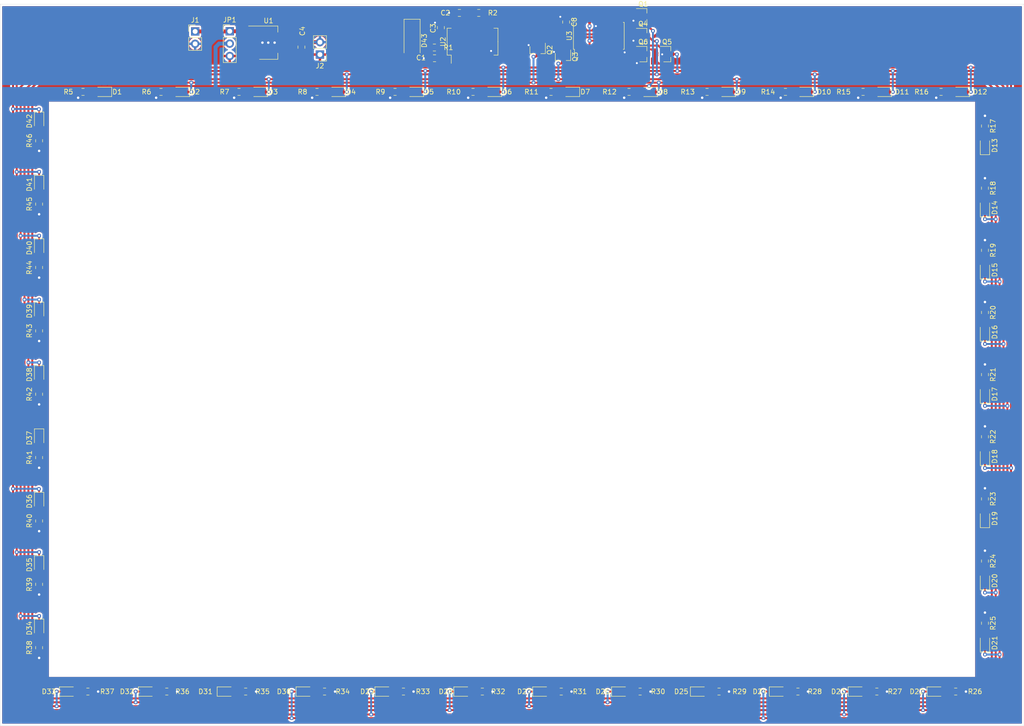
<source format=kicad_pcb>
(kicad_pcb (version 20171130) (host pcbnew 5.1.6+dfsg1-1)

  (general
    (thickness 1.6)
    (drawings 8)
    (tracks 646)
    (zones 0)
    (modules 104)
    (nets 65)
  )

  (page A4)
  (title_block
    (title "LED Frame")
    (date 2020-06-01)
    (rev 1)
    (company "CCC CH/BS")
  )

  (layers
    (0 F.Cu signal)
    (31 B.Cu signal)
    (32 B.Adhes user)
    (33 F.Adhes user)
    (34 B.Paste user)
    (35 F.Paste user)
    (36 B.SilkS user)
    (37 F.SilkS user)
    (38 B.Mask user)
    (39 F.Mask user)
    (40 Dwgs.User user)
    (41 Cmts.User user)
    (42 Eco1.User user hide)
    (43 Eco2.User user)
    (44 Edge.Cuts user)
    (45 Margin user)
    (46 B.CrtYd user)
    (47 F.CrtYd user)
    (48 B.Fab user)
    (49 F.Fab user)
  )

  (setup
    (last_trace_width 0.4)
    (user_trace_width 0.5)
    (user_trace_width 0.8)
    (trace_clearance 0.1)
    (zone_clearance 0.4)
    (zone_45_only no)
    (trace_min 0.2)
    (via_size 0.8)
    (via_drill 0.4)
    (via_min_size 0.4)
    (via_min_drill 0.3)
    (user_via 0.8 0.4)
    (user_via 1 0.5)
    (uvia_size 0.3)
    (uvia_drill 0.1)
    (uvias_allowed no)
    (uvia_min_size 0.2)
    (uvia_min_drill 0.1)
    (edge_width 0.05)
    (segment_width 0.2)
    (pcb_text_width 0.3)
    (pcb_text_size 1.5 1.5)
    (mod_edge_width 0.12)
    (mod_text_size 1 1)
    (mod_text_width 0.15)
    (pad_size 1.524 1.524)
    (pad_drill 0.762)
    (pad_to_mask_clearance 0.05)
    (aux_axis_origin 0 0)
    (visible_elements FFFFFF7F)
    (pcbplotparams
      (layerselection 0x010fc_ffffffff)
      (usegerberextensions false)
      (usegerberattributes true)
      (usegerberadvancedattributes true)
      (creategerberjobfile true)
      (excludeedgelayer true)
      (linewidth 0.100000)
      (plotframeref false)
      (viasonmask false)
      (mode 1)
      (useauxorigin false)
      (hpglpennumber 1)
      (hpglpenspeed 20)
      (hpglpendiameter 15.000000)
      (psnegative false)
      (psa4output false)
      (plotreference true)
      (plotvalue true)
      (plotinvisibletext false)
      (padsonsilk false)
      (subtractmaskfromsilk false)
      (outputformat 1)
      (mirror false)
      (drillshape 1)
      (scaleselection 1)
      (outputdirectory ""))
  )

  (net 0 "")
  (net 1 GND)
  (net 2 "Net-(C1-Pad1)")
  (net 3 "Net-(C2-Pad1)")
  (net 4 "Net-(D1-Pad2)")
  (net 5 "Net-(D3-Pad2)")
  (net 6 "Net-(D5-Pad2)")
  (net 7 "Net-(D7-Pad2)")
  (net 8 "Net-(D10-Pad2)")
  (net 9 "Net-(D9-Pad2)")
  (net 10 "Net-(D11-Pad2)")
  (net 11 "Net-(D13-Pad2)")
  (net 12 "Net-(D15-Pad2)")
  (net 13 "Net-(D17-Pad2)")
  (net 14 "Net-(D19-Pad2)")
  (net 15 "Net-(D21-Pad2)")
  (net 16 "Net-(D23-Pad2)")
  (net 17 "Net-(D25-Pad2)")
  (net 18 "Net-(D27-Pad2)")
  (net 19 "Net-(D29-Pad2)")
  (net 20 "Net-(D31-Pad2)")
  (net 21 "Net-(D33-Pad2)")
  (net 22 "Net-(D35-Pad2)")
  (net 23 "Net-(D37-Pad2)")
  (net 24 "Net-(D39-Pad2)")
  (net 25 "Net-(D41-Pad2)")
  (net 26 "Net-(J1-Pad1)")
  (net 27 "Net-(Q1-Pad1)")
  (net 28 "Net-(Q2-Pad1)")
  (net 29 "Net-(Q3-Pad1)")
  (net 30 "Net-(Q4-Pad1)")
  (net 31 "Net-(Q5-Pad1)")
  (net 32 "Net-(Q6-Pad1)")
  (net 33 /CLOCK)
  (net 34 VCC)
  (net 35 VCCQ)
  (net 36 "Net-(D2-Pad2)")
  (net 37 "Net-(D4-Pad2)")
  (net 38 "Net-(D6-Pad2)")
  (net 39 "Net-(D8-Pad2)")
  (net 40 "Net-(D12-Pad2)")
  (net 41 "Net-(D14-Pad2)")
  (net 42 "Net-(D16-Pad2)")
  (net 43 "Net-(D18-Pad2)")
  (net 44 "Net-(D20-Pad2)")
  (net 45 "Net-(D22-Pad2)")
  (net 46 "Net-(D24-Pad2)")
  (net 47 "Net-(D26-Pad2)")
  (net 48 "Net-(D28-Pad2)")
  (net 49 "Net-(D30-Pad2)")
  (net 50 "Net-(D32-Pad2)")
  (net 51 "Net-(D34-Pad2)")
  (net 52 "Net-(D36-Pad2)")
  (net 53 "Net-(D38-Pad2)")
  (net 54 "Net-(D40-Pad2)")
  (net 55 "Net-(D42-Pad2)")
  (net 56 /STEP1)
  (net 57 /STEP2)
  (net 58 /STEP3)
  (net 59 /STEP4)
  (net 60 /STEP5)
  (net 61 /STEP6)
  (net 62 "Net-(R2-Pad1)")
  (net 63 "Net-(U2-Pad2)")
  (net 64 /RESET)

  (net_class Default "This is the default net class."
    (clearance 0.1)
    (trace_width 0.4)
    (via_dia 0.8)
    (via_drill 0.4)
    (uvia_dia 0.3)
    (uvia_drill 0.1)
    (add_net /CLOCK)
    (add_net /RESET)
    (add_net /STEP1)
    (add_net /STEP2)
    (add_net /STEP3)
    (add_net /STEP4)
    (add_net /STEP5)
    (add_net /STEP6)
    (add_net GND)
    (add_net "Net-(C1-Pad1)")
    (add_net "Net-(C2-Pad1)")
    (add_net "Net-(D1-Pad2)")
    (add_net "Net-(D10-Pad2)")
    (add_net "Net-(D11-Pad2)")
    (add_net "Net-(D12-Pad2)")
    (add_net "Net-(D13-Pad2)")
    (add_net "Net-(D14-Pad2)")
    (add_net "Net-(D15-Pad2)")
    (add_net "Net-(D16-Pad2)")
    (add_net "Net-(D17-Pad2)")
    (add_net "Net-(D18-Pad2)")
    (add_net "Net-(D19-Pad2)")
    (add_net "Net-(D2-Pad2)")
    (add_net "Net-(D20-Pad2)")
    (add_net "Net-(D21-Pad2)")
    (add_net "Net-(D22-Pad2)")
    (add_net "Net-(D23-Pad2)")
    (add_net "Net-(D24-Pad2)")
    (add_net "Net-(D25-Pad2)")
    (add_net "Net-(D26-Pad2)")
    (add_net "Net-(D27-Pad2)")
    (add_net "Net-(D28-Pad2)")
    (add_net "Net-(D29-Pad2)")
    (add_net "Net-(D3-Pad2)")
    (add_net "Net-(D30-Pad2)")
    (add_net "Net-(D31-Pad2)")
    (add_net "Net-(D32-Pad2)")
    (add_net "Net-(D33-Pad2)")
    (add_net "Net-(D34-Pad2)")
    (add_net "Net-(D35-Pad2)")
    (add_net "Net-(D36-Pad2)")
    (add_net "Net-(D37-Pad2)")
    (add_net "Net-(D38-Pad2)")
    (add_net "Net-(D39-Pad2)")
    (add_net "Net-(D4-Pad2)")
    (add_net "Net-(D40-Pad2)")
    (add_net "Net-(D41-Pad2)")
    (add_net "Net-(D42-Pad2)")
    (add_net "Net-(D5-Pad2)")
    (add_net "Net-(D6-Pad2)")
    (add_net "Net-(D7-Pad2)")
    (add_net "Net-(D8-Pad2)")
    (add_net "Net-(D9-Pad2)")
    (add_net "Net-(J1-Pad1)")
    (add_net "Net-(Q1-Pad1)")
    (add_net "Net-(Q2-Pad1)")
    (add_net "Net-(Q3-Pad1)")
    (add_net "Net-(Q4-Pad1)")
    (add_net "Net-(Q5-Pad1)")
    (add_net "Net-(Q6-Pad1)")
    (add_net "Net-(R2-Pad1)")
    (add_net "Net-(U2-Pad2)")
    (add_net VCC)
  )

  (net_class Power ""
    (clearance 0.1)
    (trace_width 0.8)
    (via_dia 1)
    (via_drill 0.5)
    (uvia_dia 0.3)
    (uvia_drill 0.1)
    (add_net VCCQ)
  )

  (module Capacitor_SMD:C_0805_2012Metric_Pad1.15x1.40mm_HandSolder (layer F.Cu) (tedit 5B36C52B) (tstamp 5ED7E445)
    (at 105.1 26.1 180)
    (descr "Capacitor SMD 0805 (2012 Metric), square (rectangular) end terminal, IPC_7351 nominal with elongated pad for handsoldering. (Body size source: https://docs.google.com/spreadsheets/d/1BsfQQcO9C6DZCsRaXUlFlo91Tg2WpOkGARC1WS5S8t0/edit?usp=sharing), generated with kicad-footprint-generator")
    (tags "capacitor handsolder")
    (path /5EFF0205)
    (attr smd)
    (fp_text reference C1 (at 2.775 0.1) (layer F.SilkS)
      (effects (font (size 1 1) (thickness 0.15)))
    )
    (fp_text value 10u (at 0 1.65) (layer F.Fab)
      (effects (font (size 1 1) (thickness 0.15)))
    )
    (fp_line (start -1 0.6) (end -1 -0.6) (layer F.Fab) (width 0.1))
    (fp_line (start -1 -0.6) (end 1 -0.6) (layer F.Fab) (width 0.1))
    (fp_line (start 1 -0.6) (end 1 0.6) (layer F.Fab) (width 0.1))
    (fp_line (start 1 0.6) (end -1 0.6) (layer F.Fab) (width 0.1))
    (fp_line (start -0.261252 -0.71) (end 0.261252 -0.71) (layer F.SilkS) (width 0.12))
    (fp_line (start -0.261252 0.71) (end 0.261252 0.71) (layer F.SilkS) (width 0.12))
    (fp_line (start -1.85 0.95) (end -1.85 -0.95) (layer F.CrtYd) (width 0.05))
    (fp_line (start -1.85 -0.95) (end 1.85 -0.95) (layer F.CrtYd) (width 0.05))
    (fp_line (start 1.85 -0.95) (end 1.85 0.95) (layer F.CrtYd) (width 0.05))
    (fp_line (start 1.85 0.95) (end -1.85 0.95) (layer F.CrtYd) (width 0.05))
    (fp_text user %R (at 0 0) (layer F.Fab)
      (effects (font (size 0.5 0.5) (thickness 0.08)))
    )
    (pad 2 smd roundrect (at 1.025 0 180) (size 1.15 1.4) (layers F.Cu F.Paste F.Mask) (roundrect_rratio 0.217391)
      (net 1 GND))
    (pad 1 smd roundrect (at -1.025 0 180) (size 1.15 1.4) (layers F.Cu F.Paste F.Mask) (roundrect_rratio 0.217391)
      (net 2 "Net-(C1-Pad1)"))
    (model ${KISYS3DMOD}/Capacitor_SMD.3dshapes/C_0805_2012Metric.wrl
      (at (xyz 0 0 0))
      (scale (xyz 1 1 1))
      (rotate (xyz 0 0 0))
    )
  )

  (module Capacitor_SMD:C_0805_2012Metric_Pad1.15x1.40mm_HandSolder (layer F.Cu) (tedit 5B36C52B) (tstamp 5ED7E60D)
    (at 110.2 16.8 180)
    (descr "Capacitor SMD 0805 (2012 Metric), square (rectangular) end terminal, IPC_7351 nominal with elongated pad for handsoldering. (Body size source: https://docs.google.com/spreadsheets/d/1BsfQQcO9C6DZCsRaXUlFlo91Tg2WpOkGARC1WS5S8t0/edit?usp=sharing), generated with kicad-footprint-generator")
    (tags "capacitor handsolder")
    (path /5EE41DED)
    (attr smd)
    (fp_text reference C2 (at 2.875 0) (layer F.SilkS)
      (effects (font (size 1 1) (thickness 0.15)))
    )
    (fp_text value 10u (at 0 1.65) (layer F.Fab)
      (effects (font (size 1 1) (thickness 0.15)))
    )
    (fp_line (start -1 0.6) (end -1 -0.6) (layer F.Fab) (width 0.1))
    (fp_line (start -1 -0.6) (end 1 -0.6) (layer F.Fab) (width 0.1))
    (fp_line (start 1 -0.6) (end 1 0.6) (layer F.Fab) (width 0.1))
    (fp_line (start 1 0.6) (end -1 0.6) (layer F.Fab) (width 0.1))
    (fp_line (start -0.261252 -0.71) (end 0.261252 -0.71) (layer F.SilkS) (width 0.12))
    (fp_line (start -0.261252 0.71) (end 0.261252 0.71) (layer F.SilkS) (width 0.12))
    (fp_line (start -1.85 0.95) (end -1.85 -0.95) (layer F.CrtYd) (width 0.05))
    (fp_line (start -1.85 -0.95) (end 1.85 -0.95) (layer F.CrtYd) (width 0.05))
    (fp_line (start 1.85 -0.95) (end 1.85 0.95) (layer F.CrtYd) (width 0.05))
    (fp_line (start 1.85 0.95) (end -1.85 0.95) (layer F.CrtYd) (width 0.05))
    (fp_text user %R (at 0 0) (layer F.Fab)
      (effects (font (size 0.5 0.5) (thickness 0.08)))
    )
    (pad 2 smd roundrect (at 1.025 0 180) (size 1.15 1.4) (layers F.Cu F.Paste F.Mask) (roundrect_rratio 0.217391)
      (net 1 GND))
    (pad 1 smd roundrect (at -1.025 0 180) (size 1.15 1.4) (layers F.Cu F.Paste F.Mask) (roundrect_rratio 0.217391)
      (net 3 "Net-(C2-Pad1)"))
    (model ${KISYS3DMOD}/Capacitor_SMD.3dshapes/C_0805_2012Metric.wrl
      (at (xyz 0 0 0))
      (scale (xyz 1 1 1))
      (rotate (xyz 0 0 0))
    )
  )

  (module Capacitor_SMD:C_0805_2012Metric_Pad1.15x1.40mm_HandSolder (layer F.Cu) (tedit 5B36C52B) (tstamp 5ED7E4A8)
    (at 106.4 19.825 270)
    (descr "Capacitor SMD 0805 (2012 Metric), square (rectangular) end terminal, IPC_7351 nominal with elongated pad for handsoldering. (Body size source: https://docs.google.com/spreadsheets/d/1BsfQQcO9C6DZCsRaXUlFlo91Tg2WpOkGARC1WS5S8t0/edit?usp=sharing), generated with kicad-footprint-generator")
    (tags "capacitor handsolder")
    (path /5EE82DCF)
    (attr smd)
    (fp_text reference C3 (at 0.125 1.6 90) (layer F.SilkS)
      (effects (font (size 1 1) (thickness 0.15)))
    )
    (fp_text value 100n (at 0 1.65 90) (layer F.Fab)
      (effects (font (size 1 1) (thickness 0.15)))
    )
    (fp_line (start 1.85 0.95) (end -1.85 0.95) (layer F.CrtYd) (width 0.05))
    (fp_line (start 1.85 -0.95) (end 1.85 0.95) (layer F.CrtYd) (width 0.05))
    (fp_line (start -1.85 -0.95) (end 1.85 -0.95) (layer F.CrtYd) (width 0.05))
    (fp_line (start -1.85 0.95) (end -1.85 -0.95) (layer F.CrtYd) (width 0.05))
    (fp_line (start -0.261252 0.71) (end 0.261252 0.71) (layer F.SilkS) (width 0.12))
    (fp_line (start -0.261252 -0.71) (end 0.261252 -0.71) (layer F.SilkS) (width 0.12))
    (fp_line (start 1 0.6) (end -1 0.6) (layer F.Fab) (width 0.1))
    (fp_line (start 1 -0.6) (end 1 0.6) (layer F.Fab) (width 0.1))
    (fp_line (start -1 -0.6) (end 1 -0.6) (layer F.Fab) (width 0.1))
    (fp_line (start -1 0.6) (end -1 -0.6) (layer F.Fab) (width 0.1))
    (fp_text user %R (at 0 0 90) (layer F.Fab)
      (effects (font (size 0.5 0.5) (thickness 0.08)))
    )
    (pad 1 smd roundrect (at -1.025 0 270) (size 1.15 1.4) (layers F.Cu F.Paste F.Mask) (roundrect_rratio 0.217391)
      (net 1 GND))
    (pad 2 smd roundrect (at 1.025 0 270) (size 1.15 1.4) (layers F.Cu F.Paste F.Mask) (roundrect_rratio 0.217391)
      (net 34 VCC))
    (model ${KISYS3DMOD}/Capacitor_SMD.3dshapes/C_0805_2012Metric.wrl
      (at (xyz 0 0 0))
      (scale (xyz 1 1 1))
      (rotate (xyz 0 0 0))
    )
  )

  (module Capacitor_SMD:C_0805_2012Metric_Pad1.15x1.40mm_HandSolder (layer F.Cu) (tedit 5B36C52B) (tstamp 5ED59A61)
    (at 77.8 23.825 90)
    (descr "Capacitor SMD 0805 (2012 Metric), square (rectangular) end terminal, IPC_7351 nominal with elongated pad for handsoldering. (Body size source: https://docs.google.com/spreadsheets/d/1BsfQQcO9C6DZCsRaXUlFlo91Tg2WpOkGARC1WS5S8t0/edit?usp=sharing), generated with kicad-footprint-generator")
    (tags "capacitor handsolder")
    (path /5EDFD552)
    (attr smd)
    (fp_text reference C4 (at 3.3 0.2 90) (layer F.SilkS)
      (effects (font (size 1 1) (thickness 0.15)))
    )
    (fp_text value 10u (at 0 1.65 90) (layer F.Fab)
      (effects (font (size 1 1) (thickness 0.15)))
    )
    (fp_line (start -1 0.6) (end -1 -0.6) (layer F.Fab) (width 0.1))
    (fp_line (start -1 -0.6) (end 1 -0.6) (layer F.Fab) (width 0.1))
    (fp_line (start 1 -0.6) (end 1 0.6) (layer F.Fab) (width 0.1))
    (fp_line (start 1 0.6) (end -1 0.6) (layer F.Fab) (width 0.1))
    (fp_line (start -0.261252 -0.71) (end 0.261252 -0.71) (layer F.SilkS) (width 0.12))
    (fp_line (start -0.261252 0.71) (end 0.261252 0.71) (layer F.SilkS) (width 0.12))
    (fp_line (start -1.85 0.95) (end -1.85 -0.95) (layer F.CrtYd) (width 0.05))
    (fp_line (start -1.85 -0.95) (end 1.85 -0.95) (layer F.CrtYd) (width 0.05))
    (fp_line (start 1.85 -0.95) (end 1.85 0.95) (layer F.CrtYd) (width 0.05))
    (fp_line (start 1.85 0.95) (end -1.85 0.95) (layer F.CrtYd) (width 0.05))
    (fp_text user %R (at 0 0 90) (layer F.Fab)
      (effects (font (size 0.5 0.5) (thickness 0.08)))
    )
    (pad 2 smd roundrect (at 1.025 0 90) (size 1.15 1.4) (layers F.Cu F.Paste F.Mask) (roundrect_rratio 0.217391)
      (net 1 GND))
    (pad 1 smd roundrect (at -1.025 0 90) (size 1.15 1.4) (layers F.Cu F.Paste F.Mask) (roundrect_rratio 0.217391)
      (net 34 VCC))
    (model ${KISYS3DMOD}/Capacitor_SMD.3dshapes/C_0805_2012Metric.wrl
      (at (xyz 0 0 0))
      (scale (xyz 1 1 1))
      (rotate (xyz 0 0 0))
    )
  )

  (module LED_SMD:LED_0805_2012Metric_Pad1.15x1.40mm_HandSolder (layer F.Cu) (tedit 5B4B45C9) (tstamp 5ED5ADC2)
    (at 37.025 33 180)
    (descr "LED SMD 0805 (2012 Metric), square (rectangular) end terminal, IPC_7351 nominal, (Body size source: https://docs.google.com/spreadsheets/d/1BsfQQcO9C6DZCsRaXUlFlo91Tg2WpOkGARC1WS5S8t0/edit?usp=sharing), generated with kicad-footprint-generator")
    (tags "LED handsolder")
    (path /5EEB619B)
    (attr smd)
    (fp_text reference D1 (at -2.975 0) (layer F.SilkS)
      (effects (font (size 1 1) (thickness 0.15)))
    )
    (fp_text value LED (at 0 1.65) (layer F.Fab)
      (effects (font (size 1 1) (thickness 0.15)))
    )
    (fp_line (start 1.85 0.95) (end -1.85 0.95) (layer F.CrtYd) (width 0.05))
    (fp_line (start 1.85 -0.95) (end 1.85 0.95) (layer F.CrtYd) (width 0.05))
    (fp_line (start -1.85 -0.95) (end 1.85 -0.95) (layer F.CrtYd) (width 0.05))
    (fp_line (start -1.85 0.95) (end -1.85 -0.95) (layer F.CrtYd) (width 0.05))
    (fp_line (start -1.86 0.96) (end 1 0.96) (layer F.SilkS) (width 0.12))
    (fp_line (start -1.86 -0.96) (end -1.86 0.96) (layer F.SilkS) (width 0.12))
    (fp_line (start 1 -0.96) (end -1.86 -0.96) (layer F.SilkS) (width 0.12))
    (fp_line (start 1 0.6) (end 1 -0.6) (layer F.Fab) (width 0.1))
    (fp_line (start -1 0.6) (end 1 0.6) (layer F.Fab) (width 0.1))
    (fp_line (start -1 -0.3) (end -1 0.6) (layer F.Fab) (width 0.1))
    (fp_line (start -0.7 -0.6) (end -1 -0.3) (layer F.Fab) (width 0.1))
    (fp_line (start 1 -0.6) (end -0.7 -0.6) (layer F.Fab) (width 0.1))
    (fp_text user %R (at 0 0) (layer F.Fab)
      (effects (font (size 0.5 0.5) (thickness 0.08)))
    )
    (pad 1 smd roundrect (at -1.025 0 180) (size 1.15 1.4) (layers F.Cu F.Paste F.Mask) (roundrect_rratio 0.217391)
      (net 56 /STEP1))
    (pad 2 smd roundrect (at 1.025 0 180) (size 1.15 1.4) (layers F.Cu F.Paste F.Mask) (roundrect_rratio 0.217391)
      (net 4 "Net-(D1-Pad2)"))
    (model ${KISYS3DMOD}/LED_SMD.3dshapes/LED_0805_2012Metric.wrl
      (at (xyz 0 0 0))
      (scale (xyz 1 1 1))
      (rotate (xyz 0 0 0))
    )
  )

  (module LED_SMD:LED_0805_2012Metric_Pad1.15x1.40mm_HandSolder (layer F.Cu) (tedit 5B4B45C9) (tstamp 5ED5AC12)
    (at 53.022727 33 180)
    (descr "LED SMD 0805 (2012 Metric), square (rectangular) end terminal, IPC_7351 nominal, (Body size source: https://docs.google.com/spreadsheets/d/1BsfQQcO9C6DZCsRaXUlFlo91Tg2WpOkGARC1WS5S8t0/edit?usp=sharing), generated with kicad-footprint-generator")
    (tags "LED handsolder")
    (path /5F2540CF)
    (attr smd)
    (fp_text reference D2 (at -2.975 0) (layer F.SilkS)
      (effects (font (size 1 1) (thickness 0.15)))
    )
    (fp_text value LED (at 0 1.65) (layer F.Fab)
      (effects (font (size 1 1) (thickness 0.15)))
    )
    (fp_line (start 1 -0.6) (end -0.7 -0.6) (layer F.Fab) (width 0.1))
    (fp_line (start -0.7 -0.6) (end -1 -0.3) (layer F.Fab) (width 0.1))
    (fp_line (start -1 -0.3) (end -1 0.6) (layer F.Fab) (width 0.1))
    (fp_line (start -1 0.6) (end 1 0.6) (layer F.Fab) (width 0.1))
    (fp_line (start 1 0.6) (end 1 -0.6) (layer F.Fab) (width 0.1))
    (fp_line (start 1 -0.96) (end -1.86 -0.96) (layer F.SilkS) (width 0.12))
    (fp_line (start -1.86 -0.96) (end -1.86 0.96) (layer F.SilkS) (width 0.12))
    (fp_line (start -1.86 0.96) (end 1 0.96) (layer F.SilkS) (width 0.12))
    (fp_line (start -1.85 0.95) (end -1.85 -0.95) (layer F.CrtYd) (width 0.05))
    (fp_line (start -1.85 -0.95) (end 1.85 -0.95) (layer F.CrtYd) (width 0.05))
    (fp_line (start 1.85 -0.95) (end 1.85 0.95) (layer F.CrtYd) (width 0.05))
    (fp_line (start 1.85 0.95) (end -1.85 0.95) (layer F.CrtYd) (width 0.05))
    (fp_text user %R (at 0 0) (layer F.Fab)
      (effects (font (size 0.5 0.5) (thickness 0.08)))
    )
    (pad 2 smd roundrect (at 1.025 0 180) (size 1.15 1.4) (layers F.Cu F.Paste F.Mask) (roundrect_rratio 0.217391)
      (net 36 "Net-(D2-Pad2)"))
    (pad 1 smd roundrect (at -1.025 0 180) (size 1.15 1.4) (layers F.Cu F.Paste F.Mask) (roundrect_rratio 0.217391)
      (net 57 /STEP2))
    (model ${KISYS3DMOD}/LED_SMD.3dshapes/LED_0805_2012Metric.wrl
      (at (xyz 0 0 0))
      (scale (xyz 1 1 1))
      (rotate (xyz 0 0 0))
    )
  )

  (module LED_SMD:LED_0805_2012Metric_Pad1.15x1.40mm_HandSolder (layer F.Cu) (tedit 5B4B45C9) (tstamp 5ED59B6B)
    (at 69.020454 33 180)
    (descr "LED SMD 0805 (2012 Metric), square (rectangular) end terminal, IPC_7351 nominal, (Body size source: https://docs.google.com/spreadsheets/d/1BsfQQcO9C6DZCsRaXUlFlo91Tg2WpOkGARC1WS5S8t0/edit?usp=sharing), generated with kicad-footprint-generator")
    (tags "LED handsolder")
    (path /5EF0646F)
    (attr smd)
    (fp_text reference D3 (at -2.975 0) (layer F.SilkS)
      (effects (font (size 1 1) (thickness 0.15)))
    )
    (fp_text value LED (at 0 1.65) (layer F.Fab)
      (effects (font (size 1 1) (thickness 0.15)))
    )
    (fp_line (start 1 -0.6) (end -0.7 -0.6) (layer F.Fab) (width 0.1))
    (fp_line (start -0.7 -0.6) (end -1 -0.3) (layer F.Fab) (width 0.1))
    (fp_line (start -1 -0.3) (end -1 0.6) (layer F.Fab) (width 0.1))
    (fp_line (start -1 0.6) (end 1 0.6) (layer F.Fab) (width 0.1))
    (fp_line (start 1 0.6) (end 1 -0.6) (layer F.Fab) (width 0.1))
    (fp_line (start 1 -0.96) (end -1.86 -0.96) (layer F.SilkS) (width 0.12))
    (fp_line (start -1.86 -0.96) (end -1.86 0.96) (layer F.SilkS) (width 0.12))
    (fp_line (start -1.86 0.96) (end 1 0.96) (layer F.SilkS) (width 0.12))
    (fp_line (start -1.85 0.95) (end -1.85 -0.95) (layer F.CrtYd) (width 0.05))
    (fp_line (start -1.85 -0.95) (end 1.85 -0.95) (layer F.CrtYd) (width 0.05))
    (fp_line (start 1.85 -0.95) (end 1.85 0.95) (layer F.CrtYd) (width 0.05))
    (fp_line (start 1.85 0.95) (end -1.85 0.95) (layer F.CrtYd) (width 0.05))
    (fp_text user %R (at 0 0) (layer F.Fab)
      (effects (font (size 0.5 0.5) (thickness 0.08)))
    )
    (pad 2 smd roundrect (at 1.025 0 180) (size 1.15 1.4) (layers F.Cu F.Paste F.Mask) (roundrect_rratio 0.217391)
      (net 5 "Net-(D3-Pad2)"))
    (pad 1 smd roundrect (at -1.025 0 180) (size 1.15 1.4) (layers F.Cu F.Paste F.Mask) (roundrect_rratio 0.217391)
      (net 58 /STEP3))
    (model ${KISYS3DMOD}/LED_SMD.3dshapes/LED_0805_2012Metric.wrl
      (at (xyz 0 0 0))
      (scale (xyz 1 1 1))
      (rotate (xyz 0 0 0))
    )
  )

  (module LED_SMD:LED_0805_2012Metric_Pad1.15x1.40mm_HandSolder (layer F.Cu) (tedit 5B4B45C9) (tstamp 5ED59F85)
    (at 85.018181 33 180)
    (descr "LED SMD 0805 (2012 Metric), square (rectangular) end terminal, IPC_7351 nominal, (Body size source: https://docs.google.com/spreadsheets/d/1BsfQQcO9C6DZCsRaXUlFlo91Tg2WpOkGARC1WS5S8t0/edit?usp=sharing), generated with kicad-footprint-generator")
    (tags "LED handsolder")
    (path /5F254101)
    (attr smd)
    (fp_text reference D4 (at -2.975 0) (layer F.SilkS)
      (effects (font (size 1 1) (thickness 0.15)))
    )
    (fp_text value LED (at 0 1.65) (layer F.Fab)
      (effects (font (size 1 1) (thickness 0.15)))
    )
    (fp_line (start 1.85 0.95) (end -1.85 0.95) (layer F.CrtYd) (width 0.05))
    (fp_line (start 1.85 -0.95) (end 1.85 0.95) (layer F.CrtYd) (width 0.05))
    (fp_line (start -1.85 -0.95) (end 1.85 -0.95) (layer F.CrtYd) (width 0.05))
    (fp_line (start -1.85 0.95) (end -1.85 -0.95) (layer F.CrtYd) (width 0.05))
    (fp_line (start -1.86 0.96) (end 1 0.96) (layer F.SilkS) (width 0.12))
    (fp_line (start -1.86 -0.96) (end -1.86 0.96) (layer F.SilkS) (width 0.12))
    (fp_line (start 1 -0.96) (end -1.86 -0.96) (layer F.SilkS) (width 0.12))
    (fp_line (start 1 0.6) (end 1 -0.6) (layer F.Fab) (width 0.1))
    (fp_line (start -1 0.6) (end 1 0.6) (layer F.Fab) (width 0.1))
    (fp_line (start -1 -0.3) (end -1 0.6) (layer F.Fab) (width 0.1))
    (fp_line (start -0.7 -0.6) (end -1 -0.3) (layer F.Fab) (width 0.1))
    (fp_line (start 1 -0.6) (end -0.7 -0.6) (layer F.Fab) (width 0.1))
    (fp_text user %R (at 0 0) (layer F.Fab)
      (effects (font (size 0.5 0.5) (thickness 0.08)))
    )
    (pad 1 smd roundrect (at -1.025 0 180) (size 1.15 1.4) (layers F.Cu F.Paste F.Mask) (roundrect_rratio 0.217391)
      (net 59 /STEP4))
    (pad 2 smd roundrect (at 1.025 0 180) (size 1.15 1.4) (layers F.Cu F.Paste F.Mask) (roundrect_rratio 0.217391)
      (net 37 "Net-(D4-Pad2)"))
    (model ${KISYS3DMOD}/LED_SMD.3dshapes/LED_0805_2012Metric.wrl
      (at (xyz 0 0 0))
      (scale (xyz 1 1 1))
      (rotate (xyz 0 0 0))
    )
  )

  (module LED_SMD:LED_0805_2012Metric_Pad1.15x1.40mm_HandSolder (layer F.Cu) (tedit 5B4B45C9) (tstamp 5ED57437)
    (at 101.015908 33 180)
    (descr "LED SMD 0805 (2012 Metric), square (rectangular) end terminal, IPC_7351 nominal, (Body size source: https://docs.google.com/spreadsheets/d/1BsfQQcO9C6DZCsRaXUlFlo91Tg2WpOkGARC1WS5S8t0/edit?usp=sharing), generated with kicad-footprint-generator")
    (tags "LED handsolder")
    (path /5EF107D5)
    (attr smd)
    (fp_text reference D5 (at -2.975 0) (layer F.SilkS)
      (effects (font (size 1 1) (thickness 0.15)))
    )
    (fp_text value LED (at 0 1.65) (layer F.Fab)
      (effects (font (size 1 1) (thickness 0.15)))
    )
    (fp_line (start 1.85 0.95) (end -1.85 0.95) (layer F.CrtYd) (width 0.05))
    (fp_line (start 1.85 -0.95) (end 1.85 0.95) (layer F.CrtYd) (width 0.05))
    (fp_line (start -1.85 -0.95) (end 1.85 -0.95) (layer F.CrtYd) (width 0.05))
    (fp_line (start -1.85 0.95) (end -1.85 -0.95) (layer F.CrtYd) (width 0.05))
    (fp_line (start -1.86 0.96) (end 1 0.96) (layer F.SilkS) (width 0.12))
    (fp_line (start -1.86 -0.96) (end -1.86 0.96) (layer F.SilkS) (width 0.12))
    (fp_line (start 1 -0.96) (end -1.86 -0.96) (layer F.SilkS) (width 0.12))
    (fp_line (start 1 0.6) (end 1 -0.6) (layer F.Fab) (width 0.1))
    (fp_line (start -1 0.6) (end 1 0.6) (layer F.Fab) (width 0.1))
    (fp_line (start -1 -0.3) (end -1 0.6) (layer F.Fab) (width 0.1))
    (fp_line (start -0.7 -0.6) (end -1 -0.3) (layer F.Fab) (width 0.1))
    (fp_line (start 1 -0.6) (end -0.7 -0.6) (layer F.Fab) (width 0.1))
    (fp_text user %R (at 0 0) (layer F.Fab)
      (effects (font (size 0.5 0.5) (thickness 0.08)))
    )
    (pad 1 smd roundrect (at -1.025 0 180) (size 1.15 1.4) (layers F.Cu F.Paste F.Mask) (roundrect_rratio 0.217391)
      (net 60 /STEP5))
    (pad 2 smd roundrect (at 1.025 0 180) (size 1.15 1.4) (layers F.Cu F.Paste F.Mask) (roundrect_rratio 0.217391)
      (net 6 "Net-(D5-Pad2)"))
    (model ${KISYS3DMOD}/LED_SMD.3dshapes/LED_0805_2012Metric.wrl
      (at (xyz 0 0 0))
      (scale (xyz 1 1 1))
      (rotate (xyz 0 0 0))
    )
  )

  (module LED_SMD:LED_0805_2012Metric_Pad1.15x1.40mm_HandSolder (layer F.Cu) (tedit 5B4B45C9) (tstamp 5ED5ABDC)
    (at 117.013635 33 180)
    (descr "LED SMD 0805 (2012 Metric), square (rectangular) end terminal, IPC_7351 nominal, (Body size source: https://docs.google.com/spreadsheets/d/1BsfQQcO9C6DZCsRaXUlFlo91Tg2WpOkGARC1WS5S8t0/edit?usp=sharing), generated with kicad-footprint-generator")
    (tags "LED handsolder")
    (path /5F2540ED)
    (attr smd)
    (fp_text reference D6 (at -3 0) (layer F.SilkS)
      (effects (font (size 1 1) (thickness 0.15)))
    )
    (fp_text value LED (at 0 1.65) (layer F.Fab)
      (effects (font (size 1 1) (thickness 0.15)))
    )
    (fp_line (start 1.85 0.95) (end -1.85 0.95) (layer F.CrtYd) (width 0.05))
    (fp_line (start 1.85 -0.95) (end 1.85 0.95) (layer F.CrtYd) (width 0.05))
    (fp_line (start -1.85 -0.95) (end 1.85 -0.95) (layer F.CrtYd) (width 0.05))
    (fp_line (start -1.85 0.95) (end -1.85 -0.95) (layer F.CrtYd) (width 0.05))
    (fp_line (start -1.86 0.96) (end 1 0.96) (layer F.SilkS) (width 0.12))
    (fp_line (start -1.86 -0.96) (end -1.86 0.96) (layer F.SilkS) (width 0.12))
    (fp_line (start 1 -0.96) (end -1.86 -0.96) (layer F.SilkS) (width 0.12))
    (fp_line (start 1 0.6) (end 1 -0.6) (layer F.Fab) (width 0.1))
    (fp_line (start -1 0.6) (end 1 0.6) (layer F.Fab) (width 0.1))
    (fp_line (start -1 -0.3) (end -1 0.6) (layer F.Fab) (width 0.1))
    (fp_line (start -0.7 -0.6) (end -1 -0.3) (layer F.Fab) (width 0.1))
    (fp_line (start 1 -0.6) (end -0.7 -0.6) (layer F.Fab) (width 0.1))
    (fp_text user %R (at 0 0) (layer F.Fab)
      (effects (font (size 0.5 0.5) (thickness 0.08)))
    )
    (pad 1 smd roundrect (at -1.025 0 180) (size 1.15 1.4) (layers F.Cu F.Paste F.Mask) (roundrect_rratio 0.217391)
      (net 61 /STEP6))
    (pad 2 smd roundrect (at 1.025 0 180) (size 1.15 1.4) (layers F.Cu F.Paste F.Mask) (roundrect_rratio 0.217391)
      (net 38 "Net-(D6-Pad2)"))
    (model ${KISYS3DMOD}/LED_SMD.3dshapes/LED_0805_2012Metric.wrl
      (at (xyz 0 0 0))
      (scale (xyz 1 1 1))
      (rotate (xyz 0 0 0))
    )
  )

  (module LED_SMD:LED_0805_2012Metric_Pad1.15x1.40mm_HandSolder (layer F.Cu) (tedit 5B4B45C9) (tstamp 5ED5AF3C)
    (at 133.011362 33 180)
    (descr "LED SMD 0805 (2012 Metric), square (rectangular) end terminal, IPC_7351 nominal, (Body size source: https://docs.google.com/spreadsheets/d/1BsfQQcO9C6DZCsRaXUlFlo91Tg2WpOkGARC1WS5S8t0/edit?usp=sharing), generated with kicad-footprint-generator")
    (tags "LED handsolder")
    (path /5EFDCEC0)
    (attr smd)
    (fp_text reference D7 (at -3 0) (layer F.SilkS)
      (effects (font (size 1 1) (thickness 0.15)))
    )
    (fp_text value LED (at 0 1.65) (layer F.Fab)
      (effects (font (size 1 1) (thickness 0.15)))
    )
    (fp_line (start 1.85 0.95) (end -1.85 0.95) (layer F.CrtYd) (width 0.05))
    (fp_line (start 1.85 -0.95) (end 1.85 0.95) (layer F.CrtYd) (width 0.05))
    (fp_line (start -1.85 -0.95) (end 1.85 -0.95) (layer F.CrtYd) (width 0.05))
    (fp_line (start -1.85 0.95) (end -1.85 -0.95) (layer F.CrtYd) (width 0.05))
    (fp_line (start -1.86 0.96) (end 1 0.96) (layer F.SilkS) (width 0.12))
    (fp_line (start -1.86 -0.96) (end -1.86 0.96) (layer F.SilkS) (width 0.12))
    (fp_line (start 1 -0.96) (end -1.86 -0.96) (layer F.SilkS) (width 0.12))
    (fp_line (start 1 0.6) (end 1 -0.6) (layer F.Fab) (width 0.1))
    (fp_line (start -1 0.6) (end 1 0.6) (layer F.Fab) (width 0.1))
    (fp_line (start -1 -0.3) (end -1 0.6) (layer F.Fab) (width 0.1))
    (fp_line (start -0.7 -0.6) (end -1 -0.3) (layer F.Fab) (width 0.1))
    (fp_line (start 1 -0.6) (end -0.7 -0.6) (layer F.Fab) (width 0.1))
    (fp_text user %R (at 0 0) (layer F.Fab)
      (effects (font (size 0.5 0.5) (thickness 0.08)))
    )
    (pad 1 smd roundrect (at -1.025 0 180) (size 1.15 1.4) (layers F.Cu F.Paste F.Mask) (roundrect_rratio 0.217391)
      (net 56 /STEP1))
    (pad 2 smd roundrect (at 1.025 0 180) (size 1.15 1.4) (layers F.Cu F.Paste F.Mask) (roundrect_rratio 0.217391)
      (net 7 "Net-(D7-Pad2)"))
    (model ${KISYS3DMOD}/LED_SMD.3dshapes/LED_0805_2012Metric.wrl
      (at (xyz 0 0 0))
      (scale (xyz 1 1 1))
      (rotate (xyz 0 0 0))
    )
  )

  (module LED_SMD:LED_0805_2012Metric_Pad1.15x1.40mm_HandSolder (layer F.Cu) (tedit 5B4B45C9) (tstamp 5ED5AF72)
    (at 149.009089 33 180)
    (descr "LED SMD 0805 (2012 Metric), square (rectangular) end terminal, IPC_7351 nominal, (Body size source: https://docs.google.com/spreadsheets/d/1BsfQQcO9C6DZCsRaXUlFlo91Tg2WpOkGARC1WS5S8t0/edit?usp=sharing), generated with kicad-footprint-generator")
    (tags "LED handsolder")
    (path /5EF9C5B8)
    (attr smd)
    (fp_text reference D8 (at -2.975 0) (layer F.SilkS)
      (effects (font (size 1 1) (thickness 0.15)))
    )
    (fp_text value LED (at 0 1.65) (layer F.Fab)
      (effects (font (size 1 1) (thickness 0.15)))
    )
    (fp_line (start 1 -0.6) (end -0.7 -0.6) (layer F.Fab) (width 0.1))
    (fp_line (start -0.7 -0.6) (end -1 -0.3) (layer F.Fab) (width 0.1))
    (fp_line (start -1 -0.3) (end -1 0.6) (layer F.Fab) (width 0.1))
    (fp_line (start -1 0.6) (end 1 0.6) (layer F.Fab) (width 0.1))
    (fp_line (start 1 0.6) (end 1 -0.6) (layer F.Fab) (width 0.1))
    (fp_line (start 1 -0.96) (end -1.86 -0.96) (layer F.SilkS) (width 0.12))
    (fp_line (start -1.86 -0.96) (end -1.86 0.96) (layer F.SilkS) (width 0.12))
    (fp_line (start -1.86 0.96) (end 1 0.96) (layer F.SilkS) (width 0.12))
    (fp_line (start -1.85 0.95) (end -1.85 -0.95) (layer F.CrtYd) (width 0.05))
    (fp_line (start -1.85 -0.95) (end 1.85 -0.95) (layer F.CrtYd) (width 0.05))
    (fp_line (start 1.85 -0.95) (end 1.85 0.95) (layer F.CrtYd) (width 0.05))
    (fp_line (start 1.85 0.95) (end -1.85 0.95) (layer F.CrtYd) (width 0.05))
    (fp_text user %R (at 0 0) (layer F.Fab)
      (effects (font (size 0.5 0.5) (thickness 0.08)))
    )
    (pad 2 smd roundrect (at 1.025 0 180) (size 1.15 1.4) (layers F.Cu F.Paste F.Mask) (roundrect_rratio 0.217391)
      (net 39 "Net-(D8-Pad2)"))
    (pad 1 smd roundrect (at -1.025 0 180) (size 1.15 1.4) (layers F.Cu F.Paste F.Mask) (roundrect_rratio 0.217391)
      (net 57 /STEP2))
    (model ${KISYS3DMOD}/LED_SMD.3dshapes/LED_0805_2012Metric.wrl
      (at (xyz 0 0 0))
      (scale (xyz 1 1 1))
      (rotate (xyz 0 0 0))
    )
  )

  (module LED_SMD:LED_0805_2012Metric_Pad1.15x1.40mm_HandSolder (layer F.Cu) (tedit 5B4B45C9) (tstamp 5ED5AD56)
    (at 165.006816 33 180)
    (descr "LED SMD 0805 (2012 Metric), square (rectangular) end terminal, IPC_7351 nominal, (Body size source: https://docs.google.com/spreadsheets/d/1BsfQQcO9C6DZCsRaXUlFlo91Tg2WpOkGARC1WS5S8t0/edit?usp=sharing), generated with kicad-footprint-generator")
    (tags "LED handsolder")
    (path /5F25410B)
    (attr smd)
    (fp_text reference D9 (at -2.975 0) (layer F.SilkS)
      (effects (font (size 1 1) (thickness 0.15)))
    )
    (fp_text value LED (at 0 1.65) (layer F.Fab)
      (effects (font (size 1 1) (thickness 0.15)))
    )
    (fp_line (start 1.85 0.95) (end -1.85 0.95) (layer F.CrtYd) (width 0.05))
    (fp_line (start 1.85 -0.95) (end 1.85 0.95) (layer F.CrtYd) (width 0.05))
    (fp_line (start -1.85 -0.95) (end 1.85 -0.95) (layer F.CrtYd) (width 0.05))
    (fp_line (start -1.85 0.95) (end -1.85 -0.95) (layer F.CrtYd) (width 0.05))
    (fp_line (start -1.86 0.96) (end 1 0.96) (layer F.SilkS) (width 0.12))
    (fp_line (start -1.86 -0.96) (end -1.86 0.96) (layer F.SilkS) (width 0.12))
    (fp_line (start 1 -0.96) (end -1.86 -0.96) (layer F.SilkS) (width 0.12))
    (fp_line (start 1 0.6) (end 1 -0.6) (layer F.Fab) (width 0.1))
    (fp_line (start -1 0.6) (end 1 0.6) (layer F.Fab) (width 0.1))
    (fp_line (start -1 -0.3) (end -1 0.6) (layer F.Fab) (width 0.1))
    (fp_line (start -0.7 -0.6) (end -1 -0.3) (layer F.Fab) (width 0.1))
    (fp_line (start 1 -0.6) (end -0.7 -0.6) (layer F.Fab) (width 0.1))
    (fp_text user %R (at 0 0) (layer F.Fab)
      (effects (font (size 0.5 0.5) (thickness 0.08)))
    )
    (pad 1 smd roundrect (at -1.025 0 180) (size 1.15 1.4) (layers F.Cu F.Paste F.Mask) (roundrect_rratio 0.217391)
      (net 58 /STEP3))
    (pad 2 smd roundrect (at 1.025 0 180) (size 1.15 1.4) (layers F.Cu F.Paste F.Mask) (roundrect_rratio 0.217391)
      (net 9 "Net-(D9-Pad2)"))
    (model ${KISYS3DMOD}/LED_SMD.3dshapes/LED_0805_2012Metric.wrl
      (at (xyz 0 0 0))
      (scale (xyz 1 1 1))
      (rotate (xyz 0 0 0))
    )
  )

  (module LED_SMD:LED_0805_2012Metric_Pad1.15x1.40mm_HandSolder (layer F.Cu) (tedit 5B4B45C9) (tstamp 5ED57496)
    (at 181.004543 33 180)
    (descr "LED SMD 0805 (2012 Metric), square (rectangular) end terminal, IPC_7351 nominal, (Body size source: https://docs.google.com/spreadsheets/d/1BsfQQcO9C6DZCsRaXUlFlo91Tg2WpOkGARC1WS5S8t0/edit?usp=sharing), generated with kicad-footprint-generator")
    (tags "LED handsolder")
    (path /5EF9C608)
    (attr smd)
    (fp_text reference D10 (at -4 0) (layer F.SilkS)
      (effects (font (size 1 1) (thickness 0.15)))
    )
    (fp_text value LED (at 0 1.65) (layer F.Fab)
      (effects (font (size 1 1) (thickness 0.15)))
    )
    (fp_line (start 1 -0.6) (end -0.7 -0.6) (layer F.Fab) (width 0.1))
    (fp_line (start -0.7 -0.6) (end -1 -0.3) (layer F.Fab) (width 0.1))
    (fp_line (start -1 -0.3) (end -1 0.6) (layer F.Fab) (width 0.1))
    (fp_line (start -1 0.6) (end 1 0.6) (layer F.Fab) (width 0.1))
    (fp_line (start 1 0.6) (end 1 -0.6) (layer F.Fab) (width 0.1))
    (fp_line (start 1 -0.96) (end -1.86 -0.96) (layer F.SilkS) (width 0.12))
    (fp_line (start -1.86 -0.96) (end -1.86 0.96) (layer F.SilkS) (width 0.12))
    (fp_line (start -1.86 0.96) (end 1 0.96) (layer F.SilkS) (width 0.12))
    (fp_line (start -1.85 0.95) (end -1.85 -0.95) (layer F.CrtYd) (width 0.05))
    (fp_line (start -1.85 -0.95) (end 1.85 -0.95) (layer F.CrtYd) (width 0.05))
    (fp_line (start 1.85 -0.95) (end 1.85 0.95) (layer F.CrtYd) (width 0.05))
    (fp_line (start 1.85 0.95) (end -1.85 0.95) (layer F.CrtYd) (width 0.05))
    (fp_text user %R (at 0 0) (layer F.Fab)
      (effects (font (size 0.5 0.5) (thickness 0.08)))
    )
    (pad 2 smd roundrect (at 1.025 0 180) (size 1.15 1.4) (layers F.Cu F.Paste F.Mask) (roundrect_rratio 0.217391)
      (net 8 "Net-(D10-Pad2)"))
    (pad 1 smd roundrect (at -1.025 0 180) (size 1.15 1.4) (layers F.Cu F.Paste F.Mask) (roundrect_rratio 0.217391)
      (net 59 /STEP4))
    (model ${KISYS3DMOD}/LED_SMD.3dshapes/LED_0805_2012Metric.wrl
      (at (xyz 0 0 0))
      (scale (xyz 1 1 1))
      (rotate (xyz 0 0 0))
    )
  )

  (module LED_SMD:LED_0805_2012Metric_Pad1.15x1.40mm_HandSolder (layer F.Cu) (tedit 5B4B45C9) (tstamp 5ED5A519)
    (at 197.00227 33 180)
    (descr "LED SMD 0805 (2012 Metric), square (rectangular) end terminal, IPC_7351 nominal, (Body size source: https://docs.google.com/spreadsheets/d/1BsfQQcO9C6DZCsRaXUlFlo91Tg2WpOkGARC1WS5S8t0/edit?usp=sharing), generated with kicad-footprint-generator")
    (tags "LED handsolder")
    (path /5F25413D)
    (attr smd)
    (fp_text reference D11 (at -4 0) (layer F.SilkS)
      (effects (font (size 1 1) (thickness 0.15)))
    )
    (fp_text value LED (at 0 1.65) (layer F.Fab)
      (effects (font (size 1 1) (thickness 0.15)))
    )
    (fp_line (start 1 -0.6) (end -0.7 -0.6) (layer F.Fab) (width 0.1))
    (fp_line (start -0.7 -0.6) (end -1 -0.3) (layer F.Fab) (width 0.1))
    (fp_line (start -1 -0.3) (end -1 0.6) (layer F.Fab) (width 0.1))
    (fp_line (start -1 0.6) (end 1 0.6) (layer F.Fab) (width 0.1))
    (fp_line (start 1 0.6) (end 1 -0.6) (layer F.Fab) (width 0.1))
    (fp_line (start 1 -0.96) (end -1.86 -0.96) (layer F.SilkS) (width 0.12))
    (fp_line (start -1.86 -0.96) (end -1.86 0.96) (layer F.SilkS) (width 0.12))
    (fp_line (start -1.86 0.96) (end 1 0.96) (layer F.SilkS) (width 0.12))
    (fp_line (start -1.85 0.95) (end -1.85 -0.95) (layer F.CrtYd) (width 0.05))
    (fp_line (start -1.85 -0.95) (end 1.85 -0.95) (layer F.CrtYd) (width 0.05))
    (fp_line (start 1.85 -0.95) (end 1.85 0.95) (layer F.CrtYd) (width 0.05))
    (fp_line (start 1.85 0.95) (end -1.85 0.95) (layer F.CrtYd) (width 0.05))
    (fp_text user %R (at 0 0) (layer F.Fab)
      (effects (font (size 0.5 0.5) (thickness 0.08)))
    )
    (pad 2 smd roundrect (at 1.025 0 180) (size 1.15 1.4) (layers F.Cu F.Paste F.Mask) (roundrect_rratio 0.217391)
      (net 10 "Net-(D11-Pad2)"))
    (pad 1 smd roundrect (at -1.025 0 180) (size 1.15 1.4) (layers F.Cu F.Paste F.Mask) (roundrect_rratio 0.217391)
      (net 60 /STEP5))
    (model ${KISYS3DMOD}/LED_SMD.3dshapes/LED_0805_2012Metric.wrl
      (at (xyz 0 0 0))
      (scale (xyz 1 1 1))
      (rotate (xyz 0 0 0))
    )
  )

  (module LED_SMD:LED_0805_2012Metric_Pad1.15x1.40mm_HandSolder (layer F.Cu) (tedit 5B4B45C9) (tstamp 5ED5A285)
    (at 213 33 180)
    (descr "LED SMD 0805 (2012 Metric), square (rectangular) end terminal, IPC_7351 nominal, (Body size source: https://docs.google.com/spreadsheets/d/1BsfQQcO9C6DZCsRaXUlFlo91Tg2WpOkGARC1WS5S8t0/edit?usp=sharing), generated with kicad-footprint-generator")
    (tags "LED handsolder")
    (path /5EF9C5EA)
    (attr smd)
    (fp_text reference D12 (at -4 0) (layer F.SilkS)
      (effects (font (size 1 1) (thickness 0.15)))
    )
    (fp_text value LED (at 0 1.65) (layer F.Fab)
      (effects (font (size 1 1) (thickness 0.15)))
    )
    (fp_line (start 1.85 0.95) (end -1.85 0.95) (layer F.CrtYd) (width 0.05))
    (fp_line (start 1.85 -0.95) (end 1.85 0.95) (layer F.CrtYd) (width 0.05))
    (fp_line (start -1.85 -0.95) (end 1.85 -0.95) (layer F.CrtYd) (width 0.05))
    (fp_line (start -1.85 0.95) (end -1.85 -0.95) (layer F.CrtYd) (width 0.05))
    (fp_line (start -1.86 0.96) (end 1 0.96) (layer F.SilkS) (width 0.12))
    (fp_line (start -1.86 -0.96) (end -1.86 0.96) (layer F.SilkS) (width 0.12))
    (fp_line (start 1 -0.96) (end -1.86 -0.96) (layer F.SilkS) (width 0.12))
    (fp_line (start 1 0.6) (end 1 -0.6) (layer F.Fab) (width 0.1))
    (fp_line (start -1 0.6) (end 1 0.6) (layer F.Fab) (width 0.1))
    (fp_line (start -1 -0.3) (end -1 0.6) (layer F.Fab) (width 0.1))
    (fp_line (start -0.7 -0.6) (end -1 -0.3) (layer F.Fab) (width 0.1))
    (fp_line (start 1 -0.6) (end -0.7 -0.6) (layer F.Fab) (width 0.1))
    (fp_text user %R (at 0 0) (layer F.Fab)
      (effects (font (size 0.5 0.5) (thickness 0.08)))
    )
    (pad 1 smd roundrect (at -1.025 0 180) (size 1.15 1.4) (layers F.Cu F.Paste F.Mask) (roundrect_rratio 0.217391)
      (net 61 /STEP6))
    (pad 2 smd roundrect (at 1.025 0 180) (size 1.15 1.4) (layers F.Cu F.Paste F.Mask) (roundrect_rratio 0.217391)
      (net 40 "Net-(D12-Pad2)"))
    (model ${KISYS3DMOD}/LED_SMD.3dshapes/LED_0805_2012Metric.wrl
      (at (xyz 0 0 0))
      (scale (xyz 1 1 1))
      (rotate (xyz 0 0 0))
    )
  )

  (module LED_SMD:LED_0805_2012Metric_Pad1.15x1.40mm_HandSolder (layer F.Cu) (tedit 5B4B45C9) (tstamp 5ED59DE7)
    (at 218 44.025 90)
    (descr "LED SMD 0805 (2012 Metric), square (rectangular) end terminal, IPC_7351 nominal, (Body size source: https://docs.google.com/spreadsheets/d/1BsfQQcO9C6DZCsRaXUlFlo91Tg2WpOkGARC1WS5S8t0/edit?usp=sharing), generated with kicad-footprint-generator")
    (tags "LED handsolder")
    (path /5F254129)
    (attr smd)
    (fp_text reference D13 (at 0.025 2 90) (layer F.SilkS)
      (effects (font (size 1 1) (thickness 0.15)))
    )
    (fp_text value LED (at 0 1.65 90) (layer F.Fab)
      (effects (font (size 1 1) (thickness 0.15)))
    )
    (fp_line (start 1 -0.6) (end -0.7 -0.6) (layer F.Fab) (width 0.1))
    (fp_line (start -0.7 -0.6) (end -1 -0.3) (layer F.Fab) (width 0.1))
    (fp_line (start -1 -0.3) (end -1 0.6) (layer F.Fab) (width 0.1))
    (fp_line (start -1 0.6) (end 1 0.6) (layer F.Fab) (width 0.1))
    (fp_line (start 1 0.6) (end 1 -0.6) (layer F.Fab) (width 0.1))
    (fp_line (start 1 -0.96) (end -1.86 -0.96) (layer F.SilkS) (width 0.12))
    (fp_line (start -1.86 -0.96) (end -1.86 0.96) (layer F.SilkS) (width 0.12))
    (fp_line (start -1.86 0.96) (end 1 0.96) (layer F.SilkS) (width 0.12))
    (fp_line (start -1.85 0.95) (end -1.85 -0.95) (layer F.CrtYd) (width 0.05))
    (fp_line (start -1.85 -0.95) (end 1.85 -0.95) (layer F.CrtYd) (width 0.05))
    (fp_line (start 1.85 -0.95) (end 1.85 0.95) (layer F.CrtYd) (width 0.05))
    (fp_line (start 1.85 0.95) (end -1.85 0.95) (layer F.CrtYd) (width 0.05))
    (fp_text user %R (at 0 0 90) (layer F.Fab)
      (effects (font (size 0.5 0.5) (thickness 0.08)))
    )
    (pad 2 smd roundrect (at 1.025 0 90) (size 1.15 1.4) (layers F.Cu F.Paste F.Mask) (roundrect_rratio 0.217391)
      (net 11 "Net-(D13-Pad2)"))
    (pad 1 smd roundrect (at -1.025 0 90) (size 1.15 1.4) (layers F.Cu F.Paste F.Mask) (roundrect_rratio 0.217391)
      (net 56 /STEP1))
    (model ${KISYS3DMOD}/LED_SMD.3dshapes/LED_0805_2012Metric.wrl
      (at (xyz 0 0 0))
      (scale (xyz 1 1 1))
      (rotate (xyz 0 0 0))
    )
  )

  (module LED_SMD:LED_0805_2012Metric_Pad1.15x1.40mm_HandSolder (layer F.Cu) (tedit 5B4B45C9) (tstamp 5ED5AC7E)
    (at 218 56.775 90)
    (descr "LED SMD 0805 (2012 Metric), square (rectangular) end terminal, IPC_7351 nominal, (Body size source: https://docs.google.com/spreadsheets/d/1BsfQQcO9C6DZCsRaXUlFlo91Tg2WpOkGARC1WS5S8t0/edit?usp=sharing), generated with kicad-footprint-generator")
    (tags "LED handsolder")
    (path /5F254237)
    (attr smd)
    (fp_text reference D14 (at 0.025 2 90) (layer F.SilkS)
      (effects (font (size 1 1) (thickness 0.15)))
    )
    (fp_text value LED (at 0 1.65 90) (layer F.Fab)
      (effects (font (size 1 1) (thickness 0.15)))
    )
    (fp_line (start 1.85 0.95) (end -1.85 0.95) (layer F.CrtYd) (width 0.05))
    (fp_line (start 1.85 -0.95) (end 1.85 0.95) (layer F.CrtYd) (width 0.05))
    (fp_line (start -1.85 -0.95) (end 1.85 -0.95) (layer F.CrtYd) (width 0.05))
    (fp_line (start -1.85 0.95) (end -1.85 -0.95) (layer F.CrtYd) (width 0.05))
    (fp_line (start -1.86 0.96) (end 1 0.96) (layer F.SilkS) (width 0.12))
    (fp_line (start -1.86 -0.96) (end -1.86 0.96) (layer F.SilkS) (width 0.12))
    (fp_line (start 1 -0.96) (end -1.86 -0.96) (layer F.SilkS) (width 0.12))
    (fp_line (start 1 0.6) (end 1 -0.6) (layer F.Fab) (width 0.1))
    (fp_line (start -1 0.6) (end 1 0.6) (layer F.Fab) (width 0.1))
    (fp_line (start -1 -0.3) (end -1 0.6) (layer F.Fab) (width 0.1))
    (fp_line (start -0.7 -0.6) (end -1 -0.3) (layer F.Fab) (width 0.1))
    (fp_line (start 1 -0.6) (end -0.7 -0.6) (layer F.Fab) (width 0.1))
    (fp_text user %R (at 0 0 90) (layer F.Fab)
      (effects (font (size 0.5 0.5) (thickness 0.08)))
    )
    (pad 1 smd roundrect (at -1.025 0 90) (size 1.15 1.4) (layers F.Cu F.Paste F.Mask) (roundrect_rratio 0.217391)
      (net 57 /STEP2))
    (pad 2 smd roundrect (at 1.025 0 90) (size 1.15 1.4) (layers F.Cu F.Paste F.Mask) (roundrect_rratio 0.217391)
      (net 41 "Net-(D14-Pad2)"))
    (model ${KISYS3DMOD}/LED_SMD.3dshapes/LED_0805_2012Metric.wrl
      (at (xyz 0 0 0))
      (scale (xyz 1 1 1))
      (rotate (xyz 0 0 0))
    )
  )

  (module LED_SMD:LED_0805_2012Metric_Pad1.15x1.40mm_HandSolder (layer F.Cu) (tedit 5B4B45C9) (tstamp 5ED5AD8C)
    (at 218 69.525 90)
    (descr "LED SMD 0805 (2012 Metric), square (rectangular) end terminal, IPC_7351 nominal, (Body size source: https://docs.google.com/spreadsheets/d/1BsfQQcO9C6DZCsRaXUlFlo91Tg2WpOkGARC1WS5S8t0/edit?usp=sharing), generated with kicad-footprint-generator")
    (tags "LED handsolder")
    (path /5EFA327A)
    (attr smd)
    (fp_text reference D15 (at 0 2 90) (layer F.SilkS)
      (effects (font (size 1 1) (thickness 0.15)))
    )
    (fp_text value LED (at 0 1.65 90) (layer F.Fab)
      (effects (font (size 1 1) (thickness 0.15)))
    )
    (fp_line (start 1 -0.6) (end -0.7 -0.6) (layer F.Fab) (width 0.1))
    (fp_line (start -0.7 -0.6) (end -1 -0.3) (layer F.Fab) (width 0.1))
    (fp_line (start -1 -0.3) (end -1 0.6) (layer F.Fab) (width 0.1))
    (fp_line (start -1 0.6) (end 1 0.6) (layer F.Fab) (width 0.1))
    (fp_line (start 1 0.6) (end 1 -0.6) (layer F.Fab) (width 0.1))
    (fp_line (start 1 -0.96) (end -1.86 -0.96) (layer F.SilkS) (width 0.12))
    (fp_line (start -1.86 -0.96) (end -1.86 0.96) (layer F.SilkS) (width 0.12))
    (fp_line (start -1.86 0.96) (end 1 0.96) (layer F.SilkS) (width 0.12))
    (fp_line (start -1.85 0.95) (end -1.85 -0.95) (layer F.CrtYd) (width 0.05))
    (fp_line (start -1.85 -0.95) (end 1.85 -0.95) (layer F.CrtYd) (width 0.05))
    (fp_line (start 1.85 -0.95) (end 1.85 0.95) (layer F.CrtYd) (width 0.05))
    (fp_line (start 1.85 0.95) (end -1.85 0.95) (layer F.CrtYd) (width 0.05))
    (fp_text user %R (at 0 0 90) (layer F.Fab)
      (effects (font (size 0.5 0.5) (thickness 0.08)))
    )
    (pad 2 smd roundrect (at 1.025 0 90) (size 1.15 1.4) (layers F.Cu F.Paste F.Mask) (roundrect_rratio 0.217391)
      (net 12 "Net-(D15-Pad2)"))
    (pad 1 smd roundrect (at -1.025 0 90) (size 1.15 1.4) (layers F.Cu F.Paste F.Mask) (roundrect_rratio 0.217391)
      (net 58 /STEP3))
    (model ${KISYS3DMOD}/LED_SMD.3dshapes/LED_0805_2012Metric.wrl
      (at (xyz 0 0 0))
      (scale (xyz 1 1 1))
      (rotate (xyz 0 0 0))
    )
  )

  (module LED_SMD:LED_0805_2012Metric_Pad1.15x1.40mm_HandSolder (layer F.Cu) (tedit 5B4B45C9) (tstamp 5ED5AC48)
    (at 218 82.275 90)
    (descr "LED SMD 0805 (2012 Metric), square (rectangular) end terminal, IPC_7351 nominal, (Body size source: https://docs.google.com/spreadsheets/d/1BsfQQcO9C6DZCsRaXUlFlo91Tg2WpOkGARC1WS5S8t0/edit?usp=sharing), generated with kicad-footprint-generator")
    (tags "LED handsolder")
    (path /5F254147)
    (attr smd)
    (fp_text reference D16 (at 0 2 90) (layer F.SilkS)
      (effects (font (size 1 1) (thickness 0.15)))
    )
    (fp_text value LED (at 0 1.65 90) (layer F.Fab)
      (effects (font (size 1 1) (thickness 0.15)))
    )
    (fp_line (start 1 -0.6) (end -0.7 -0.6) (layer F.Fab) (width 0.1))
    (fp_line (start -0.7 -0.6) (end -1 -0.3) (layer F.Fab) (width 0.1))
    (fp_line (start -1 -0.3) (end -1 0.6) (layer F.Fab) (width 0.1))
    (fp_line (start -1 0.6) (end 1 0.6) (layer F.Fab) (width 0.1))
    (fp_line (start 1 0.6) (end 1 -0.6) (layer F.Fab) (width 0.1))
    (fp_line (start 1 -0.96) (end -1.86 -0.96) (layer F.SilkS) (width 0.12))
    (fp_line (start -1.86 -0.96) (end -1.86 0.96) (layer F.SilkS) (width 0.12))
    (fp_line (start -1.86 0.96) (end 1 0.96) (layer F.SilkS) (width 0.12))
    (fp_line (start -1.85 0.95) (end -1.85 -0.95) (layer F.CrtYd) (width 0.05))
    (fp_line (start -1.85 -0.95) (end 1.85 -0.95) (layer F.CrtYd) (width 0.05))
    (fp_line (start 1.85 -0.95) (end 1.85 0.95) (layer F.CrtYd) (width 0.05))
    (fp_line (start 1.85 0.95) (end -1.85 0.95) (layer F.CrtYd) (width 0.05))
    (fp_text user %R (at 0 0 90) (layer F.Fab)
      (effects (font (size 0.5 0.5) (thickness 0.08)))
    )
    (pad 2 smd roundrect (at 1.025 0 90) (size 1.15 1.4) (layers F.Cu F.Paste F.Mask) (roundrect_rratio 0.217391)
      (net 42 "Net-(D16-Pad2)"))
    (pad 1 smd roundrect (at -1.025 0 90) (size 1.15 1.4) (layers F.Cu F.Paste F.Mask) (roundrect_rratio 0.217391)
      (net 59 /STEP4))
    (model ${KISYS3DMOD}/LED_SMD.3dshapes/LED_0805_2012Metric.wrl
      (at (xyz 0 0 0))
      (scale (xyz 1 1 1))
      (rotate (xyz 0 0 0))
    )
  )

  (module LED_SMD:LED_0805_2012Metric_Pad1.15x1.40mm_HandSolder (layer F.Cu) (tedit 5B4B45C9) (tstamp 5ED59D15)
    (at 218 95.025 90)
    (descr "LED SMD 0805 (2012 Metric), square (rectangular) end terminal, IPC_7351 nominal, (Body size source: https://docs.google.com/spreadsheets/d/1BsfQQcO9C6DZCsRaXUlFlo91Tg2WpOkGARC1WS5S8t0/edit?usp=sharing), generated with kicad-footprint-generator")
    (tags "LED handsolder")
    (path /5EFA32CA)
    (attr smd)
    (fp_text reference D17 (at 0.025 2 90) (layer F.SilkS)
      (effects (font (size 1 1) (thickness 0.15)))
    )
    (fp_text value LED (at 0 1.65 90) (layer F.Fab)
      (effects (font (size 1 1) (thickness 0.15)))
    )
    (fp_line (start 1.85 0.95) (end -1.85 0.95) (layer F.CrtYd) (width 0.05))
    (fp_line (start 1.85 -0.95) (end 1.85 0.95) (layer F.CrtYd) (width 0.05))
    (fp_line (start -1.85 -0.95) (end 1.85 -0.95) (layer F.CrtYd) (width 0.05))
    (fp_line (start -1.85 0.95) (end -1.85 -0.95) (layer F.CrtYd) (width 0.05))
    (fp_line (start -1.86 0.96) (end 1 0.96) (layer F.SilkS) (width 0.12))
    (fp_line (start -1.86 -0.96) (end -1.86 0.96) (layer F.SilkS) (width 0.12))
    (fp_line (start 1 -0.96) (end -1.86 -0.96) (layer F.SilkS) (width 0.12))
    (fp_line (start 1 0.6) (end 1 -0.6) (layer F.Fab) (width 0.1))
    (fp_line (start -1 0.6) (end 1 0.6) (layer F.Fab) (width 0.1))
    (fp_line (start -1 -0.3) (end -1 0.6) (layer F.Fab) (width 0.1))
    (fp_line (start -0.7 -0.6) (end -1 -0.3) (layer F.Fab) (width 0.1))
    (fp_line (start 1 -0.6) (end -0.7 -0.6) (layer F.Fab) (width 0.1))
    (fp_text user %R (at 0 0 90) (layer F.Fab)
      (effects (font (size 0.5 0.5) (thickness 0.08)))
    )
    (pad 1 smd roundrect (at -1.025 0 90) (size 1.15 1.4) (layers F.Cu F.Paste F.Mask) (roundrect_rratio 0.217391)
      (net 60 /STEP5))
    (pad 2 smd roundrect (at 1.025 0 90) (size 1.15 1.4) (layers F.Cu F.Paste F.Mask) (roundrect_rratio 0.217391)
      (net 13 "Net-(D17-Pad2)"))
    (model ${KISYS3DMOD}/LED_SMD.3dshapes/LED_0805_2012Metric.wrl
      (at (xyz 0 0 0))
      (scale (xyz 1 1 1))
      (rotate (xyz 0 0 0))
    )
  )

  (module LED_SMD:LED_0805_2012Metric_Pad1.15x1.40mm_HandSolder (layer F.Cu) (tedit 5B4B45C9) (tstamp 5ED59FF1)
    (at 218 107.775 90)
    (descr "LED SMD 0805 (2012 Metric), square (rectangular) end terminal, IPC_7351 nominal, (Body size source: https://docs.google.com/spreadsheets/d/1BsfQQcO9C6DZCsRaXUlFlo91Tg2WpOkGARC1WS5S8t0/edit?usp=sharing), generated with kicad-footprint-generator")
    (tags "LED handsolder")
    (path /5F254179)
    (attr smd)
    (fp_text reference D18 (at 0 2 90) (layer F.SilkS)
      (effects (font (size 1 1) (thickness 0.15)))
    )
    (fp_text value LED (at 0 1.65 90) (layer F.Fab)
      (effects (font (size 1 1) (thickness 0.15)))
    )
    (fp_line (start 1 -0.6) (end -0.7 -0.6) (layer F.Fab) (width 0.1))
    (fp_line (start -0.7 -0.6) (end -1 -0.3) (layer F.Fab) (width 0.1))
    (fp_line (start -1 -0.3) (end -1 0.6) (layer F.Fab) (width 0.1))
    (fp_line (start -1 0.6) (end 1 0.6) (layer F.Fab) (width 0.1))
    (fp_line (start 1 0.6) (end 1 -0.6) (layer F.Fab) (width 0.1))
    (fp_line (start 1 -0.96) (end -1.86 -0.96) (layer F.SilkS) (width 0.12))
    (fp_line (start -1.86 -0.96) (end -1.86 0.96) (layer F.SilkS) (width 0.12))
    (fp_line (start -1.86 0.96) (end 1 0.96) (layer F.SilkS) (width 0.12))
    (fp_line (start -1.85 0.95) (end -1.85 -0.95) (layer F.CrtYd) (width 0.05))
    (fp_line (start -1.85 -0.95) (end 1.85 -0.95) (layer F.CrtYd) (width 0.05))
    (fp_line (start 1.85 -0.95) (end 1.85 0.95) (layer F.CrtYd) (width 0.05))
    (fp_line (start 1.85 0.95) (end -1.85 0.95) (layer F.CrtYd) (width 0.05))
    (fp_text user %R (at 0 0 90) (layer F.Fab)
      (effects (font (size 0.5 0.5) (thickness 0.08)))
    )
    (pad 2 smd roundrect (at 1.025 0 90) (size 1.15 1.4) (layers F.Cu F.Paste F.Mask) (roundrect_rratio 0.217391)
      (net 43 "Net-(D18-Pad2)"))
    (pad 1 smd roundrect (at -1.025 0 90) (size 1.15 1.4) (layers F.Cu F.Paste F.Mask) (roundrect_rratio 0.217391)
      (net 61 /STEP6))
    (model ${KISYS3DMOD}/LED_SMD.3dshapes/LED_0805_2012Metric.wrl
      (at (xyz 0 0 0))
      (scale (xyz 1 1 1))
      (rotate (xyz 0 0 0))
    )
  )

  (module LED_SMD:LED_0805_2012Metric_Pad1.15x1.40mm_HandSolder (layer F.Cu) (tedit 5B4B45C9) (tstamp 5ED5A5B5)
    (at 218 120.525 90)
    (descr "LED SMD 0805 (2012 Metric), square (rectangular) end terminal, IPC_7351 nominal, (Body size source: https://docs.google.com/spreadsheets/d/1BsfQQcO9C6DZCsRaXUlFlo91Tg2WpOkGARC1WS5S8t0/edit?usp=sharing), generated with kicad-footprint-generator")
    (tags "LED handsolder")
    (path /5EFA32AC)
    (attr smd)
    (fp_text reference D19 (at 0.025 2 90) (layer F.SilkS)
      (effects (font (size 1 1) (thickness 0.15)))
    )
    (fp_text value LED (at 0 1.65 90) (layer F.Fab)
      (effects (font (size 1 1) (thickness 0.15)))
    )
    (fp_line (start 1 -0.6) (end -0.7 -0.6) (layer F.Fab) (width 0.1))
    (fp_line (start -0.7 -0.6) (end -1 -0.3) (layer F.Fab) (width 0.1))
    (fp_line (start -1 -0.3) (end -1 0.6) (layer F.Fab) (width 0.1))
    (fp_line (start -1 0.6) (end 1 0.6) (layer F.Fab) (width 0.1))
    (fp_line (start 1 0.6) (end 1 -0.6) (layer F.Fab) (width 0.1))
    (fp_line (start 1 -0.96) (end -1.86 -0.96) (layer F.SilkS) (width 0.12))
    (fp_line (start -1.86 -0.96) (end -1.86 0.96) (layer F.SilkS) (width 0.12))
    (fp_line (start -1.86 0.96) (end 1 0.96) (layer F.SilkS) (width 0.12))
    (fp_line (start -1.85 0.95) (end -1.85 -0.95) (layer F.CrtYd) (width 0.05))
    (fp_line (start -1.85 -0.95) (end 1.85 -0.95) (layer F.CrtYd) (width 0.05))
    (fp_line (start 1.85 -0.95) (end 1.85 0.95) (layer F.CrtYd) (width 0.05))
    (fp_line (start 1.85 0.95) (end -1.85 0.95) (layer F.CrtYd) (width 0.05))
    (fp_text user %R (at 0 0 90) (layer F.Fab)
      (effects (font (size 0.5 0.5) (thickness 0.08)))
    )
    (pad 2 smd roundrect (at 1.025 0 90) (size 1.15 1.4) (layers F.Cu F.Paste F.Mask) (roundrect_rratio 0.217391)
      (net 14 "Net-(D19-Pad2)"))
    (pad 1 smd roundrect (at -1.025 0 90) (size 1.15 1.4) (layers F.Cu F.Paste F.Mask) (roundrect_rratio 0.217391)
      (net 56 /STEP1))
    (model ${KISYS3DMOD}/LED_SMD.3dshapes/LED_0805_2012Metric.wrl
      (at (xyz 0 0 0))
      (scale (xyz 1 1 1))
      (rotate (xyz 0 0 0))
    )
  )

  (module LED_SMD:LED_0805_2012Metric_Pad1.15x1.40mm_HandSolder (layer F.Cu) (tedit 5B4B45C9) (tstamp 5ED57554)
    (at 218 133.275 90)
    (descr "LED SMD 0805 (2012 Metric), square (rectangular) end terminal, IPC_7351 nominal, (Body size source: https://docs.google.com/spreadsheets/d/1BsfQQcO9C6DZCsRaXUlFlo91Tg2WpOkGARC1WS5S8t0/edit?usp=sharing), generated with kicad-footprint-generator")
    (tags "LED handsolder")
    (path /5F254165)
    (attr smd)
    (fp_text reference D20 (at 0 2 90) (layer F.SilkS)
      (effects (font (size 1 1) (thickness 0.15)))
    )
    (fp_text value LED (at 0 1.65 90) (layer F.Fab)
      (effects (font (size 1 1) (thickness 0.15)))
    )
    (fp_line (start 1.85 0.95) (end -1.85 0.95) (layer F.CrtYd) (width 0.05))
    (fp_line (start 1.85 -0.95) (end 1.85 0.95) (layer F.CrtYd) (width 0.05))
    (fp_line (start -1.85 -0.95) (end 1.85 -0.95) (layer F.CrtYd) (width 0.05))
    (fp_line (start -1.85 0.95) (end -1.85 -0.95) (layer F.CrtYd) (width 0.05))
    (fp_line (start -1.86 0.96) (end 1 0.96) (layer F.SilkS) (width 0.12))
    (fp_line (start -1.86 -0.96) (end -1.86 0.96) (layer F.SilkS) (width 0.12))
    (fp_line (start 1 -0.96) (end -1.86 -0.96) (layer F.SilkS) (width 0.12))
    (fp_line (start 1 0.6) (end 1 -0.6) (layer F.Fab) (width 0.1))
    (fp_line (start -1 0.6) (end 1 0.6) (layer F.Fab) (width 0.1))
    (fp_line (start -1 -0.3) (end -1 0.6) (layer F.Fab) (width 0.1))
    (fp_line (start -0.7 -0.6) (end -1 -0.3) (layer F.Fab) (width 0.1))
    (fp_line (start 1 -0.6) (end -0.7 -0.6) (layer F.Fab) (width 0.1))
    (fp_text user %R (at 0 0 90) (layer F.Fab)
      (effects (font (size 0.5 0.5) (thickness 0.08)))
    )
    (pad 1 smd roundrect (at -1.025 0 90) (size 1.15 1.4) (layers F.Cu F.Paste F.Mask) (roundrect_rratio 0.217391)
      (net 57 /STEP2))
    (pad 2 smd roundrect (at 1.025 0 90) (size 1.15 1.4) (layers F.Cu F.Paste F.Mask) (roundrect_rratio 0.217391)
      (net 44 "Net-(D20-Pad2)"))
    (model ${KISYS3DMOD}/LED_SMD.3dshapes/LED_0805_2012Metric.wrl
      (at (xyz 0 0 0))
      (scale (xyz 1 1 1))
      (rotate (xyz 0 0 0))
    )
  )

  (module LED_SMD:LED_0805_2012Metric_Pad1.15x1.40mm_HandSolder (layer F.Cu) (tedit 5B4B45C9) (tstamp 5ED5AD20)
    (at 218 146.025 90)
    (descr "LED SMD 0805 (2012 Metric), square (rectangular) end terminal, IPC_7351 nominal, (Body size source: https://docs.google.com/spreadsheets/d/1BsfQQcO9C6DZCsRaXUlFlo91Tg2WpOkGARC1WS5S8t0/edit?usp=sharing), generated with kicad-footprint-generator")
    (tags "LED handsolder")
    (path /5EFDCF10)
    (attr smd)
    (fp_text reference D21 (at 0 2 90) (layer F.SilkS)
      (effects (font (size 1 1) (thickness 0.15)))
    )
    (fp_text value LED (at 0 1.65 90) (layer F.Fab)
      (effects (font (size 1 1) (thickness 0.15)))
    )
    (fp_line (start 1.85 0.95) (end -1.85 0.95) (layer F.CrtYd) (width 0.05))
    (fp_line (start 1.85 -0.95) (end 1.85 0.95) (layer F.CrtYd) (width 0.05))
    (fp_line (start -1.85 -0.95) (end 1.85 -0.95) (layer F.CrtYd) (width 0.05))
    (fp_line (start -1.85 0.95) (end -1.85 -0.95) (layer F.CrtYd) (width 0.05))
    (fp_line (start -1.86 0.96) (end 1 0.96) (layer F.SilkS) (width 0.12))
    (fp_line (start -1.86 -0.96) (end -1.86 0.96) (layer F.SilkS) (width 0.12))
    (fp_line (start 1 -0.96) (end -1.86 -0.96) (layer F.SilkS) (width 0.12))
    (fp_line (start 1 0.6) (end 1 -0.6) (layer F.Fab) (width 0.1))
    (fp_line (start -1 0.6) (end 1 0.6) (layer F.Fab) (width 0.1))
    (fp_line (start -1 -0.3) (end -1 0.6) (layer F.Fab) (width 0.1))
    (fp_line (start -0.7 -0.6) (end -1 -0.3) (layer F.Fab) (width 0.1))
    (fp_line (start 1 -0.6) (end -0.7 -0.6) (layer F.Fab) (width 0.1))
    (fp_text user %R (at 0 0 90) (layer F.Fab)
      (effects (font (size 0.5 0.5) (thickness 0.08)))
    )
    (pad 1 smd roundrect (at -1.025 0 90) (size 1.15 1.4) (layers F.Cu F.Paste F.Mask) (roundrect_rratio 0.217391)
      (net 58 /STEP3))
    (pad 2 smd roundrect (at 1.025 0 90) (size 1.15 1.4) (layers F.Cu F.Paste F.Mask) (roundrect_rratio 0.217391)
      (net 15 "Net-(D21-Pad2)"))
    (model ${KISYS3DMOD}/LED_SMD.3dshapes/LED_0805_2012Metric.wrl
      (at (xyz 0 0 0))
      (scale (xyz 1 1 1))
      (rotate (xyz 0 0 0))
    )
  )

  (module LED_SMD:LED_0805_2012Metric_Pad1.15x1.40mm_HandSolder (layer F.Cu) (tedit 5B4B45C9) (tstamp 5ED5ACB4)
    (at 207.975 156)
    (descr "LED SMD 0805 (2012 Metric), square (rectangular) end terminal, IPC_7351 nominal, (Body size source: https://docs.google.com/spreadsheets/d/1BsfQQcO9C6DZCsRaXUlFlo91Tg2WpOkGARC1WS5S8t0/edit?usp=sharing), generated with kicad-footprint-generator")
    (tags "LED handsolder")
    (path /5EFA32D4)
    (attr smd)
    (fp_text reference D22 (at -3.975 0) (layer F.SilkS)
      (effects (font (size 1 1) (thickness 0.15)))
    )
    (fp_text value LED (at 0 1.65) (layer F.Fab)
      (effects (font (size 1 1) (thickness 0.15)))
    )
    (fp_line (start 1 -0.6) (end -0.7 -0.6) (layer F.Fab) (width 0.1))
    (fp_line (start -0.7 -0.6) (end -1 -0.3) (layer F.Fab) (width 0.1))
    (fp_line (start -1 -0.3) (end -1 0.6) (layer F.Fab) (width 0.1))
    (fp_line (start -1 0.6) (end 1 0.6) (layer F.Fab) (width 0.1))
    (fp_line (start 1 0.6) (end 1 -0.6) (layer F.Fab) (width 0.1))
    (fp_line (start 1 -0.96) (end -1.86 -0.96) (layer F.SilkS) (width 0.12))
    (fp_line (start -1.86 -0.96) (end -1.86 0.96) (layer F.SilkS) (width 0.12))
    (fp_line (start -1.86 0.96) (end 1 0.96) (layer F.SilkS) (width 0.12))
    (fp_line (start -1.85 0.95) (end -1.85 -0.95) (layer F.CrtYd) (width 0.05))
    (fp_line (start -1.85 -0.95) (end 1.85 -0.95) (layer F.CrtYd) (width 0.05))
    (fp_line (start 1.85 -0.95) (end 1.85 0.95) (layer F.CrtYd) (width 0.05))
    (fp_line (start 1.85 0.95) (end -1.85 0.95) (layer F.CrtYd) (width 0.05))
    (fp_text user %R (at 0 0) (layer F.Fab)
      (effects (font (size 0.5 0.5) (thickness 0.08)))
    )
    (pad 2 smd roundrect (at 1.025 0) (size 1.15 1.4) (layers F.Cu F.Paste F.Mask) (roundrect_rratio 0.217391)
      (net 45 "Net-(D22-Pad2)"))
    (pad 1 smd roundrect (at -1.025 0) (size 1.15 1.4) (layers F.Cu F.Paste F.Mask) (roundrect_rratio 0.217391)
      (net 59 /STEP4))
    (model ${KISYS3DMOD}/LED_SMD.3dshapes/LED_0805_2012Metric.wrl
      (at (xyz 0 0 0))
      (scale (xyz 1 1 1))
      (rotate (xyz 0 0 0))
    )
  )

  (module LED_SMD:LED_0805_2012Metric_Pad1.15x1.40mm_HandSolder (layer F.Cu) (tedit 5B4B45C9) (tstamp 5ED5AED0)
    (at 191.79772 156)
    (descr "LED SMD 0805 (2012 Metric), square (rectangular) end terminal, IPC_7351 nominal, (Body size source: https://docs.google.com/spreadsheets/d/1BsfQQcO9C6DZCsRaXUlFlo91Tg2WpOkGARC1WS5S8t0/edit?usp=sharing), generated with kicad-footprint-generator")
    (tags "LED handsolder")
    (path /5F254183)
    (attr smd)
    (fp_text reference D23 (at -3.89545 0) (layer F.SilkS)
      (effects (font (size 1 1) (thickness 0.15)))
    )
    (fp_text value LED (at 0 1.65) (layer F.Fab)
      (effects (font (size 1 1) (thickness 0.15)))
    )
    (fp_line (start 1 -0.6) (end -0.7 -0.6) (layer F.Fab) (width 0.1))
    (fp_line (start -0.7 -0.6) (end -1 -0.3) (layer F.Fab) (width 0.1))
    (fp_line (start -1 -0.3) (end -1 0.6) (layer F.Fab) (width 0.1))
    (fp_line (start -1 0.6) (end 1 0.6) (layer F.Fab) (width 0.1))
    (fp_line (start 1 0.6) (end 1 -0.6) (layer F.Fab) (width 0.1))
    (fp_line (start 1 -0.96) (end -1.86 -0.96) (layer F.SilkS) (width 0.12))
    (fp_line (start -1.86 -0.96) (end -1.86 0.96) (layer F.SilkS) (width 0.12))
    (fp_line (start -1.86 0.96) (end 1 0.96) (layer F.SilkS) (width 0.12))
    (fp_line (start -1.85 0.95) (end -1.85 -0.95) (layer F.CrtYd) (width 0.05))
    (fp_line (start -1.85 -0.95) (end 1.85 -0.95) (layer F.CrtYd) (width 0.05))
    (fp_line (start 1.85 -0.95) (end 1.85 0.95) (layer F.CrtYd) (width 0.05))
    (fp_line (start 1.85 0.95) (end -1.85 0.95) (layer F.CrtYd) (width 0.05))
    (fp_text user %R (at 0 0) (layer F.Fab)
      (effects (font (size 0.5 0.5) (thickness 0.08)))
    )
    (pad 2 smd roundrect (at 1.025 0) (size 1.15 1.4) (layers F.Cu F.Paste F.Mask) (roundrect_rratio 0.217391)
      (net 16 "Net-(D23-Pad2)"))
    (pad 1 smd roundrect (at -1.025 0) (size 1.15 1.4) (layers F.Cu F.Paste F.Mask) (roundrect_rratio 0.217391)
      (net 60 /STEP5))
    (model ${KISYS3DMOD}/LED_SMD.3dshapes/LED_0805_2012Metric.wrl
      (at (xyz 0 0 0))
      (scale (xyz 1 1 1))
      (rotate (xyz 0 0 0))
    )
  )

  (module LED_SMD:LED_0805_2012Metric_Pad1.15x1.40mm_HandSolder (layer F.Cu) (tedit 5B4B45C9) (tstamp 5ED5AE64)
    (at 175.620448 156)
    (descr "LED SMD 0805 (2012 Metric), square (rectangular) end terminal, IPC_7351 nominal, (Body size source: https://docs.google.com/spreadsheets/d/1BsfQQcO9C6DZCsRaXUlFlo91Tg2WpOkGARC1WS5S8t0/edit?usp=sharing), generated with kicad-footprint-generator")
    (tags "LED handsolder")
    (path /5EFA3324)
    (attr smd)
    (fp_text reference D24 (at -3.815905 0) (layer F.SilkS)
      (effects (font (size 1 1) (thickness 0.15)))
    )
    (fp_text value LED (at 0 1.65) (layer F.Fab)
      (effects (font (size 1 1) (thickness 0.15)))
    )
    (fp_line (start 1.85 0.95) (end -1.85 0.95) (layer F.CrtYd) (width 0.05))
    (fp_line (start 1.85 -0.95) (end 1.85 0.95) (layer F.CrtYd) (width 0.05))
    (fp_line (start -1.85 -0.95) (end 1.85 -0.95) (layer F.CrtYd) (width 0.05))
    (fp_line (start -1.85 0.95) (end -1.85 -0.95) (layer F.CrtYd) (width 0.05))
    (fp_line (start -1.86 0.96) (end 1 0.96) (layer F.SilkS) (width 0.12))
    (fp_line (start -1.86 -0.96) (end -1.86 0.96) (layer F.SilkS) (width 0.12))
    (fp_line (start 1 -0.96) (end -1.86 -0.96) (layer F.SilkS) (width 0.12))
    (fp_line (start 1 0.6) (end 1 -0.6) (layer F.Fab) (width 0.1))
    (fp_line (start -1 0.6) (end 1 0.6) (layer F.Fab) (width 0.1))
    (fp_line (start -1 -0.3) (end -1 0.6) (layer F.Fab) (width 0.1))
    (fp_line (start -0.7 -0.6) (end -1 -0.3) (layer F.Fab) (width 0.1))
    (fp_line (start 1 -0.6) (end -0.7 -0.6) (layer F.Fab) (width 0.1))
    (fp_text user %R (at 0 0) (layer F.Fab)
      (effects (font (size 0.5 0.5) (thickness 0.08)))
    )
    (pad 1 smd roundrect (at -1.025 0) (size 1.15 1.4) (layers F.Cu F.Paste F.Mask) (roundrect_rratio 0.217391)
      (net 61 /STEP6))
    (pad 2 smd roundrect (at 1.025 0) (size 1.15 1.4) (layers F.Cu F.Paste F.Mask) (roundrect_rratio 0.217391)
      (net 46 "Net-(D24-Pad2)"))
    (model ${KISYS3DMOD}/LED_SMD.3dshapes/LED_0805_2012Metric.wrl
      (at (xyz 0 0 0))
      (scale (xyz 1 1 1))
      (rotate (xyz 0 0 0))
    )
  )

  (module LED_SMD:LED_0805_2012Metric_Pad1.15x1.40mm_HandSolder (layer F.Cu) (tedit 5B4B45C9) (tstamp 5ED5AE2E)
    (at 159.443176 156)
    (descr "LED SMD 0805 (2012 Metric), square (rectangular) end terminal, IPC_7351 nominal, (Body size source: https://docs.google.com/spreadsheets/d/1BsfQQcO9C6DZCsRaXUlFlo91Tg2WpOkGARC1WS5S8t0/edit?usp=sharing), generated with kicad-footprint-generator")
    (tags "LED handsolder")
    (path /5F2541B5)
    (attr smd)
    (fp_text reference D25 (at -3.73636 0) (layer F.SilkS)
      (effects (font (size 1 1) (thickness 0.15)))
    )
    (fp_text value LED (at 0 1.65) (layer F.Fab)
      (effects (font (size 1 1) (thickness 0.15)))
    )
    (fp_line (start 1 -0.6) (end -0.7 -0.6) (layer F.Fab) (width 0.1))
    (fp_line (start -0.7 -0.6) (end -1 -0.3) (layer F.Fab) (width 0.1))
    (fp_line (start -1 -0.3) (end -1 0.6) (layer F.Fab) (width 0.1))
    (fp_line (start -1 0.6) (end 1 0.6) (layer F.Fab) (width 0.1))
    (fp_line (start 1 0.6) (end 1 -0.6) (layer F.Fab) (width 0.1))
    (fp_line (start 1 -0.96) (end -1.86 -0.96) (layer F.SilkS) (width 0.12))
    (fp_line (start -1.86 -0.96) (end -1.86 0.96) (layer F.SilkS) (width 0.12))
    (fp_line (start -1.86 0.96) (end 1 0.96) (layer F.SilkS) (width 0.12))
    (fp_line (start -1.85 0.95) (end -1.85 -0.95) (layer F.CrtYd) (width 0.05))
    (fp_line (start -1.85 -0.95) (end 1.85 -0.95) (layer F.CrtYd) (width 0.05))
    (fp_line (start 1.85 -0.95) (end 1.85 0.95) (layer F.CrtYd) (width 0.05))
    (fp_line (start 1.85 0.95) (end -1.85 0.95) (layer F.CrtYd) (width 0.05))
    (fp_text user %R (at 0 0) (layer F.Fab)
      (effects (font (size 0.5 0.5) (thickness 0.08)))
    )
    (pad 2 smd roundrect (at 1.025 0) (size 1.15 1.4) (layers F.Cu F.Paste F.Mask) (roundrect_rratio 0.217391)
      (net 17 "Net-(D25-Pad2)"))
    (pad 1 smd roundrect (at -1.025 0) (size 1.15 1.4) (layers F.Cu F.Paste F.Mask) (roundrect_rratio 0.217391)
      (net 56 /STEP1))
    (model ${KISYS3DMOD}/LED_SMD.3dshapes/LED_0805_2012Metric.wrl
      (at (xyz 0 0 0))
      (scale (xyz 1 1 1))
      (rotate (xyz 0 0 0))
    )
  )

  (module LED_SMD:LED_0805_2012Metric_Pad1.15x1.40mm_HandSolder (layer F.Cu) (tedit 5B4B45C9) (tstamp 5ED59EB3)
    (at 143.265904 156)
    (descr "LED SMD 0805 (2012 Metric), square (rectangular) end terminal, IPC_7351 nominal, (Body size source: https://docs.google.com/spreadsheets/d/1BsfQQcO9C6DZCsRaXUlFlo91Tg2WpOkGARC1WS5S8t0/edit?usp=sharing), generated with kicad-footprint-generator")
    (tags "LED handsolder")
    (path /5EFA3306)
    (attr smd)
    (fp_text reference D26 (at -3.656815 0) (layer F.SilkS)
      (effects (font (size 1 1) (thickness 0.15)))
    )
    (fp_text value LED (at 0 1.65) (layer F.Fab)
      (effects (font (size 1 1) (thickness 0.15)))
    )
    (fp_line (start 1.85 0.95) (end -1.85 0.95) (layer F.CrtYd) (width 0.05))
    (fp_line (start 1.85 -0.95) (end 1.85 0.95) (layer F.CrtYd) (width 0.05))
    (fp_line (start -1.85 -0.95) (end 1.85 -0.95) (layer F.CrtYd) (width 0.05))
    (fp_line (start -1.85 0.95) (end -1.85 -0.95) (layer F.CrtYd) (width 0.05))
    (fp_line (start -1.86 0.96) (end 1 0.96) (layer F.SilkS) (width 0.12))
    (fp_line (start -1.86 -0.96) (end -1.86 0.96) (layer F.SilkS) (width 0.12))
    (fp_line (start 1 -0.96) (end -1.86 -0.96) (layer F.SilkS) (width 0.12))
    (fp_line (start 1 0.6) (end 1 -0.6) (layer F.Fab) (width 0.1))
    (fp_line (start -1 0.6) (end 1 0.6) (layer F.Fab) (width 0.1))
    (fp_line (start -1 -0.3) (end -1 0.6) (layer F.Fab) (width 0.1))
    (fp_line (start -0.7 -0.6) (end -1 -0.3) (layer F.Fab) (width 0.1))
    (fp_line (start 1 -0.6) (end -0.7 -0.6) (layer F.Fab) (width 0.1))
    (fp_text user %R (at 0 0) (layer F.Fab)
      (effects (font (size 0.5 0.5) (thickness 0.08)))
    )
    (pad 1 smd roundrect (at -1.025 0) (size 1.15 1.4) (layers F.Cu F.Paste F.Mask) (roundrect_rratio 0.217391)
      (net 57 /STEP2))
    (pad 2 smd roundrect (at 1.025 0) (size 1.15 1.4) (layers F.Cu F.Paste F.Mask) (roundrect_rratio 0.217391)
      (net 47 "Net-(D26-Pad2)"))
    (model ${KISYS3DMOD}/LED_SMD.3dshapes/LED_0805_2012Metric.wrl
      (at (xyz 0 0 0))
      (scale (xyz 1 1 1))
      (rotate (xyz 0 0 0))
    )
  )

  (module LED_SMD:LED_0805_2012Metric_Pad1.15x1.40mm_HandSolder (layer F.Cu) (tedit 5B4B45C9) (tstamp 5ED59E7D)
    (at 127.088632 156)
    (descr "LED SMD 0805 (2012 Metric), square (rectangular) end terminal, IPC_7351 nominal, (Body size source: https://docs.google.com/spreadsheets/d/1BsfQQcO9C6DZCsRaXUlFlo91Tg2WpOkGARC1WS5S8t0/edit?usp=sharing), generated with kicad-footprint-generator")
    (tags "LED handsolder")
    (path /5F2541A1)
    (attr smd)
    (fp_text reference D27 (at -3.57727 0) (layer F.SilkS)
      (effects (font (size 1 1) (thickness 0.15)))
    )
    (fp_text value LED (at 0 1.65) (layer F.Fab)
      (effects (font (size 1 1) (thickness 0.15)))
    )
    (fp_line (start 1.85 0.95) (end -1.85 0.95) (layer F.CrtYd) (width 0.05))
    (fp_line (start 1.85 -0.95) (end 1.85 0.95) (layer F.CrtYd) (width 0.05))
    (fp_line (start -1.85 -0.95) (end 1.85 -0.95) (layer F.CrtYd) (width 0.05))
    (fp_line (start -1.85 0.95) (end -1.85 -0.95) (layer F.CrtYd) (width 0.05))
    (fp_line (start -1.86 0.96) (end 1 0.96) (layer F.SilkS) (width 0.12))
    (fp_line (start -1.86 -0.96) (end -1.86 0.96) (layer F.SilkS) (width 0.12))
    (fp_line (start 1 -0.96) (end -1.86 -0.96) (layer F.SilkS) (width 0.12))
    (fp_line (start 1 0.6) (end 1 -0.6) (layer F.Fab) (width 0.1))
    (fp_line (start -1 0.6) (end 1 0.6) (layer F.Fab) (width 0.1))
    (fp_line (start -1 -0.3) (end -1 0.6) (layer F.Fab) (width 0.1))
    (fp_line (start -0.7 -0.6) (end -1 -0.3) (layer F.Fab) (width 0.1))
    (fp_line (start 1 -0.6) (end -0.7 -0.6) (layer F.Fab) (width 0.1))
    (fp_text user %R (at 0 0) (layer F.Fab)
      (effects (font (size 0.5 0.5) (thickness 0.08)))
    )
    (pad 1 smd roundrect (at -1.025 0) (size 1.15 1.4) (layers F.Cu F.Paste F.Mask) (roundrect_rratio 0.217391)
      (net 58 /STEP3))
    (pad 2 smd roundrect (at 1.025 0) (size 1.15 1.4) (layers F.Cu F.Paste F.Mask) (roundrect_rratio 0.217391)
      (net 18 "Net-(D27-Pad2)"))
    (model ${KISYS3DMOD}/LED_SMD.3dshapes/LED_0805_2012Metric.wrl
      (at (xyz 0 0 0))
      (scale (xyz 1 1 1))
      (rotate (xyz 0 0 0))
    )
  )

  (module LED_SMD:LED_0805_2012Metric_Pad1.15x1.40mm_HandSolder (layer F.Cu) (tedit 5B4B45C9) (tstamp 5ED5A31B)
    (at 110.91136 156)
    (descr "LED SMD 0805 (2012 Metric), square (rectangular) end terminal, IPC_7351 nominal, (Body size source: https://docs.google.com/spreadsheets/d/1BsfQQcO9C6DZCsRaXUlFlo91Tg2WpOkGARC1WS5S8t0/edit?usp=sharing), generated with kicad-footprint-generator")
    (tags "LED handsolder")
    (path /5F254269)
    (attr smd)
    (fp_text reference D28 (at -3.497725 0) (layer F.SilkS)
      (effects (font (size 1 1) (thickness 0.15)))
    )
    (fp_text value LED (at 0 1.65) (layer F.Fab)
      (effects (font (size 1 1) (thickness 0.15)))
    )
    (fp_line (start 1 -0.6) (end -0.7 -0.6) (layer F.Fab) (width 0.1))
    (fp_line (start -0.7 -0.6) (end -1 -0.3) (layer F.Fab) (width 0.1))
    (fp_line (start -1 -0.3) (end -1 0.6) (layer F.Fab) (width 0.1))
    (fp_line (start -1 0.6) (end 1 0.6) (layer F.Fab) (width 0.1))
    (fp_line (start 1 0.6) (end 1 -0.6) (layer F.Fab) (width 0.1))
    (fp_line (start 1 -0.96) (end -1.86 -0.96) (layer F.SilkS) (width 0.12))
    (fp_line (start -1.86 -0.96) (end -1.86 0.96) (layer F.SilkS) (width 0.12))
    (fp_line (start -1.86 0.96) (end 1 0.96) (layer F.SilkS) (width 0.12))
    (fp_line (start -1.85 0.95) (end -1.85 -0.95) (layer F.CrtYd) (width 0.05))
    (fp_line (start -1.85 -0.95) (end 1.85 -0.95) (layer F.CrtYd) (width 0.05))
    (fp_line (start 1.85 -0.95) (end 1.85 0.95) (layer F.CrtYd) (width 0.05))
    (fp_line (start 1.85 0.95) (end -1.85 0.95) (layer F.CrtYd) (width 0.05))
    (fp_text user %R (at 0 0) (layer F.Fab)
      (effects (font (size 0.5 0.5) (thickness 0.08)))
    )
    (pad 2 smd roundrect (at 1.025 0) (size 1.15 1.4) (layers F.Cu F.Paste F.Mask) (roundrect_rratio 0.217391)
      (net 48 "Net-(D28-Pad2)"))
    (pad 1 smd roundrect (at -1.025 0) (size 1.15 1.4) (layers F.Cu F.Paste F.Mask) (roundrect_rratio 0.217391)
      (net 59 /STEP4))
    (model ${KISYS3DMOD}/LED_SMD.3dshapes/LED_0805_2012Metric.wrl
      (at (xyz 0 0 0))
      (scale (xyz 1 1 1))
      (rotate (xyz 0 0 0))
    )
  )

  (module LED_SMD:LED_0805_2012Metric_Pad1.15x1.40mm_HandSolder (layer F.Cu) (tedit 5B4B45C9) (tstamp 5ED59ACF)
    (at 94.734088 156)
    (descr "LED SMD 0805 (2012 Metric), square (rectangular) end terminal, IPC_7351 nominal, (Body size source: https://docs.google.com/spreadsheets/d/1BsfQQcO9C6DZCsRaXUlFlo91Tg2WpOkGARC1WS5S8t0/edit?usp=sharing), generated with kicad-footprint-generator")
    (tags "LED handsolder")
    (path /5EFDCE0C)
    (attr smd)
    (fp_text reference D29 (at -3.41818 0) (layer F.SilkS)
      (effects (font (size 1 1) (thickness 0.15)))
    )
    (fp_text value LED (at 0 1.65) (layer F.Fab)
      (effects (font (size 1 1) (thickness 0.15)))
    )
    (fp_line (start 1.85 0.95) (end -1.85 0.95) (layer F.CrtYd) (width 0.05))
    (fp_line (start 1.85 -0.95) (end 1.85 0.95) (layer F.CrtYd) (width 0.05))
    (fp_line (start -1.85 -0.95) (end 1.85 -0.95) (layer F.CrtYd) (width 0.05))
    (fp_line (start -1.85 0.95) (end -1.85 -0.95) (layer F.CrtYd) (width 0.05))
    (fp_line (start -1.86 0.96) (end 1 0.96) (layer F.SilkS) (width 0.12))
    (fp_line (start -1.86 -0.96) (end -1.86 0.96) (layer F.SilkS) (width 0.12))
    (fp_line (start 1 -0.96) (end -1.86 -0.96) (layer F.SilkS) (width 0.12))
    (fp_line (start 1 0.6) (end 1 -0.6) (layer F.Fab) (width 0.1))
    (fp_line (start -1 0.6) (end 1 0.6) (layer F.Fab) (width 0.1))
    (fp_line (start -1 -0.3) (end -1 0.6) (layer F.Fab) (width 0.1))
    (fp_line (start -0.7 -0.6) (end -1 -0.3) (layer F.Fab) (width 0.1))
    (fp_line (start 1 -0.6) (end -0.7 -0.6) (layer F.Fab) (width 0.1))
    (fp_text user %R (at 0 0) (layer F.Fab)
      (effects (font (size 0.5 0.5) (thickness 0.08)))
    )
    (pad 1 smd roundrect (at -1.025 0) (size 1.15 1.4) (layers F.Cu F.Paste F.Mask) (roundrect_rratio 0.217391)
      (net 60 /STEP5))
    (pad 2 smd roundrect (at 1.025 0) (size 1.15 1.4) (layers F.Cu F.Paste F.Mask) (roundrect_rratio 0.217391)
      (net 19 "Net-(D29-Pad2)"))
    (model ${KISYS3DMOD}/LED_SMD.3dshapes/LED_0805_2012Metric.wrl
      (at (xyz 0 0 0))
      (scale (xyz 1 1 1))
      (rotate (xyz 0 0 0))
    )
  )

  (module LED_SMD:LED_0805_2012Metric_Pad1.15x1.40mm_HandSolder (layer F.Cu) (tedit 5B4B45C9) (tstamp 5ED57612)
    (at 78.556816 156)
    (descr "LED SMD 0805 (2012 Metric), square (rectangular) end terminal, IPC_7351 nominal, (Body size source: https://docs.google.com/spreadsheets/d/1BsfQQcO9C6DZCsRaXUlFlo91Tg2WpOkGARC1WS5S8t0/edit?usp=sharing), generated with kicad-footprint-generator")
    (tags "LED handsolder")
    (path /5F2541BF)
    (attr smd)
    (fp_text reference D30 (at -4.338635 0) (layer F.SilkS)
      (effects (font (size 1 1) (thickness 0.15)))
    )
    (fp_text value LED (at 0 1.65) (layer F.Fab)
      (effects (font (size 1 1) (thickness 0.15)))
    )
    (fp_line (start 1 -0.6) (end -0.7 -0.6) (layer F.Fab) (width 0.1))
    (fp_line (start -0.7 -0.6) (end -1 -0.3) (layer F.Fab) (width 0.1))
    (fp_line (start -1 -0.3) (end -1 0.6) (layer F.Fab) (width 0.1))
    (fp_line (start -1 0.6) (end 1 0.6) (layer F.Fab) (width 0.1))
    (fp_line (start 1 0.6) (end 1 -0.6) (layer F.Fab) (width 0.1))
    (fp_line (start 1 -0.96) (end -1.86 -0.96) (layer F.SilkS) (width 0.12))
    (fp_line (start -1.86 -0.96) (end -1.86 0.96) (layer F.SilkS) (width 0.12))
    (fp_line (start -1.86 0.96) (end 1 0.96) (layer F.SilkS) (width 0.12))
    (fp_line (start -1.85 0.95) (end -1.85 -0.95) (layer F.CrtYd) (width 0.05))
    (fp_line (start -1.85 -0.95) (end 1.85 -0.95) (layer F.CrtYd) (width 0.05))
    (fp_line (start 1.85 -0.95) (end 1.85 0.95) (layer F.CrtYd) (width 0.05))
    (fp_line (start 1.85 0.95) (end -1.85 0.95) (layer F.CrtYd) (width 0.05))
    (fp_text user %R (at 0 0) (layer F.Fab)
      (effects (font (size 0.5 0.5) (thickness 0.08)))
    )
    (pad 2 smd roundrect (at 1.025 0) (size 1.15 1.4) (layers F.Cu F.Paste F.Mask) (roundrect_rratio 0.217391)
      (net 49 "Net-(D30-Pad2)"))
    (pad 1 smd roundrect (at -1.025 0) (size 1.15 1.4) (layers F.Cu F.Paste F.Mask) (roundrect_rratio 0.217391)
      (net 61 /STEP6))
    (model ${KISYS3DMOD}/LED_SMD.3dshapes/LED_0805_2012Metric.wrl
      (at (xyz 0 0 0))
      (scale (xyz 1 1 1))
      (rotate (xyz 0 0 0))
    )
  )

  (module LED_SMD:LED_0805_2012Metric_Pad1.15x1.40mm_HandSolder (layer F.Cu) (tedit 5B4B45C9) (tstamp 5ED5AE9A)
    (at 62.379544 156)
    (descr "LED SMD 0805 (2012 Metric), square (rectangular) end terminal, IPC_7351 nominal, (Body size source: https://docs.google.com/spreadsheets/d/1BsfQQcO9C6DZCsRaXUlFlo91Tg2WpOkGARC1WS5S8t0/edit?usp=sharing), generated with kicad-footprint-generator")
    (tags "LED handsolder")
    (path /5EFDCE5C)
    (attr smd)
    (fp_text reference D31 (at -4.25909 0) (layer F.SilkS)
      (effects (font (size 1 1) (thickness 0.15)))
    )
    (fp_text value LED (at 0 1.65) (layer F.Fab)
      (effects (font (size 1 1) (thickness 0.15)))
    )
    (fp_line (start 1 -0.6) (end -0.7 -0.6) (layer F.Fab) (width 0.1))
    (fp_line (start -0.7 -0.6) (end -1 -0.3) (layer F.Fab) (width 0.1))
    (fp_line (start -1 -0.3) (end -1 0.6) (layer F.Fab) (width 0.1))
    (fp_line (start -1 0.6) (end 1 0.6) (layer F.Fab) (width 0.1))
    (fp_line (start 1 0.6) (end 1 -0.6) (layer F.Fab) (width 0.1))
    (fp_line (start 1 -0.96) (end -1.86 -0.96) (layer F.SilkS) (width 0.12))
    (fp_line (start -1.86 -0.96) (end -1.86 0.96) (layer F.SilkS) (width 0.12))
    (fp_line (start -1.86 0.96) (end 1 0.96) (layer F.SilkS) (width 0.12))
    (fp_line (start -1.85 0.95) (end -1.85 -0.95) (layer F.CrtYd) (width 0.05))
    (fp_line (start -1.85 -0.95) (end 1.85 -0.95) (layer F.CrtYd) (width 0.05))
    (fp_line (start 1.85 -0.95) (end 1.85 0.95) (layer F.CrtYd) (width 0.05))
    (fp_line (start 1.85 0.95) (end -1.85 0.95) (layer F.CrtYd) (width 0.05))
    (fp_text user %R (at 0 0) (layer F.Fab)
      (effects (font (size 0.5 0.5) (thickness 0.08)))
    )
    (pad 2 smd roundrect (at 1.025 0) (size 1.15 1.4) (layers F.Cu F.Paste F.Mask) (roundrect_rratio 0.217391)
      (net 20 "Net-(D31-Pad2)"))
    (pad 1 smd roundrect (at -1.025 0) (size 1.15 1.4) (layers F.Cu F.Paste F.Mask) (roundrect_rratio 0.217391)
      (net 56 /STEP1))
    (model ${KISYS3DMOD}/LED_SMD.3dshapes/LED_0805_2012Metric.wrl
      (at (xyz 0 0 0))
      (scale (xyz 1 1 1))
      (rotate (xyz 0 0 0))
    )
  )

  (module LED_SMD:LED_0805_2012Metric_Pad1.15x1.40mm_HandSolder (layer F.Cu) (tedit 5B4B45C9) (tstamp 5ED5AF06)
    (at 46.202272 156)
    (descr "LED SMD 0805 (2012 Metric), square (rectangular) end terminal, IPC_7351 nominal, (Body size source: https://docs.google.com/spreadsheets/d/1BsfQQcO9C6DZCsRaXUlFlo91Tg2WpOkGARC1WS5S8t0/edit?usp=sharing), generated with kicad-footprint-generator")
    (tags "LED handsolder")
    (path /5F2541F1)
    (attr smd)
    (fp_text reference D32 (at -4.179545 0) (layer F.SilkS)
      (effects (font (size 1 1) (thickness 0.15)))
    )
    (fp_text value LED (at 0 1.65) (layer F.Fab)
      (effects (font (size 1 1) (thickness 0.15)))
    )
    (fp_line (start 1.85 0.95) (end -1.85 0.95) (layer F.CrtYd) (width 0.05))
    (fp_line (start 1.85 -0.95) (end 1.85 0.95) (layer F.CrtYd) (width 0.05))
    (fp_line (start -1.85 -0.95) (end 1.85 -0.95) (layer F.CrtYd) (width 0.05))
    (fp_line (start -1.85 0.95) (end -1.85 -0.95) (layer F.CrtYd) (width 0.05))
    (fp_line (start -1.86 0.96) (end 1 0.96) (layer F.SilkS) (width 0.12))
    (fp_line (start -1.86 -0.96) (end -1.86 0.96) (layer F.SilkS) (width 0.12))
    (fp_line (start 1 -0.96) (end -1.86 -0.96) (layer F.SilkS) (width 0.12))
    (fp_line (start 1 0.6) (end 1 -0.6) (layer F.Fab) (width 0.1))
    (fp_line (start -1 0.6) (end 1 0.6) (layer F.Fab) (width 0.1))
    (fp_line (start -1 -0.3) (end -1 0.6) (layer F.Fab) (width 0.1))
    (fp_line (start -0.7 -0.6) (end -1 -0.3) (layer F.Fab) (width 0.1))
    (fp_line (start 1 -0.6) (end -0.7 -0.6) (layer F.Fab) (width 0.1))
    (fp_text user %R (at 0 0) (layer F.Fab)
      (effects (font (size 0.5 0.5) (thickness 0.08)))
    )
    (pad 1 smd roundrect (at -1.025 0) (size 1.15 1.4) (layers F.Cu F.Paste F.Mask) (roundrect_rratio 0.217391)
      (net 57 /STEP2))
    (pad 2 smd roundrect (at 1.025 0) (size 1.15 1.4) (layers F.Cu F.Paste F.Mask) (roundrect_rratio 0.217391)
      (net 50 "Net-(D32-Pad2)"))
    (model ${KISYS3DMOD}/LED_SMD.3dshapes/LED_0805_2012Metric.wrl
      (at (xyz 0 0 0))
      (scale (xyz 1 1 1))
      (rotate (xyz 0 0 0))
    )
  )

  (module LED_SMD:LED_0805_2012Metric_Pad1.15x1.40mm_HandSolder (layer F.Cu) (tedit 5B4B45C9) (tstamp 5ED5764B)
    (at 30.025 156)
    (descr "LED SMD 0805 (2012 Metric), square (rectangular) end terminal, IPC_7351 nominal, (Body size source: https://docs.google.com/spreadsheets/d/1BsfQQcO9C6DZCsRaXUlFlo91Tg2WpOkGARC1WS5S8t0/edit?usp=sharing), generated with kicad-footprint-generator")
    (tags "LED handsolder")
    (path /5EFDCE3E)
    (attr smd)
    (fp_text reference D33 (at -4.025 0) (layer F.SilkS)
      (effects (font (size 1 1) (thickness 0.15)))
    )
    (fp_text value LED (at 0 1.65) (layer F.Fab)
      (effects (font (size 1 1) (thickness 0.15)))
    )
    (fp_line (start 1.85 0.95) (end -1.85 0.95) (layer F.CrtYd) (width 0.05))
    (fp_line (start 1.85 -0.95) (end 1.85 0.95) (layer F.CrtYd) (width 0.05))
    (fp_line (start -1.85 -0.95) (end 1.85 -0.95) (layer F.CrtYd) (width 0.05))
    (fp_line (start -1.85 0.95) (end -1.85 -0.95) (layer F.CrtYd) (width 0.05))
    (fp_line (start -1.86 0.96) (end 1 0.96) (layer F.SilkS) (width 0.12))
    (fp_line (start -1.86 -0.96) (end -1.86 0.96) (layer F.SilkS) (width 0.12))
    (fp_line (start 1 -0.96) (end -1.86 -0.96) (layer F.SilkS) (width 0.12))
    (fp_line (start 1 0.6) (end 1 -0.6) (layer F.Fab) (width 0.1))
    (fp_line (start -1 0.6) (end 1 0.6) (layer F.Fab) (width 0.1))
    (fp_line (start -1 -0.3) (end -1 0.6) (layer F.Fab) (width 0.1))
    (fp_line (start -0.7 -0.6) (end -1 -0.3) (layer F.Fab) (width 0.1))
    (fp_line (start 1 -0.6) (end -0.7 -0.6) (layer F.Fab) (width 0.1))
    (fp_text user %R (at 0 0) (layer F.Fab)
      (effects (font (size 0.5 0.5) (thickness 0.08)))
    )
    (pad 1 smd roundrect (at -1.025 0) (size 1.15 1.4) (layers F.Cu F.Paste F.Mask) (roundrect_rratio 0.217391)
      (net 58 /STEP3))
    (pad 2 smd roundrect (at 1.025 0) (size 1.15 1.4) (layers F.Cu F.Paste F.Mask) (roundrect_rratio 0.217391)
      (net 21 "Net-(D33-Pad2)"))
    (model ${KISYS3DMOD}/LED_SMD.3dshapes/LED_0805_2012Metric.wrl
      (at (xyz 0 0 0))
      (scale (xyz 1 1 1))
      (rotate (xyz 0 0 0))
    )
  )

  (module LED_SMD:LED_0805_2012Metric_Pad1.15x1.40mm_HandSolder (layer F.Cu) (tedit 5B4B45C9) (tstamp 5ED5ADF8)
    (at 24 142.975 270)
    (descr "LED SMD 0805 (2012 Metric), square (rectangular) end terminal, IPC_7351 nominal, (Body size source: https://docs.google.com/spreadsheets/d/1BsfQQcO9C6DZCsRaXUlFlo91Tg2WpOkGARC1WS5S8t0/edit?usp=sharing), generated with kicad-footprint-generator")
    (tags "LED handsolder")
    (path /5F2541DD)
    (attr smd)
    (fp_text reference D34 (at 0.025 2 90) (layer F.SilkS)
      (effects (font (size 1 1) (thickness 0.15)))
    )
    (fp_text value LED (at 0 1.65 90) (layer F.Fab)
      (effects (font (size 1 1) (thickness 0.15)))
    )
    (fp_line (start 1 -0.6) (end -0.7 -0.6) (layer F.Fab) (width 0.1))
    (fp_line (start -0.7 -0.6) (end -1 -0.3) (layer F.Fab) (width 0.1))
    (fp_line (start -1 -0.3) (end -1 0.6) (layer F.Fab) (width 0.1))
    (fp_line (start -1 0.6) (end 1 0.6) (layer F.Fab) (width 0.1))
    (fp_line (start 1 0.6) (end 1 -0.6) (layer F.Fab) (width 0.1))
    (fp_line (start 1 -0.96) (end -1.86 -0.96) (layer F.SilkS) (width 0.12))
    (fp_line (start -1.86 -0.96) (end -1.86 0.96) (layer F.SilkS) (width 0.12))
    (fp_line (start -1.86 0.96) (end 1 0.96) (layer F.SilkS) (width 0.12))
    (fp_line (start -1.85 0.95) (end -1.85 -0.95) (layer F.CrtYd) (width 0.05))
    (fp_line (start -1.85 -0.95) (end 1.85 -0.95) (layer F.CrtYd) (width 0.05))
    (fp_line (start 1.85 -0.95) (end 1.85 0.95) (layer F.CrtYd) (width 0.05))
    (fp_line (start 1.85 0.95) (end -1.85 0.95) (layer F.CrtYd) (width 0.05))
    (fp_text user %R (at 0 0 90) (layer F.Fab)
      (effects (font (size 0.5 0.5) (thickness 0.08)))
    )
    (pad 2 smd roundrect (at 1.025 0 270) (size 1.15 1.4) (layers F.Cu F.Paste F.Mask) (roundrect_rratio 0.217391)
      (net 51 "Net-(D34-Pad2)"))
    (pad 1 smd roundrect (at -1.025 0 270) (size 1.15 1.4) (layers F.Cu F.Paste F.Mask) (roundrect_rratio 0.217391)
      (net 59 /STEP4))
    (model ${KISYS3DMOD}/LED_SMD.3dshapes/LED_0805_2012Metric.wrl
      (at (xyz 0 0 0))
      (scale (xyz 1 1 1))
      (rotate (xyz 0 0 0))
    )
  )

  (module LED_SMD:LED_0805_2012Metric_Pad1.15x1.40mm_HandSolder (layer F.Cu) (tedit 5B4B45C9) (tstamp 5ED57671)
    (at 24 129.975 270)
    (descr "LED SMD 0805 (2012 Metric), square (rectangular) end terminal, IPC_7351 nominal, (Body size source: https://docs.google.com/spreadsheets/d/1BsfQQcO9C6DZCsRaXUlFlo91Tg2WpOkGARC1WS5S8t0/edit?usp=sharing), generated with kicad-footprint-generator")
    (tags "LED handsolder")
    (path /5EFDCEF2)
    (attr smd)
    (fp_text reference D35 (at 0.025 2 90) (layer F.SilkS)
      (effects (font (size 1 1) (thickness 0.15)))
    )
    (fp_text value LED (at 0 1.65 90) (layer F.Fab)
      (effects (font (size 1 1) (thickness 0.15)))
    )
    (fp_line (start 1.85 0.95) (end -1.85 0.95) (layer F.CrtYd) (width 0.05))
    (fp_line (start 1.85 -0.95) (end 1.85 0.95) (layer F.CrtYd) (width 0.05))
    (fp_line (start -1.85 -0.95) (end 1.85 -0.95) (layer F.CrtYd) (width 0.05))
    (fp_line (start -1.85 0.95) (end -1.85 -0.95) (layer F.CrtYd) (width 0.05))
    (fp_line (start -1.86 0.96) (end 1 0.96) (layer F.SilkS) (width 0.12))
    (fp_line (start -1.86 -0.96) (end -1.86 0.96) (layer F.SilkS) (width 0.12))
    (fp_line (start 1 -0.96) (end -1.86 -0.96) (layer F.SilkS) (width 0.12))
    (fp_line (start 1 0.6) (end 1 -0.6) (layer F.Fab) (width 0.1))
    (fp_line (start -1 0.6) (end 1 0.6) (layer F.Fab) (width 0.1))
    (fp_line (start -1 -0.3) (end -1 0.6) (layer F.Fab) (width 0.1))
    (fp_line (start -0.7 -0.6) (end -1 -0.3) (layer F.Fab) (width 0.1))
    (fp_line (start 1 -0.6) (end -0.7 -0.6) (layer F.Fab) (width 0.1))
    (fp_text user %R (at 0 0 90) (layer F.Fab)
      (effects (font (size 0.5 0.5) (thickness 0.08)))
    )
    (pad 1 smd roundrect (at -1.025 0 270) (size 1.15 1.4) (layers F.Cu F.Paste F.Mask) (roundrect_rratio 0.217391)
      (net 60 /STEP5))
    (pad 2 smd roundrect (at 1.025 0 270) (size 1.15 1.4) (layers F.Cu F.Paste F.Mask) (roundrect_rratio 0.217391)
      (net 22 "Net-(D35-Pad2)"))
    (model ${KISYS3DMOD}/LED_SMD.3dshapes/LED_0805_2012Metric.wrl
      (at (xyz 0 0 0))
      (scale (xyz 1 1 1))
      (rotate (xyz 0 0 0))
    )
  )

  (module LED_SMD:LED_0805_2012Metric_Pad1.15x1.40mm_HandSolder (layer F.Cu) (tedit 5B4B45C9) (tstamp 5ED57684)
    (at 24 116.975 270)
    (descr "LED SMD 0805 (2012 Metric), square (rectangular) end terminal, IPC_7351 nominal, (Body size source: https://docs.google.com/spreadsheets/d/1BsfQQcO9C6DZCsRaXUlFlo91Tg2WpOkGARC1WS5S8t0/edit?usp=sharing), generated with kicad-footprint-generator")
    (tags "LED handsolder")
    (path /5EFDCE66)
    (attr smd)
    (fp_text reference D36 (at 0 2 90) (layer F.SilkS)
      (effects (font (size 1 1) (thickness 0.15)))
    )
    (fp_text value LED (at 0 1.65 90) (layer F.Fab)
      (effects (font (size 1 1) (thickness 0.15)))
    )
    (fp_line (start 1 -0.6) (end -0.7 -0.6) (layer F.Fab) (width 0.1))
    (fp_line (start -0.7 -0.6) (end -1 -0.3) (layer F.Fab) (width 0.1))
    (fp_line (start -1 -0.3) (end -1 0.6) (layer F.Fab) (width 0.1))
    (fp_line (start -1 0.6) (end 1 0.6) (layer F.Fab) (width 0.1))
    (fp_line (start 1 0.6) (end 1 -0.6) (layer F.Fab) (width 0.1))
    (fp_line (start 1 -0.96) (end -1.86 -0.96) (layer F.SilkS) (width 0.12))
    (fp_line (start -1.86 -0.96) (end -1.86 0.96) (layer F.SilkS) (width 0.12))
    (fp_line (start -1.86 0.96) (end 1 0.96) (layer F.SilkS) (width 0.12))
    (fp_line (start -1.85 0.95) (end -1.85 -0.95) (layer F.CrtYd) (width 0.05))
    (fp_line (start -1.85 -0.95) (end 1.85 -0.95) (layer F.CrtYd) (width 0.05))
    (fp_line (start 1.85 -0.95) (end 1.85 0.95) (layer F.CrtYd) (width 0.05))
    (fp_line (start 1.85 0.95) (end -1.85 0.95) (layer F.CrtYd) (width 0.05))
    (fp_text user %R (at 0 0 90) (layer F.Fab)
      (effects (font (size 0.5 0.5) (thickness 0.08)))
    )
    (pad 2 smd roundrect (at 1.025 0 270) (size 1.15 1.4) (layers F.Cu F.Paste F.Mask) (roundrect_rratio 0.217391)
      (net 52 "Net-(D36-Pad2)"))
    (pad 1 smd roundrect (at -1.025 0 270) (size 1.15 1.4) (layers F.Cu F.Paste F.Mask) (roundrect_rratio 0.217391)
      (net 61 /STEP6))
    (model ${KISYS3DMOD}/LED_SMD.3dshapes/LED_0805_2012Metric.wrl
      (at (xyz 0 0 0))
      (scale (xyz 1 1 1))
      (rotate (xyz 0 0 0))
    )
  )

  (module LED_SMD:LED_0805_2012Metric_Pad1.15x1.40mm_HandSolder (layer F.Cu) (tedit 5B4B45C9) (tstamp 5ED5ACEA)
    (at 24 103.975 270)
    (descr "LED SMD 0805 (2012 Metric), square (rectangular) end terminal, IPC_7351 nominal, (Body size source: https://docs.google.com/spreadsheets/d/1BsfQQcO9C6DZCsRaXUlFlo91Tg2WpOkGARC1WS5S8t0/edit?usp=sharing), generated with kicad-footprint-generator")
    (tags "LED handsolder")
    (path /5F2541FB)
    (attr smd)
    (fp_text reference D37 (at 0.025 2 90) (layer F.SilkS)
      (effects (font (size 1 1) (thickness 0.15)))
    )
    (fp_text value LED (at 0 1.65 90) (layer F.Fab)
      (effects (font (size 1 1) (thickness 0.15)))
    )
    (fp_line (start 1 -0.6) (end -0.7 -0.6) (layer F.Fab) (width 0.1))
    (fp_line (start -0.7 -0.6) (end -1 -0.3) (layer F.Fab) (width 0.1))
    (fp_line (start -1 -0.3) (end -1 0.6) (layer F.Fab) (width 0.1))
    (fp_line (start -1 0.6) (end 1 0.6) (layer F.Fab) (width 0.1))
    (fp_line (start 1 0.6) (end 1 -0.6) (layer F.Fab) (width 0.1))
    (fp_line (start 1 -0.96) (end -1.86 -0.96) (layer F.SilkS) (width 0.12))
    (fp_line (start -1.86 -0.96) (end -1.86 0.96) (layer F.SilkS) (width 0.12))
    (fp_line (start -1.86 0.96) (end 1 0.96) (layer F.SilkS) (width 0.12))
    (fp_line (start -1.85 0.95) (end -1.85 -0.95) (layer F.CrtYd) (width 0.05))
    (fp_line (start -1.85 -0.95) (end 1.85 -0.95) (layer F.CrtYd) (width 0.05))
    (fp_line (start 1.85 -0.95) (end 1.85 0.95) (layer F.CrtYd) (width 0.05))
    (fp_line (start 1.85 0.95) (end -1.85 0.95) (layer F.CrtYd) (width 0.05))
    (fp_text user %R (at 0 0 90) (layer F.Fab)
      (effects (font (size 0.5 0.5) (thickness 0.08)))
    )
    (pad 2 smd roundrect (at 1.025 0 270) (size 1.15 1.4) (layers F.Cu F.Paste F.Mask) (roundrect_rratio 0.217391)
      (net 23 "Net-(D37-Pad2)"))
    (pad 1 smd roundrect (at -1.025 0 270) (size 1.15 1.4) (layers F.Cu F.Paste F.Mask) (roundrect_rratio 0.217391)
      (net 56 /STEP1))
    (model ${KISYS3DMOD}/LED_SMD.3dshapes/LED_0805_2012Metric.wrl
      (at (xyz 0 0 0))
      (scale (xyz 1 1 1))
      (rotate (xyz 0 0 0))
    )
  )

  (module LED_SMD:LED_0805_2012Metric_Pad1.15x1.40mm_HandSolder (layer F.Cu) (tedit 5B4B45C9) (tstamp 5ED5A61B)
    (at 24 90.975 270)
    (descr "LED SMD 0805 (2012 Metric), square (rectangular) end terminal, IPC_7351 nominal, (Body size source: https://docs.google.com/spreadsheets/d/1BsfQQcO9C6DZCsRaXUlFlo91Tg2WpOkGARC1WS5S8t0/edit?usp=sharing), generated with kicad-footprint-generator")
    (tags "LED handsolder")
    (path /5EFDCEB6)
    (attr smd)
    (fp_text reference D38 (at 0.025 2 90) (layer F.SilkS)
      (effects (font (size 1 1) (thickness 0.15)))
    )
    (fp_text value LED (at 0 1.65 90) (layer F.Fab)
      (effects (font (size 1 1) (thickness 0.15)))
    )
    (fp_line (start 1.85 0.95) (end -1.85 0.95) (layer F.CrtYd) (width 0.05))
    (fp_line (start 1.85 -0.95) (end 1.85 0.95) (layer F.CrtYd) (width 0.05))
    (fp_line (start -1.85 -0.95) (end 1.85 -0.95) (layer F.CrtYd) (width 0.05))
    (fp_line (start -1.85 0.95) (end -1.85 -0.95) (layer F.CrtYd) (width 0.05))
    (fp_line (start -1.86 0.96) (end 1 0.96) (layer F.SilkS) (width 0.12))
    (fp_line (start -1.86 -0.96) (end -1.86 0.96) (layer F.SilkS) (width 0.12))
    (fp_line (start 1 -0.96) (end -1.86 -0.96) (layer F.SilkS) (width 0.12))
    (fp_line (start 1 0.6) (end 1 -0.6) (layer F.Fab) (width 0.1))
    (fp_line (start -1 0.6) (end 1 0.6) (layer F.Fab) (width 0.1))
    (fp_line (start -1 -0.3) (end -1 0.6) (layer F.Fab) (width 0.1))
    (fp_line (start -0.7 -0.6) (end -1 -0.3) (layer F.Fab) (width 0.1))
    (fp_line (start 1 -0.6) (end -0.7 -0.6) (layer F.Fab) (width 0.1))
    (fp_text user %R (at 0 0 90) (layer F.Fab)
      (effects (font (size 0.5 0.5) (thickness 0.08)))
    )
    (pad 1 smd roundrect (at -1.025 0 270) (size 1.15 1.4) (layers F.Cu F.Paste F.Mask) (roundrect_rratio 0.217391)
      (net 57 /STEP2))
    (pad 2 smd roundrect (at 1.025 0 270) (size 1.15 1.4) (layers F.Cu F.Paste F.Mask) (roundrect_rratio 0.217391)
      (net 53 "Net-(D38-Pad2)"))
    (model ${KISYS3DMOD}/LED_SMD.3dshapes/LED_0805_2012Metric.wrl
      (at (xyz 0 0 0))
      (scale (xyz 1 1 1))
      (rotate (xyz 0 0 0))
    )
  )

  (module LED_SMD:LED_0805_2012Metric_Pad1.15x1.40mm_HandSolder (layer F.Cu) (tedit 5B4B45C9) (tstamp 5ED5A47D)
    (at 24 77.975 270)
    (descr "LED SMD 0805 (2012 Metric), square (rectangular) end terminal, IPC_7351 nominal, (Body size source: https://docs.google.com/spreadsheets/d/1BsfQQcO9C6DZCsRaXUlFlo91Tg2WpOkGARC1WS5S8t0/edit?usp=sharing), generated with kicad-footprint-generator")
    (tags "LED handsolder")
    (path /5F25422D)
    (attr smd)
    (fp_text reference D39 (at 0 2 90) (layer F.SilkS)
      (effects (font (size 1 1) (thickness 0.15)))
    )
    (fp_text value LED (at 0 1.65 90) (layer F.Fab)
      (effects (font (size 1 1) (thickness 0.15)))
    )
    (fp_line (start 1.85 0.95) (end -1.85 0.95) (layer F.CrtYd) (width 0.05))
    (fp_line (start 1.85 -0.95) (end 1.85 0.95) (layer F.CrtYd) (width 0.05))
    (fp_line (start -1.85 -0.95) (end 1.85 -0.95) (layer F.CrtYd) (width 0.05))
    (fp_line (start -1.85 0.95) (end -1.85 -0.95) (layer F.CrtYd) (width 0.05))
    (fp_line (start -1.86 0.96) (end 1 0.96) (layer F.SilkS) (width 0.12))
    (fp_line (start -1.86 -0.96) (end -1.86 0.96) (layer F.SilkS) (width 0.12))
    (fp_line (start 1 -0.96) (end -1.86 -0.96) (layer F.SilkS) (width 0.12))
    (fp_line (start 1 0.6) (end 1 -0.6) (layer F.Fab) (width 0.1))
    (fp_line (start -1 0.6) (end 1 0.6) (layer F.Fab) (width 0.1))
    (fp_line (start -1 -0.3) (end -1 0.6) (layer F.Fab) (width 0.1))
    (fp_line (start -0.7 -0.6) (end -1 -0.3) (layer F.Fab) (width 0.1))
    (fp_line (start 1 -0.6) (end -0.7 -0.6) (layer F.Fab) (width 0.1))
    (fp_text user %R (at 0 0 90) (layer F.Fab)
      (effects (font (size 0.5 0.5) (thickness 0.08)))
    )
    (pad 1 smd roundrect (at -1.025 0 270) (size 1.15 1.4) (layers F.Cu F.Paste F.Mask) (roundrect_rratio 0.217391)
      (net 58 /STEP3))
    (pad 2 smd roundrect (at 1.025 0 270) (size 1.15 1.4) (layers F.Cu F.Paste F.Mask) (roundrect_rratio 0.217391)
      (net 24 "Net-(D39-Pad2)"))
    (model ${KISYS3DMOD}/LED_SMD.3dshapes/LED_0805_2012Metric.wrl
      (at (xyz 0 0 0))
      (scale (xyz 1 1 1))
      (rotate (xyz 0 0 0))
    )
  )

  (module LED_SMD:LED_0805_2012Metric_Pad1.15x1.40mm_HandSolder (layer F.Cu) (tedit 5B4B45C9) (tstamp 5ED59EE9)
    (at 24 64.975 270)
    (descr "LED SMD 0805 (2012 Metric), square (rectangular) end terminal, IPC_7351 nominal, (Body size source: https://docs.google.com/spreadsheets/d/1BsfQQcO9C6DZCsRaXUlFlo91Tg2WpOkGARC1WS5S8t0/edit?usp=sharing), generated with kicad-footprint-generator")
    (tags "LED handsolder")
    (path /5EFDCE98)
    (attr smd)
    (fp_text reference D40 (at 0.025 2 90) (layer F.SilkS)
      (effects (font (size 1 1) (thickness 0.15)))
    )
    (fp_text value LED (at 0 1.65 90) (layer F.Fab)
      (effects (font (size 1 1) (thickness 0.15)))
    )
    (fp_line (start 1 -0.6) (end -0.7 -0.6) (layer F.Fab) (width 0.1))
    (fp_line (start -0.7 -0.6) (end -1 -0.3) (layer F.Fab) (width 0.1))
    (fp_line (start -1 -0.3) (end -1 0.6) (layer F.Fab) (width 0.1))
    (fp_line (start -1 0.6) (end 1 0.6) (layer F.Fab) (width 0.1))
    (fp_line (start 1 0.6) (end 1 -0.6) (layer F.Fab) (width 0.1))
    (fp_line (start 1 -0.96) (end -1.86 -0.96) (layer F.SilkS) (width 0.12))
    (fp_line (start -1.86 -0.96) (end -1.86 0.96) (layer F.SilkS) (width 0.12))
    (fp_line (start -1.86 0.96) (end 1 0.96) (layer F.SilkS) (width 0.12))
    (fp_line (start -1.85 0.95) (end -1.85 -0.95) (layer F.CrtYd) (width 0.05))
    (fp_line (start -1.85 -0.95) (end 1.85 -0.95) (layer F.CrtYd) (width 0.05))
    (fp_line (start 1.85 -0.95) (end 1.85 0.95) (layer F.CrtYd) (width 0.05))
    (fp_line (start 1.85 0.95) (end -1.85 0.95) (layer F.CrtYd) (width 0.05))
    (fp_text user %R (at 0 0 90) (layer F.Fab)
      (effects (font (size 0.5 0.5) (thickness 0.08)))
    )
    (pad 2 smd roundrect (at 1.025 0 270) (size 1.15 1.4) (layers F.Cu F.Paste F.Mask) (roundrect_rratio 0.217391)
      (net 54 "Net-(D40-Pad2)"))
    (pad 1 smd roundrect (at -1.025 0 270) (size 1.15 1.4) (layers F.Cu F.Paste F.Mask) (roundrect_rratio 0.217391)
      (net 59 /STEP4))
    (model ${KISYS3DMOD}/LED_SMD.3dshapes/LED_0805_2012Metric.wrl
      (at (xyz 0 0 0))
      (scale (xyz 1 1 1))
      (rotate (xyz 0 0 0))
    )
  )

  (module LED_SMD:LED_0805_2012Metric_Pad1.15x1.40mm_HandSolder (layer F.Cu) (tedit 5B4B45C9) (tstamp 5ED599C1)
    (at 24 51.975 270)
    (descr "LED SMD 0805 (2012 Metric), square (rectangular) end terminal, IPC_7351 nominal, (Body size source: https://docs.google.com/spreadsheets/d/1BsfQQcO9C6DZCsRaXUlFlo91Tg2WpOkGARC1WS5S8t0/edit?usp=sharing), generated with kicad-footprint-generator")
    (tags "LED handsolder")
    (path /5F254219)
    (attr smd)
    (fp_text reference D41 (at 0 2 90) (layer F.SilkS)
      (effects (font (size 1 1) (thickness 0.15)))
    )
    (fp_text value LED (at 0 1.65 90) (layer F.Fab)
      (effects (font (size 1 1) (thickness 0.15)))
    )
    (fp_line (start 1.85 0.95) (end -1.85 0.95) (layer F.CrtYd) (width 0.05))
    (fp_line (start 1.85 -0.95) (end 1.85 0.95) (layer F.CrtYd) (width 0.05))
    (fp_line (start -1.85 -0.95) (end 1.85 -0.95) (layer F.CrtYd) (width 0.05))
    (fp_line (start -1.85 0.95) (end -1.85 -0.95) (layer F.CrtYd) (width 0.05))
    (fp_line (start -1.86 0.96) (end 1 0.96) (layer F.SilkS) (width 0.12))
    (fp_line (start -1.86 -0.96) (end -1.86 0.96) (layer F.SilkS) (width 0.12))
    (fp_line (start 1 -0.96) (end -1.86 -0.96) (layer F.SilkS) (width 0.12))
    (fp_line (start 1 0.6) (end 1 -0.6) (layer F.Fab) (width 0.1))
    (fp_line (start -1 0.6) (end 1 0.6) (layer F.Fab) (width 0.1))
    (fp_line (start -1 -0.3) (end -1 0.6) (layer F.Fab) (width 0.1))
    (fp_line (start -0.7 -0.6) (end -1 -0.3) (layer F.Fab) (width 0.1))
    (fp_line (start 1 -0.6) (end -0.7 -0.6) (layer F.Fab) (width 0.1))
    (fp_text user %R (at 0 0 90) (layer F.Fab)
      (effects (font (size 0.5 0.5) (thickness 0.08)))
    )
    (pad 1 smd roundrect (at -1.025 0 270) (size 1.15 1.4) (layers F.Cu F.Paste F.Mask) (roundrect_rratio 0.217391)
      (net 60 /STEP5))
    (pad 2 smd roundrect (at 1.025 0 270) (size 1.15 1.4) (layers F.Cu F.Paste F.Mask) (roundrect_rratio 0.217391)
      (net 25 "Net-(D41-Pad2)"))
    (model ${KISYS3DMOD}/LED_SMD.3dshapes/LED_0805_2012Metric.wrl
      (at (xyz 0 0 0))
      (scale (xyz 1 1 1))
      (rotate (xyz 0 0 0))
    )
  )

  (module LED_SMD:LED_0805_2012Metric_Pad1.15x1.40mm_HandSolder (layer F.Cu) (tedit 5B4B45C9) (tstamp 5ED5A351)
    (at 24 38.975 270)
    (descr "LED SMD 0805 (2012 Metric), square (rectangular) end terminal, IPC_7351 nominal, (Body size source: https://docs.google.com/spreadsheets/d/1BsfQQcO9C6DZCsRaXUlFlo91Tg2WpOkGARC1WS5S8t0/edit?usp=sharing), generated with kicad-footprint-generator")
    (tags "LED handsolder")
    (path /5F254255)
    (attr smd)
    (fp_text reference D42 (at 0.025 2 90) (layer F.SilkS)
      (effects (font (size 1 1) (thickness 0.15)))
    )
    (fp_text value LED (at 0 1.65 90) (layer F.Fab)
      (effects (font (size 1 1) (thickness 0.15)))
    )
    (fp_line (start 1 -0.6) (end -0.7 -0.6) (layer F.Fab) (width 0.1))
    (fp_line (start -0.7 -0.6) (end -1 -0.3) (layer F.Fab) (width 0.1))
    (fp_line (start -1 -0.3) (end -1 0.6) (layer F.Fab) (width 0.1))
    (fp_line (start -1 0.6) (end 1 0.6) (layer F.Fab) (width 0.1))
    (fp_line (start 1 0.6) (end 1 -0.6) (layer F.Fab) (width 0.1))
    (fp_line (start 1 -0.96) (end -1.86 -0.96) (layer F.SilkS) (width 0.12))
    (fp_line (start -1.86 -0.96) (end -1.86 0.96) (layer F.SilkS) (width 0.12))
    (fp_line (start -1.86 0.96) (end 1 0.96) (layer F.SilkS) (width 0.12))
    (fp_line (start -1.85 0.95) (end -1.85 -0.95) (layer F.CrtYd) (width 0.05))
    (fp_line (start -1.85 -0.95) (end 1.85 -0.95) (layer F.CrtYd) (width 0.05))
    (fp_line (start 1.85 -0.95) (end 1.85 0.95) (layer F.CrtYd) (width 0.05))
    (fp_line (start 1.85 0.95) (end -1.85 0.95) (layer F.CrtYd) (width 0.05))
    (fp_text user %R (at 0 0 90) (layer F.Fab)
      (effects (font (size 0.5 0.5) (thickness 0.08)))
    )
    (pad 2 smd roundrect (at 1.025 0 270) (size 1.15 1.4) (layers F.Cu F.Paste F.Mask) (roundrect_rratio 0.217391)
      (net 55 "Net-(D42-Pad2)"))
    (pad 1 smd roundrect (at -1.025 0 270) (size 1.15 1.4) (layers F.Cu F.Paste F.Mask) (roundrect_rratio 0.217391)
      (net 61 /STEP6))
    (model ${KISYS3DMOD}/LED_SMD.3dshapes/LED_0805_2012Metric.wrl
      (at (xyz 0 0 0))
      (scale (xyz 1 1 1))
      (rotate (xyz 0 0 0))
    )
  )

  (module Connector_PinHeader_2.54mm:PinHeader_1x02_P2.54mm_Vertical (layer F.Cu) (tedit 59FED5CC) (tstamp 5ED5770C)
    (at 56 20.6)
    (descr "Through hole straight pin header, 1x02, 2.54mm pitch, single row")
    (tags "Through hole pin header THT 1x02 2.54mm single row")
    (path /5EDF4DC4)
    (fp_text reference J1 (at 0 -2.33) (layer F.SilkS)
      (effects (font (size 1 1) (thickness 0.15)))
    )
    (fp_text value 9V (at 0 4.87) (layer F.Fab)
      (effects (font (size 1 1) (thickness 0.15)))
    )
    (fp_line (start 1.8 -1.8) (end -1.8 -1.8) (layer F.CrtYd) (width 0.05))
    (fp_line (start 1.8 4.35) (end 1.8 -1.8) (layer F.CrtYd) (width 0.05))
    (fp_line (start -1.8 4.35) (end 1.8 4.35) (layer F.CrtYd) (width 0.05))
    (fp_line (start -1.8 -1.8) (end -1.8 4.35) (layer F.CrtYd) (width 0.05))
    (fp_line (start -1.33 -1.33) (end 0 -1.33) (layer F.SilkS) (width 0.12))
    (fp_line (start -1.33 0) (end -1.33 -1.33) (layer F.SilkS) (width 0.12))
    (fp_line (start -1.33 1.27) (end 1.33 1.27) (layer F.SilkS) (width 0.12))
    (fp_line (start 1.33 1.27) (end 1.33 3.87) (layer F.SilkS) (width 0.12))
    (fp_line (start -1.33 1.27) (end -1.33 3.87) (layer F.SilkS) (width 0.12))
    (fp_line (start -1.33 3.87) (end 1.33 3.87) (layer F.SilkS) (width 0.12))
    (fp_line (start -1.27 -0.635) (end -0.635 -1.27) (layer F.Fab) (width 0.1))
    (fp_line (start -1.27 3.81) (end -1.27 -0.635) (layer F.Fab) (width 0.1))
    (fp_line (start 1.27 3.81) (end -1.27 3.81) (layer F.Fab) (width 0.1))
    (fp_line (start 1.27 -1.27) (end 1.27 3.81) (layer F.Fab) (width 0.1))
    (fp_line (start -0.635 -1.27) (end 1.27 -1.27) (layer F.Fab) (width 0.1))
    (fp_text user %R (at 0 1.27 90) (layer F.Fab)
      (effects (font (size 1 1) (thickness 0.15)))
    )
    (pad 1 thru_hole rect (at 0 0) (size 1.7 1.7) (drill 1) (layers *.Cu *.Mask)
      (net 26 "Net-(J1-Pad1)"))
    (pad 2 thru_hole oval (at 0 2.54) (size 1.7 1.7) (drill 1) (layers *.Cu *.Mask)
      (net 1 GND))
    (model ${KISYS3DMOD}/Connector_PinHeader_2.54mm.3dshapes/PinHeader_1x02_P2.54mm_Vertical.wrl
      (at (xyz 0 0 0))
      (scale (xyz 1 1 1))
      (rotate (xyz 0 0 0))
    )
  )

  (module Connector_PinHeader_2.54mm:PinHeader_1x02_P2.54mm_Vertical (layer F.Cu) (tedit 59FED5CC) (tstamp 5ED57722)
    (at 81.6 25.34 180)
    (descr "Through hole straight pin header, 1x02, 2.54mm pitch, single row")
    (tags "Through hole pin header THT 1x02 2.54mm single row")
    (path /5F0B84E7)
    (fp_text reference J2 (at 0 -2.33) (layer F.SilkS)
      (effects (font (size 1 1) (thickness 0.15)))
    )
    (fp_text value 5V (at 0 4.87) (layer F.Fab)
      (effects (font (size 1 1) (thickness 0.15)))
    )
    (fp_line (start -0.635 -1.27) (end 1.27 -1.27) (layer F.Fab) (width 0.1))
    (fp_line (start 1.27 -1.27) (end 1.27 3.81) (layer F.Fab) (width 0.1))
    (fp_line (start 1.27 3.81) (end -1.27 3.81) (layer F.Fab) (width 0.1))
    (fp_line (start -1.27 3.81) (end -1.27 -0.635) (layer F.Fab) (width 0.1))
    (fp_line (start -1.27 -0.635) (end -0.635 -1.27) (layer F.Fab) (width 0.1))
    (fp_line (start -1.33 3.87) (end 1.33 3.87) (layer F.SilkS) (width 0.12))
    (fp_line (start -1.33 1.27) (end -1.33 3.87) (layer F.SilkS) (width 0.12))
    (fp_line (start 1.33 1.27) (end 1.33 3.87) (layer F.SilkS) (width 0.12))
    (fp_line (start -1.33 1.27) (end 1.33 1.27) (layer F.SilkS) (width 0.12))
    (fp_line (start -1.33 0) (end -1.33 -1.33) (layer F.SilkS) (width 0.12))
    (fp_line (start -1.33 -1.33) (end 0 -1.33) (layer F.SilkS) (width 0.12))
    (fp_line (start -1.8 -1.8) (end -1.8 4.35) (layer F.CrtYd) (width 0.05))
    (fp_line (start -1.8 4.35) (end 1.8 4.35) (layer F.CrtYd) (width 0.05))
    (fp_line (start 1.8 4.35) (end 1.8 -1.8) (layer F.CrtYd) (width 0.05))
    (fp_line (start 1.8 -1.8) (end -1.8 -1.8) (layer F.CrtYd) (width 0.05))
    (fp_text user %R (at 0 1.27 90) (layer F.Fab)
      (effects (font (size 1 1) (thickness 0.15)))
    )
    (pad 2 thru_hole oval (at 0 2.54 180) (size 1.7 1.7) (drill 1) (layers *.Cu *.Mask)
      (net 1 GND))
    (pad 1 thru_hole rect (at 0 0 180) (size 1.7 1.7) (drill 1) (layers *.Cu *.Mask)
      (net 34 VCC))
    (model ${KISYS3DMOD}/Connector_PinHeader_2.54mm.3dshapes/PinHeader_1x02_P2.54mm_Vertical.wrl
      (at (xyz 0 0 0))
      (scale (xyz 1 1 1))
      (rotate (xyz 0 0 0))
    )
  )

  (module Package_TO_SOT_SMD:SOT-23 (layer F.Cu) (tedit 5A02FF57) (tstamp 5ED7E557)
    (at 147.9 17.5)
    (descr "SOT-23, Standard")
    (tags SOT-23)
    (path /5EE100A2)
    (attr smd)
    (fp_text reference Q1 (at 0 -2.5) (layer F.SilkS)
      (effects (font (size 1 1) (thickness 0.15)))
    )
    (fp_text value 2N7002 (at 0 2.5) (layer F.Fab)
      (effects (font (size 1 1) (thickness 0.15)))
    )
    (fp_line (start 0.76 1.58) (end -0.7 1.58) (layer F.SilkS) (width 0.12))
    (fp_line (start 0.76 -1.58) (end -1.4 -1.58) (layer F.SilkS) (width 0.12))
    (fp_line (start -1.7 1.75) (end -1.7 -1.75) (layer F.CrtYd) (width 0.05))
    (fp_line (start 1.7 1.75) (end -1.7 1.75) (layer F.CrtYd) (width 0.05))
    (fp_line (start 1.7 -1.75) (end 1.7 1.75) (layer F.CrtYd) (width 0.05))
    (fp_line (start -1.7 -1.75) (end 1.7 -1.75) (layer F.CrtYd) (width 0.05))
    (fp_line (start 0.76 -1.58) (end 0.76 -0.65) (layer F.SilkS) (width 0.12))
    (fp_line (start 0.76 1.58) (end 0.76 0.65) (layer F.SilkS) (width 0.12))
    (fp_line (start -0.7 1.52) (end 0.7 1.52) (layer F.Fab) (width 0.1))
    (fp_line (start 0.7 -1.52) (end 0.7 1.52) (layer F.Fab) (width 0.1))
    (fp_line (start -0.7 -0.95) (end -0.15 -1.52) (layer F.Fab) (width 0.1))
    (fp_line (start -0.15 -1.52) (end 0.7 -1.52) (layer F.Fab) (width 0.1))
    (fp_line (start -0.7 -0.95) (end -0.7 1.5) (layer F.Fab) (width 0.1))
    (fp_text user %R (at 0 0 90) (layer F.Fab)
      (effects (font (size 0.5 0.5) (thickness 0.075)))
    )
    (pad 1 smd rect (at -1 -0.95) (size 0.9 0.8) (layers F.Cu F.Paste F.Mask)
      (net 27 "Net-(Q1-Pad1)"))
    (pad 2 smd rect (at -1 0.95) (size 0.9 0.8) (layers F.Cu F.Paste F.Mask)
      (net 1 GND))
    (pad 3 smd rect (at 1 0) (size 0.9 0.8) (layers F.Cu F.Paste F.Mask)
      (net 56 /STEP1))
    (model ${KISYS3DMOD}/Package_TO_SOT_SMD.3dshapes/SOT-23.wrl
      (at (xyz 0 0 0))
      (scale (xyz 1 1 1))
      (rotate (xyz 0 0 0))
    )
  )

  (module Package_TO_SOT_SMD:SOT-23 (layer F.Cu) (tedit 5A02FF57) (tstamp 5ED7E32C)
    (at 126.25 24.4 270)
    (descr "SOT-23, Standard")
    (tags SOT-23)
    (path /5EE1E012)
    (attr smd)
    (fp_text reference Q2 (at 0 -2.5 90) (layer F.SilkS)
      (effects (font (size 1 1) (thickness 0.15)))
    )
    (fp_text value 2N7002 (at 0 2.5 90) (layer F.Fab)
      (effects (font (size 1 1) (thickness 0.15)))
    )
    (fp_line (start 0.76 1.58) (end -0.7 1.58) (layer F.SilkS) (width 0.12))
    (fp_line (start 0.76 -1.58) (end -1.4 -1.58) (layer F.SilkS) (width 0.12))
    (fp_line (start -1.7 1.75) (end -1.7 -1.75) (layer F.CrtYd) (width 0.05))
    (fp_line (start 1.7 1.75) (end -1.7 1.75) (layer F.CrtYd) (width 0.05))
    (fp_line (start 1.7 -1.75) (end 1.7 1.75) (layer F.CrtYd) (width 0.05))
    (fp_line (start -1.7 -1.75) (end 1.7 -1.75) (layer F.CrtYd) (width 0.05))
    (fp_line (start 0.76 -1.58) (end 0.76 -0.65) (layer F.SilkS) (width 0.12))
    (fp_line (start 0.76 1.58) (end 0.76 0.65) (layer F.SilkS) (width 0.12))
    (fp_line (start -0.7 1.52) (end 0.7 1.52) (layer F.Fab) (width 0.1))
    (fp_line (start 0.7 -1.52) (end 0.7 1.52) (layer F.Fab) (width 0.1))
    (fp_line (start -0.7 -0.95) (end -0.15 -1.52) (layer F.Fab) (width 0.1))
    (fp_line (start -0.15 -1.52) (end 0.7 -1.52) (layer F.Fab) (width 0.1))
    (fp_line (start -0.7 -0.95) (end -0.7 1.5) (layer F.Fab) (width 0.1))
    (fp_text user %R (at 0 0) (layer F.Fab)
      (effects (font (size 0.5 0.5) (thickness 0.075)))
    )
    (pad 1 smd rect (at -1 -0.95 270) (size 0.9 0.8) (layers F.Cu F.Paste F.Mask)
      (net 28 "Net-(Q2-Pad1)"))
    (pad 2 smd rect (at -1 0.95 270) (size 0.9 0.8) (layers F.Cu F.Paste F.Mask)
      (net 1 GND))
    (pad 3 smd rect (at 1 0 270) (size 0.9 0.8) (layers F.Cu F.Paste F.Mask)
      (net 57 /STEP2))
    (model ${KISYS3DMOD}/Package_TO_SOT_SMD.3dshapes/SOT-23.wrl
      (at (xyz 0 0 0))
      (scale (xyz 1 1 1))
      (rotate (xyz 0 0 0))
    )
  )

  (module Package_TO_SOT_SMD:SOT-23 (layer F.Cu) (tedit 5A02FF57) (tstamp 5ED7E2F0)
    (at 131.45 25.8 270)
    (descr "SOT-23, Standard")
    (tags SOT-23)
    (path /5EE22A75)
    (attr smd)
    (fp_text reference Q3 (at 0 -2.5 90) (layer F.SilkS)
      (effects (font (size 1 1) (thickness 0.15)))
    )
    (fp_text value 2N7002 (at 0 2.5 90) (layer F.Fab)
      (effects (font (size 1 1) (thickness 0.15)))
    )
    (fp_line (start -0.7 -0.95) (end -0.7 1.5) (layer F.Fab) (width 0.1))
    (fp_line (start -0.15 -1.52) (end 0.7 -1.52) (layer F.Fab) (width 0.1))
    (fp_line (start -0.7 -0.95) (end -0.15 -1.52) (layer F.Fab) (width 0.1))
    (fp_line (start 0.7 -1.52) (end 0.7 1.52) (layer F.Fab) (width 0.1))
    (fp_line (start -0.7 1.52) (end 0.7 1.52) (layer F.Fab) (width 0.1))
    (fp_line (start 0.76 1.58) (end 0.76 0.65) (layer F.SilkS) (width 0.12))
    (fp_line (start 0.76 -1.58) (end 0.76 -0.65) (layer F.SilkS) (width 0.12))
    (fp_line (start -1.7 -1.75) (end 1.7 -1.75) (layer F.CrtYd) (width 0.05))
    (fp_line (start 1.7 -1.75) (end 1.7 1.75) (layer F.CrtYd) (width 0.05))
    (fp_line (start 1.7 1.75) (end -1.7 1.75) (layer F.CrtYd) (width 0.05))
    (fp_line (start -1.7 1.75) (end -1.7 -1.75) (layer F.CrtYd) (width 0.05))
    (fp_line (start 0.76 -1.58) (end -1.4 -1.58) (layer F.SilkS) (width 0.12))
    (fp_line (start 0.76 1.58) (end -0.7 1.58) (layer F.SilkS) (width 0.12))
    (fp_text user %R (at 0 0) (layer F.Fab)
      (effects (font (size 0.5 0.5) (thickness 0.075)))
    )
    (pad 3 smd rect (at 1 0 270) (size 0.9 0.8) (layers F.Cu F.Paste F.Mask)
      (net 58 /STEP3))
    (pad 2 smd rect (at -1 0.95 270) (size 0.9 0.8) (layers F.Cu F.Paste F.Mask)
      (net 1 GND))
    (pad 1 smd rect (at -1 -0.95 270) (size 0.9 0.8) (layers F.Cu F.Paste F.Mask)
      (net 29 "Net-(Q3-Pad1)"))
    (model ${KISYS3DMOD}/Package_TO_SOT_SMD.3dshapes/SOT-23.wrl
      (at (xyz 0 0 0))
      (scale (xyz 1 1 1))
      (rotate (xyz 0 0 0))
    )
  )

  (module Package_TO_SOT_SMD:SOT-23 (layer F.Cu) (tedit 5A02FF57) (tstamp 5ED7E4E8)
    (at 147.9 21.55)
    (descr "SOT-23, Standard")
    (tags SOT-23)
    (path /5EE27870)
    (attr smd)
    (fp_text reference Q4 (at 0 -2.5) (layer F.SilkS)
      (effects (font (size 1 1) (thickness 0.15)))
    )
    (fp_text value 2N7002 (at 0 2.5) (layer F.Fab)
      (effects (font (size 1 1) (thickness 0.15)))
    )
    (fp_line (start 0.76 1.58) (end -0.7 1.58) (layer F.SilkS) (width 0.12))
    (fp_line (start 0.76 -1.58) (end -1.4 -1.58) (layer F.SilkS) (width 0.12))
    (fp_line (start -1.7 1.75) (end -1.7 -1.75) (layer F.CrtYd) (width 0.05))
    (fp_line (start 1.7 1.75) (end -1.7 1.75) (layer F.CrtYd) (width 0.05))
    (fp_line (start 1.7 -1.75) (end 1.7 1.75) (layer F.CrtYd) (width 0.05))
    (fp_line (start -1.7 -1.75) (end 1.7 -1.75) (layer F.CrtYd) (width 0.05))
    (fp_line (start 0.76 -1.58) (end 0.76 -0.65) (layer F.SilkS) (width 0.12))
    (fp_line (start 0.76 1.58) (end 0.76 0.65) (layer F.SilkS) (width 0.12))
    (fp_line (start -0.7 1.52) (end 0.7 1.52) (layer F.Fab) (width 0.1))
    (fp_line (start 0.7 -1.52) (end 0.7 1.52) (layer F.Fab) (width 0.1))
    (fp_line (start -0.7 -0.95) (end -0.15 -1.52) (layer F.Fab) (width 0.1))
    (fp_line (start -0.15 -1.52) (end 0.7 -1.52) (layer F.Fab) (width 0.1))
    (fp_line (start -0.7 -0.95) (end -0.7 1.5) (layer F.Fab) (width 0.1))
    (fp_text user %R (at 0 0 90) (layer F.Fab)
      (effects (font (size 0.5 0.5) (thickness 0.075)))
    )
    (pad 1 smd rect (at -1 -0.95) (size 0.9 0.8) (layers F.Cu F.Paste F.Mask)
      (net 30 "Net-(Q4-Pad1)"))
    (pad 2 smd rect (at -1 0.95) (size 0.9 0.8) (layers F.Cu F.Paste F.Mask)
      (net 1 GND))
    (pad 3 smd rect (at 1 0) (size 0.9 0.8) (layers F.Cu F.Paste F.Mask)
      (net 59 /STEP4))
    (model ${KISYS3DMOD}/Package_TO_SOT_SMD.3dshapes/SOT-23.wrl
      (at (xyz 0 0 0))
      (scale (xyz 1 1 1))
      (rotate (xyz 0 0 0))
    )
  )

  (module Package_TO_SOT_SMD:SOT-23 (layer F.Cu) (tedit 5A02FF57) (tstamp 5ED7E78B)
    (at 152.8 25.25)
    (descr "SOT-23, Standard")
    (tags SOT-23)
    (path /5EE45300)
    (attr smd)
    (fp_text reference Q5 (at 0 -2.5) (layer F.SilkS)
      (effects (font (size 1 1) (thickness 0.15)))
    )
    (fp_text value 2N7002 (at 0 2.5) (layer F.Fab)
      (effects (font (size 1 1) (thickness 0.15)))
    )
    (fp_line (start -0.7 -0.95) (end -0.7 1.5) (layer F.Fab) (width 0.1))
    (fp_line (start -0.15 -1.52) (end 0.7 -1.52) (layer F.Fab) (width 0.1))
    (fp_line (start -0.7 -0.95) (end -0.15 -1.52) (layer F.Fab) (width 0.1))
    (fp_line (start 0.7 -1.52) (end 0.7 1.52) (layer F.Fab) (width 0.1))
    (fp_line (start -0.7 1.52) (end 0.7 1.52) (layer F.Fab) (width 0.1))
    (fp_line (start 0.76 1.58) (end 0.76 0.65) (layer F.SilkS) (width 0.12))
    (fp_line (start 0.76 -1.58) (end 0.76 -0.65) (layer F.SilkS) (width 0.12))
    (fp_line (start -1.7 -1.75) (end 1.7 -1.75) (layer F.CrtYd) (width 0.05))
    (fp_line (start 1.7 -1.75) (end 1.7 1.75) (layer F.CrtYd) (width 0.05))
    (fp_line (start 1.7 1.75) (end -1.7 1.75) (layer F.CrtYd) (width 0.05))
    (fp_line (start -1.7 1.75) (end -1.7 -1.75) (layer F.CrtYd) (width 0.05))
    (fp_line (start 0.76 -1.58) (end -1.4 -1.58) (layer F.SilkS) (width 0.12))
    (fp_line (start 0.76 1.58) (end -0.7 1.58) (layer F.SilkS) (width 0.12))
    (fp_text user %R (at 0 0 90) (layer F.Fab)
      (effects (font (size 0.5 0.5) (thickness 0.075)))
    )
    (pad 3 smd rect (at 1 0) (size 0.9 0.8) (layers F.Cu F.Paste F.Mask)
      (net 60 /STEP5))
    (pad 2 smd rect (at -1 0.95) (size 0.9 0.8) (layers F.Cu F.Paste F.Mask)
      (net 1 GND))
    (pad 1 smd rect (at -1 -0.95) (size 0.9 0.8) (layers F.Cu F.Paste F.Mask)
      (net 31 "Net-(Q5-Pad1)"))
    (model ${KISYS3DMOD}/Package_TO_SOT_SMD.3dshapes/SOT-23.wrl
      (at (xyz 0 0 0))
      (scale (xyz 1 1 1))
      (rotate (xyz 0 0 0))
    )
  )

  (module Package_TO_SOT_SMD:SOT-23 (layer F.Cu) (tedit 5A02FF57) (tstamp 5ED7E407)
    (at 147.9 25.25)
    (descr "SOT-23, Standard")
    (tags SOT-23)
    (path /5EE45314)
    (attr smd)
    (fp_text reference Q6 (at 0 -2.5) (layer F.SilkS)
      (effects (font (size 1 1) (thickness 0.15)))
    )
    (fp_text value 2N7002 (at 0 2.5) (layer F.Fab)
      (effects (font (size 1 1) (thickness 0.15)))
    )
    (fp_line (start 0.76 1.58) (end -0.7 1.58) (layer F.SilkS) (width 0.12))
    (fp_line (start 0.76 -1.58) (end -1.4 -1.58) (layer F.SilkS) (width 0.12))
    (fp_line (start -1.7 1.75) (end -1.7 -1.75) (layer F.CrtYd) (width 0.05))
    (fp_line (start 1.7 1.75) (end -1.7 1.75) (layer F.CrtYd) (width 0.05))
    (fp_line (start 1.7 -1.75) (end 1.7 1.75) (layer F.CrtYd) (width 0.05))
    (fp_line (start -1.7 -1.75) (end 1.7 -1.75) (layer F.CrtYd) (width 0.05))
    (fp_line (start 0.76 -1.58) (end 0.76 -0.65) (layer F.SilkS) (width 0.12))
    (fp_line (start 0.76 1.58) (end 0.76 0.65) (layer F.SilkS) (width 0.12))
    (fp_line (start -0.7 1.52) (end 0.7 1.52) (layer F.Fab) (width 0.1))
    (fp_line (start 0.7 -1.52) (end 0.7 1.52) (layer F.Fab) (width 0.1))
    (fp_line (start -0.7 -0.95) (end -0.15 -1.52) (layer F.Fab) (width 0.1))
    (fp_line (start -0.15 -1.52) (end 0.7 -1.52) (layer F.Fab) (width 0.1))
    (fp_line (start -0.7 -0.95) (end -0.7 1.5) (layer F.Fab) (width 0.1))
    (fp_text user %R (at 0 0 90) (layer F.Fab)
      (effects (font (size 0.5 0.5) (thickness 0.075)))
    )
    (pad 1 smd rect (at -1 -0.95) (size 0.9 0.8) (layers F.Cu F.Paste F.Mask)
      (net 32 "Net-(Q6-Pad1)"))
    (pad 2 smd rect (at -1 0.95) (size 0.9 0.8) (layers F.Cu F.Paste F.Mask)
      (net 1 GND))
    (pad 3 smd rect (at 1 0) (size 0.9 0.8) (layers F.Cu F.Paste F.Mask)
      (net 61 /STEP6))
    (model ${KISYS3DMOD}/Package_TO_SOT_SMD.3dshapes/SOT-23.wrl
      (at (xyz 0 0 0))
      (scale (xyz 1 1 1))
      (rotate (xyz 0 0 0))
    )
  )

  (module Resistor_SMD:R_0805_2012Metric_Pad1.15x1.40mm_HandSolder (layer F.Cu) (tedit 5B36C52B) (tstamp 5ED7E673)
    (at 105.075 23.9 180)
    (descr "Resistor SMD 0805 (2012 Metric), square (rectangular) end terminal, IPC_7351 nominal with elongated pad for handsoldering. (Body size source: https://docs.google.com/spreadsheets/d/1BsfQQcO9C6DZCsRaXUlFlo91Tg2WpOkGARC1WS5S8t0/edit?usp=sharing), generated with kicad-footprint-generator")
    (tags "resistor handsolder")
    (path /5EFF020F)
    (attr smd)
    (fp_text reference R1 (at -2.875 0) (layer F.SilkS)
      (effects (font (size 1 1) (thickness 0.15)))
    )
    (fp_text value 100k (at 0 1.65) (layer F.Fab)
      (effects (font (size 1 1) (thickness 0.15)))
    )
    (fp_line (start 1.85 0.95) (end -1.85 0.95) (layer F.CrtYd) (width 0.05))
    (fp_line (start 1.85 -0.95) (end 1.85 0.95) (layer F.CrtYd) (width 0.05))
    (fp_line (start -1.85 -0.95) (end 1.85 -0.95) (layer F.CrtYd) (width 0.05))
    (fp_line (start -1.85 0.95) (end -1.85 -0.95) (layer F.CrtYd) (width 0.05))
    (fp_line (start -0.261252 0.71) (end 0.261252 0.71) (layer F.SilkS) (width 0.12))
    (fp_line (start -0.261252 -0.71) (end 0.261252 -0.71) (layer F.SilkS) (width 0.12))
    (fp_line (start 1 0.6) (end -1 0.6) (layer F.Fab) (width 0.1))
    (fp_line (start 1 -0.6) (end 1 0.6) (layer F.Fab) (width 0.1))
    (fp_line (start -1 -0.6) (end 1 -0.6) (layer F.Fab) (width 0.1))
    (fp_line (start -1 0.6) (end -1 -0.6) (layer F.Fab) (width 0.1))
    (fp_text user %R (at 0 0) (layer F.Fab)
      (effects (font (size 0.5 0.5) (thickness 0.08)))
    )
    (pad 1 smd roundrect (at -1.025 0 180) (size 1.15 1.4) (layers F.Cu F.Paste F.Mask) (roundrect_rratio 0.217391)
      (net 2 "Net-(C1-Pad1)"))
    (pad 2 smd roundrect (at 1.025 0 180) (size 1.15 1.4) (layers F.Cu F.Paste F.Mask) (roundrect_rratio 0.217391)
      (net 34 VCC))
    (model ${KISYS3DMOD}/Resistor_SMD.3dshapes/R_0805_2012Metric.wrl
      (at (xyz 0 0 0))
      (scale (xyz 1 1 1))
      (rotate (xyz 0 0 0))
    )
  )

  (module Resistor_SMD:R_0805_2012Metric_Pad1.15x1.40mm_HandSolder (layer F.Cu) (tedit 5B36C52B) (tstamp 5ED7E523)
    (at 114.175 16.8 180)
    (descr "Resistor SMD 0805 (2012 Metric), square (rectangular) end terminal, IPC_7351 nominal with elongated pad for handsoldering. (Body size source: https://docs.google.com/spreadsheets/d/1BsfQQcO9C6DZCsRaXUlFlo91Tg2WpOkGARC1WS5S8t0/edit?usp=sharing), generated with kicad-footprint-generator")
    (tags "resistor handsolder")
    (path /5EE4323D)
    (attr smd)
    (fp_text reference R2 (at -2.875 0) (layer F.SilkS)
      (effects (font (size 1 1) (thickness 0.15)))
    )
    (fp_text value 47k (at 0 1.65) (layer F.Fab)
      (effects (font (size 1 1) (thickness 0.15)))
    )
    (fp_line (start -1 0.6) (end -1 -0.6) (layer F.Fab) (width 0.1))
    (fp_line (start -1 -0.6) (end 1 -0.6) (layer F.Fab) (width 0.1))
    (fp_line (start 1 -0.6) (end 1 0.6) (layer F.Fab) (width 0.1))
    (fp_line (start 1 0.6) (end -1 0.6) (layer F.Fab) (width 0.1))
    (fp_line (start -0.261252 -0.71) (end 0.261252 -0.71) (layer F.SilkS) (width 0.12))
    (fp_line (start -0.261252 0.71) (end 0.261252 0.71) (layer F.SilkS) (width 0.12))
    (fp_line (start -1.85 0.95) (end -1.85 -0.95) (layer F.CrtYd) (width 0.05))
    (fp_line (start -1.85 -0.95) (end 1.85 -0.95) (layer F.CrtYd) (width 0.05))
    (fp_line (start 1.85 -0.95) (end 1.85 0.95) (layer F.CrtYd) (width 0.05))
    (fp_line (start 1.85 0.95) (end -1.85 0.95) (layer F.CrtYd) (width 0.05))
    (fp_text user %R (at 0 0) (layer F.Fab)
      (effects (font (size 0.5 0.5) (thickness 0.08)))
    )
    (pad 2 smd roundrect (at 1.025 0 180) (size 1.15 1.4) (layers F.Cu F.Paste F.Mask) (roundrect_rratio 0.217391)
      (net 3 "Net-(C2-Pad1)"))
    (pad 1 smd roundrect (at -1.025 0 180) (size 1.15 1.4) (layers F.Cu F.Paste F.Mask) (roundrect_rratio 0.217391)
      (net 62 "Net-(R2-Pad1)"))
    (model ${KISYS3DMOD}/Resistor_SMD.3dshapes/R_0805_2012Metric.wrl
      (at (xyz 0 0 0))
      (scale (xyz 1 1 1))
      (rotate (xyz 0 0 0))
    )
  )

  (module Resistor_SMD:R_0805_2012Metric_Pad1.15x1.40mm_HandSolder (layer F.Cu) (tedit 5B36C52B) (tstamp 5ED5A5E9)
    (at 33 33)
    (descr "Resistor SMD 0805 (2012 Metric), square (rectangular) end terminal, IPC_7351 nominal with elongated pad for handsoldering. (Body size source: https://docs.google.com/spreadsheets/d/1BsfQQcO9C6DZCsRaXUlFlo91Tg2WpOkGARC1WS5S8t0/edit?usp=sharing), generated with kicad-footprint-generator")
    (tags "resistor handsolder")
    (path /5EEB741B)
    (attr smd)
    (fp_text reference R5 (at -3 0) (layer F.SilkS)
      (effects (font (size 1 1) (thickness 0.15)))
    )
    (fp_text value 75 (at 0 1.65) (layer F.Fab)
      (effects (font (size 1 1) (thickness 0.15)))
    )
    (fp_line (start 1.85 0.95) (end -1.85 0.95) (layer F.CrtYd) (width 0.05))
    (fp_line (start 1.85 -0.95) (end 1.85 0.95) (layer F.CrtYd) (width 0.05))
    (fp_line (start -1.85 -0.95) (end 1.85 -0.95) (layer F.CrtYd) (width 0.05))
    (fp_line (start -1.85 0.95) (end -1.85 -0.95) (layer F.CrtYd) (width 0.05))
    (fp_line (start -0.261252 0.71) (end 0.261252 0.71) (layer F.SilkS) (width 0.12))
    (fp_line (start -0.261252 -0.71) (end 0.261252 -0.71) (layer F.SilkS) (width 0.12))
    (fp_line (start 1 0.6) (end -1 0.6) (layer F.Fab) (width 0.1))
    (fp_line (start 1 -0.6) (end 1 0.6) (layer F.Fab) (width 0.1))
    (fp_line (start -1 -0.6) (end 1 -0.6) (layer F.Fab) (width 0.1))
    (fp_line (start -1 0.6) (end -1 -0.6) (layer F.Fab) (width 0.1))
    (fp_text user %R (at 0 0) (layer F.Fab)
      (effects (font (size 0.5 0.5) (thickness 0.08)))
    )
    (pad 1 smd roundrect (at -1.025 0) (size 1.15 1.4) (layers F.Cu F.Paste F.Mask) (roundrect_rratio 0.217391)
      (net 35 VCCQ))
    (pad 2 smd roundrect (at 1.025 0) (size 1.15 1.4) (layers F.Cu F.Paste F.Mask) (roundrect_rratio 0.217391)
      (net 4 "Net-(D1-Pad2)"))
    (model ${KISYS3DMOD}/Resistor_SMD.3dshapes/R_0805_2012Metric.wrl
      (at (xyz 0 0 0))
      (scale (xyz 1 1 1))
      (rotate (xyz 0 0 0))
    )
  )

  (module Resistor_SMD:R_0805_2012Metric_Pad1.15x1.40mm_HandSolder (layer F.Cu) (tedit 5B36C52B) (tstamp 5ED5A2E9)
    (at 49 33)
    (descr "Resistor SMD 0805 (2012 Metric), square (rectangular) end terminal, IPC_7351 nominal with elongated pad for handsoldering. (Body size source: https://docs.google.com/spreadsheets/d/1BsfQQcO9C6DZCsRaXUlFlo91Tg2WpOkGARC1WS5S8t0/edit?usp=sharing), generated with kicad-footprint-generator")
    (tags "resistor handsolder")
    (path /5F2540D9)
    (attr smd)
    (fp_text reference R6 (at -2.975 0) (layer F.SilkS)
      (effects (font (size 1 1) (thickness 0.15)))
    )
    (fp_text value 75 (at 0 1.65) (layer F.Fab)
      (effects (font (size 1 1) (thickness 0.15)))
    )
    (fp_line (start 1.85 0.95) (end -1.85 0.95) (layer F.CrtYd) (width 0.05))
    (fp_line (start 1.85 -0.95) (end 1.85 0.95) (layer F.CrtYd) (width 0.05))
    (fp_line (start -1.85 -0.95) (end 1.85 -0.95) (layer F.CrtYd) (width 0.05))
    (fp_line (start -1.85 0.95) (end -1.85 -0.95) (layer F.CrtYd) (width 0.05))
    (fp_line (start -0.261252 0.71) (end 0.261252 0.71) (layer F.SilkS) (width 0.12))
    (fp_line (start -0.261252 -0.71) (end 0.261252 -0.71) (layer F.SilkS) (width 0.12))
    (fp_line (start 1 0.6) (end -1 0.6) (layer F.Fab) (width 0.1))
    (fp_line (start 1 -0.6) (end 1 0.6) (layer F.Fab) (width 0.1))
    (fp_line (start -1 -0.6) (end 1 -0.6) (layer F.Fab) (width 0.1))
    (fp_line (start -1 0.6) (end -1 -0.6) (layer F.Fab) (width 0.1))
    (fp_text user %R (at 0 0) (layer F.Fab)
      (effects (font (size 0.5 0.5) (thickness 0.08)))
    )
    (pad 1 smd roundrect (at -1.025 0) (size 1.15 1.4) (layers F.Cu F.Paste F.Mask) (roundrect_rratio 0.217391)
      (net 35 VCCQ))
    (pad 2 smd roundrect (at 1.025 0) (size 1.15 1.4) (layers F.Cu F.Paste F.Mask) (roundrect_rratio 0.217391)
      (net 36 "Net-(D2-Pad2)"))
    (model ${KISYS3DMOD}/Resistor_SMD.3dshapes/R_0805_2012Metric.wrl
      (at (xyz 0 0 0))
      (scale (xyz 1 1 1))
      (rotate (xyz 0 0 0))
    )
  )

  (module Resistor_SMD:R_0805_2012Metric_Pad1.15x1.40mm_HandSolder (layer F.Cu) (tedit 5B36C52B) (tstamp 5ED5A75D)
    (at 65 33)
    (descr "Resistor SMD 0805 (2012 Metric), square (rectangular) end terminal, IPC_7351 nominal with elongated pad for handsoldering. (Body size source: https://docs.google.com/spreadsheets/d/1BsfQQcO9C6DZCsRaXUlFlo91Tg2WpOkGARC1WS5S8t0/edit?usp=sharing), generated with kicad-footprint-generator")
    (tags "resistor handsolder")
    (path /5EF06483)
    (attr smd)
    (fp_text reference R7 (at -2.975 0) (layer F.SilkS)
      (effects (font (size 1 1) (thickness 0.15)))
    )
    (fp_text value 75 (at 0 1.65) (layer F.Fab)
      (effects (font (size 1 1) (thickness 0.15)))
    )
    (fp_line (start -1 0.6) (end -1 -0.6) (layer F.Fab) (width 0.1))
    (fp_line (start -1 -0.6) (end 1 -0.6) (layer F.Fab) (width 0.1))
    (fp_line (start 1 -0.6) (end 1 0.6) (layer F.Fab) (width 0.1))
    (fp_line (start 1 0.6) (end -1 0.6) (layer F.Fab) (width 0.1))
    (fp_line (start -0.261252 -0.71) (end 0.261252 -0.71) (layer F.SilkS) (width 0.12))
    (fp_line (start -0.261252 0.71) (end 0.261252 0.71) (layer F.SilkS) (width 0.12))
    (fp_line (start -1.85 0.95) (end -1.85 -0.95) (layer F.CrtYd) (width 0.05))
    (fp_line (start -1.85 -0.95) (end 1.85 -0.95) (layer F.CrtYd) (width 0.05))
    (fp_line (start 1.85 -0.95) (end 1.85 0.95) (layer F.CrtYd) (width 0.05))
    (fp_line (start 1.85 0.95) (end -1.85 0.95) (layer F.CrtYd) (width 0.05))
    (fp_text user %R (at 0 0) (layer F.Fab)
      (effects (font (size 0.5 0.5) (thickness 0.08)))
    )
    (pad 2 smd roundrect (at 1.025 0) (size 1.15 1.4) (layers F.Cu F.Paste F.Mask) (roundrect_rratio 0.217391)
      (net 5 "Net-(D3-Pad2)"))
    (pad 1 smd roundrect (at -1.025 0) (size 1.15 1.4) (layers F.Cu F.Paste F.Mask) (roundrect_rratio 0.217391)
      (net 35 VCCQ))
    (model ${KISYS3DMOD}/Resistor_SMD.3dshapes/R_0805_2012Metric.wrl
      (at (xyz 0 0 0))
      (scale (xyz 1 1 1))
      (rotate (xyz 0 0 0))
    )
  )

  (module Resistor_SMD:R_0805_2012Metric_Pad1.15x1.40mm_HandSolder (layer F.Cu) (tedit 5B36C52B) (tstamp 5ED5A7C0)
    (at 81 33)
    (descr "Resistor SMD 0805 (2012 Metric), square (rectangular) end terminal, IPC_7351 nominal with elongated pad for handsoldering. (Body size source: https://docs.google.com/spreadsheets/d/1BsfQQcO9C6DZCsRaXUlFlo91Tg2WpOkGARC1WS5S8t0/edit?usp=sharing), generated with kicad-footprint-generator")
    (tags "resistor handsolder")
    (path /5F2540F7)
    (attr smd)
    (fp_text reference R8 (at -2.975 0) (layer F.SilkS)
      (effects (font (size 1 1) (thickness 0.15)))
    )
    (fp_text value 75 (at 0 1.65) (layer F.Fab)
      (effects (font (size 1 1) (thickness 0.15)))
    )
    (fp_line (start -1 0.6) (end -1 -0.6) (layer F.Fab) (width 0.1))
    (fp_line (start -1 -0.6) (end 1 -0.6) (layer F.Fab) (width 0.1))
    (fp_line (start 1 -0.6) (end 1 0.6) (layer F.Fab) (width 0.1))
    (fp_line (start 1 0.6) (end -1 0.6) (layer F.Fab) (width 0.1))
    (fp_line (start -0.261252 -0.71) (end 0.261252 -0.71) (layer F.SilkS) (width 0.12))
    (fp_line (start -0.261252 0.71) (end 0.261252 0.71) (layer F.SilkS) (width 0.12))
    (fp_line (start -1.85 0.95) (end -1.85 -0.95) (layer F.CrtYd) (width 0.05))
    (fp_line (start -1.85 -0.95) (end 1.85 -0.95) (layer F.CrtYd) (width 0.05))
    (fp_line (start 1.85 -0.95) (end 1.85 0.95) (layer F.CrtYd) (width 0.05))
    (fp_line (start 1.85 0.95) (end -1.85 0.95) (layer F.CrtYd) (width 0.05))
    (fp_text user %R (at 0 0) (layer F.Fab)
      (effects (font (size 0.5 0.5) (thickness 0.08)))
    )
    (pad 2 smd roundrect (at 1.025 0) (size 1.15 1.4) (layers F.Cu F.Paste F.Mask) (roundrect_rratio 0.217391)
      (net 37 "Net-(D4-Pad2)"))
    (pad 1 smd roundrect (at -1.025 0) (size 1.15 1.4) (layers F.Cu F.Paste F.Mask) (roundrect_rratio 0.217391)
      (net 35 VCCQ))
    (model ${KISYS3DMOD}/Resistor_SMD.3dshapes/R_0805_2012Metric.wrl
      (at (xyz 0 0 0))
      (scale (xyz 1 1 1))
      (rotate (xyz 0 0 0))
    )
  )

  (module Resistor_SMD:R_0805_2012Metric_Pad1.15x1.40mm_HandSolder (layer F.Cu) (tedit 5B36C52B) (tstamp 5ED59F1D)
    (at 97 33)
    (descr "Resistor SMD 0805 (2012 Metric), square (rectangular) end terminal, IPC_7351 nominal with elongated pad for handsoldering. (Body size source: https://docs.google.com/spreadsheets/d/1BsfQQcO9C6DZCsRaXUlFlo91Tg2WpOkGARC1WS5S8t0/edit?usp=sharing), generated with kicad-footprint-generator")
    (tags "resistor handsolder")
    (path /5EF107E9)
    (attr smd)
    (fp_text reference R9 (at -3 0) (layer F.SilkS)
      (effects (font (size 1 1) (thickness 0.15)))
    )
    (fp_text value 75 (at 0 1.65) (layer F.Fab)
      (effects (font (size 1 1) (thickness 0.15)))
    )
    (fp_line (start -1 0.6) (end -1 -0.6) (layer F.Fab) (width 0.1))
    (fp_line (start -1 -0.6) (end 1 -0.6) (layer F.Fab) (width 0.1))
    (fp_line (start 1 -0.6) (end 1 0.6) (layer F.Fab) (width 0.1))
    (fp_line (start 1 0.6) (end -1 0.6) (layer F.Fab) (width 0.1))
    (fp_line (start -0.261252 -0.71) (end 0.261252 -0.71) (layer F.SilkS) (width 0.12))
    (fp_line (start -0.261252 0.71) (end 0.261252 0.71) (layer F.SilkS) (width 0.12))
    (fp_line (start -1.85 0.95) (end -1.85 -0.95) (layer F.CrtYd) (width 0.05))
    (fp_line (start -1.85 -0.95) (end 1.85 -0.95) (layer F.CrtYd) (width 0.05))
    (fp_line (start 1.85 -0.95) (end 1.85 0.95) (layer F.CrtYd) (width 0.05))
    (fp_line (start 1.85 0.95) (end -1.85 0.95) (layer F.CrtYd) (width 0.05))
    (fp_text user %R (at 0 0) (layer F.Fab)
      (effects (font (size 0.5 0.5) (thickness 0.08)))
    )
    (pad 2 smd roundrect (at 1.025 0) (size 1.15 1.4) (layers F.Cu F.Paste F.Mask) (roundrect_rratio 0.217391)
      (net 6 "Net-(D5-Pad2)"))
    (pad 1 smd roundrect (at -1.025 0) (size 1.15 1.4) (layers F.Cu F.Paste F.Mask) (roundrect_rratio 0.217391)
      (net 35 VCCQ))
    (model ${KISYS3DMOD}/Resistor_SMD.3dshapes/R_0805_2012Metric.wrl
      (at (xyz 0 0 0))
      (scale (xyz 1 1 1))
      (rotate (xyz 0 0 0))
    )
  )

  (module Resistor_SMD:R_0805_2012Metric_Pad1.15x1.40mm_HandSolder (layer F.Cu) (tedit 5B36C52B) (tstamp 5ED5A055)
    (at 113 33)
    (descr "Resistor SMD 0805 (2012 Metric), square (rectangular) end terminal, IPC_7351 nominal with elongated pad for handsoldering. (Body size source: https://docs.google.com/spreadsheets/d/1BsfQQcO9C6DZCsRaXUlFlo91Tg2WpOkGARC1WS5S8t0/edit?usp=sharing), generated with kicad-footprint-generator")
    (tags "resistor handsolder")
    (path /5F2540E3)
    (attr smd)
    (fp_text reference R10 (at -3.975 0) (layer F.SilkS)
      (effects (font (size 1 1) (thickness 0.15)))
    )
    (fp_text value 75 (at 0 1.65) (layer F.Fab)
      (effects (font (size 1 1) (thickness 0.15)))
    )
    (fp_line (start 1.85 0.95) (end -1.85 0.95) (layer F.CrtYd) (width 0.05))
    (fp_line (start 1.85 -0.95) (end 1.85 0.95) (layer F.CrtYd) (width 0.05))
    (fp_line (start -1.85 -0.95) (end 1.85 -0.95) (layer F.CrtYd) (width 0.05))
    (fp_line (start -1.85 0.95) (end -1.85 -0.95) (layer F.CrtYd) (width 0.05))
    (fp_line (start -0.261252 0.71) (end 0.261252 0.71) (layer F.SilkS) (width 0.12))
    (fp_line (start -0.261252 -0.71) (end 0.261252 -0.71) (layer F.SilkS) (width 0.12))
    (fp_line (start 1 0.6) (end -1 0.6) (layer F.Fab) (width 0.1))
    (fp_line (start 1 -0.6) (end 1 0.6) (layer F.Fab) (width 0.1))
    (fp_line (start -1 -0.6) (end 1 -0.6) (layer F.Fab) (width 0.1))
    (fp_line (start -1 0.6) (end -1 -0.6) (layer F.Fab) (width 0.1))
    (fp_text user %R (at 0 0) (layer F.Fab)
      (effects (font (size 0.5 0.5) (thickness 0.08)))
    )
    (pad 1 smd roundrect (at -1.025 0) (size 1.15 1.4) (layers F.Cu F.Paste F.Mask) (roundrect_rratio 0.217391)
      (net 35 VCCQ))
    (pad 2 smd roundrect (at 1.025 0) (size 1.15 1.4) (layers F.Cu F.Paste F.Mask) (roundrect_rratio 0.217391)
      (net 38 "Net-(D6-Pad2)"))
    (model ${KISYS3DMOD}/Resistor_SMD.3dshapes/R_0805_2012Metric.wrl
      (at (xyz 0 0 0))
      (scale (xyz 1 1 1))
      (rotate (xyz 0 0 0))
    )
  )

  (module Resistor_SMD:R_0805_2012Metric_Pad1.15x1.40mm_HandSolder (layer F.Cu) (tedit 5B36C52B) (tstamp 5ED5A41B)
    (at 129 33)
    (descr "Resistor SMD 0805 (2012 Metric), square (rectangular) end terminal, IPC_7351 nominal with elongated pad for handsoldering. (Body size source: https://docs.google.com/spreadsheets/d/1BsfQQcO9C6DZCsRaXUlFlo91Tg2WpOkGARC1WS5S8t0/edit?usp=sharing), generated with kicad-footprint-generator")
    (tags "resistor handsolder")
    (path /5EFDCED4)
    (attr smd)
    (fp_text reference R11 (at -4 0) (layer F.SilkS)
      (effects (font (size 1 1) (thickness 0.15)))
    )
    (fp_text value 75 (at 0 1.65) (layer F.Fab)
      (effects (font (size 1 1) (thickness 0.15)))
    )
    (fp_line (start 1.85 0.95) (end -1.85 0.95) (layer F.CrtYd) (width 0.05))
    (fp_line (start 1.85 -0.95) (end 1.85 0.95) (layer F.CrtYd) (width 0.05))
    (fp_line (start -1.85 -0.95) (end 1.85 -0.95) (layer F.CrtYd) (width 0.05))
    (fp_line (start -1.85 0.95) (end -1.85 -0.95) (layer F.CrtYd) (width 0.05))
    (fp_line (start -0.261252 0.71) (end 0.261252 0.71) (layer F.SilkS) (width 0.12))
    (fp_line (start -0.261252 -0.71) (end 0.261252 -0.71) (layer F.SilkS) (width 0.12))
    (fp_line (start 1 0.6) (end -1 0.6) (layer F.Fab) (width 0.1))
    (fp_line (start 1 -0.6) (end 1 0.6) (layer F.Fab) (width 0.1))
    (fp_line (start -1 -0.6) (end 1 -0.6) (layer F.Fab) (width 0.1))
    (fp_line (start -1 0.6) (end -1 -0.6) (layer F.Fab) (width 0.1))
    (fp_text user %R (at 0 0) (layer F.Fab)
      (effects (font (size 0.5 0.5) (thickness 0.08)))
    )
    (pad 1 smd roundrect (at -1.025 0) (size 1.15 1.4) (layers F.Cu F.Paste F.Mask) (roundrect_rratio 0.217391)
      (net 35 VCCQ))
    (pad 2 smd roundrect (at 1.025 0) (size 1.15 1.4) (layers F.Cu F.Paste F.Mask) (roundrect_rratio 0.217391)
      (net 7 "Net-(D7-Pad2)"))
    (model ${KISYS3DMOD}/Resistor_SMD.3dshapes/R_0805_2012Metric.wrl
      (at (xyz 0 0 0))
      (scale (xyz 1 1 1))
      (rotate (xyz 0 0 0))
    )
  )

  (module Resistor_SMD:R_0805_2012Metric_Pad1.15x1.40mm_HandSolder (layer F.Cu) (tedit 5B36C52B) (tstamp 5ED5A583)
    (at 145 33)
    (descr "Resistor SMD 0805 (2012 Metric), square (rectangular) end terminal, IPC_7351 nominal with elongated pad for handsoldering. (Body size source: https://docs.google.com/spreadsheets/d/1BsfQQcO9C6DZCsRaXUlFlo91Tg2WpOkGARC1WS5S8t0/edit?usp=sharing), generated with kicad-footprint-generator")
    (tags "resistor handsolder")
    (path /5EF9C5CC)
    (attr smd)
    (fp_text reference R12 (at -4 0) (layer F.SilkS)
      (effects (font (size 1 1) (thickness 0.15)))
    )
    (fp_text value 75 (at 0 1.65) (layer F.Fab)
      (effects (font (size 1 1) (thickness 0.15)))
    )
    (fp_line (start -1 0.6) (end -1 -0.6) (layer F.Fab) (width 0.1))
    (fp_line (start -1 -0.6) (end 1 -0.6) (layer F.Fab) (width 0.1))
    (fp_line (start 1 -0.6) (end 1 0.6) (layer F.Fab) (width 0.1))
    (fp_line (start 1 0.6) (end -1 0.6) (layer F.Fab) (width 0.1))
    (fp_line (start -0.261252 -0.71) (end 0.261252 -0.71) (layer F.SilkS) (width 0.12))
    (fp_line (start -0.261252 0.71) (end 0.261252 0.71) (layer F.SilkS) (width 0.12))
    (fp_line (start -1.85 0.95) (end -1.85 -0.95) (layer F.CrtYd) (width 0.05))
    (fp_line (start -1.85 -0.95) (end 1.85 -0.95) (layer F.CrtYd) (width 0.05))
    (fp_line (start 1.85 -0.95) (end 1.85 0.95) (layer F.CrtYd) (width 0.05))
    (fp_line (start 1.85 0.95) (end -1.85 0.95) (layer F.CrtYd) (width 0.05))
    (fp_text user %R (at 0 0) (layer F.Fab)
      (effects (font (size 0.5 0.5) (thickness 0.08)))
    )
    (pad 2 smd roundrect (at 1.025 0) (size 1.15 1.4) (layers F.Cu F.Paste F.Mask) (roundrect_rratio 0.217391)
      (net 39 "Net-(D8-Pad2)"))
    (pad 1 smd roundrect (at -1.025 0) (size 1.15 1.4) (layers F.Cu F.Paste F.Mask) (roundrect_rratio 0.217391)
      (net 35 VCCQ))
    (model ${KISYS3DMOD}/Resistor_SMD.3dshapes/R_0805_2012Metric.wrl
      (at (xyz 0 0 0))
      (scale (xyz 1 1 1))
      (rotate (xyz 0 0 0))
    )
  )

  (module Resistor_SMD:R_0805_2012Metric_Pad1.15x1.40mm_HandSolder (layer F.Cu) (tedit 5B36C52B) (tstamp 5ED5A3EB)
    (at 161 33)
    (descr "Resistor SMD 0805 (2012 Metric), square (rectangular) end terminal, IPC_7351 nominal with elongated pad for handsoldering. (Body size source: https://docs.google.com/spreadsheets/d/1BsfQQcO9C6DZCsRaXUlFlo91Tg2WpOkGARC1WS5S8t0/edit?usp=sharing), generated with kicad-footprint-generator")
    (tags "resistor handsolder")
    (path /5F254115)
    (attr smd)
    (fp_text reference R13 (at -3.975 0) (layer F.SilkS)
      (effects (font (size 1 1) (thickness 0.15)))
    )
    (fp_text value 75 (at 0 1.65) (layer F.Fab)
      (effects (font (size 1 1) (thickness 0.15)))
    )
    (fp_line (start -1 0.6) (end -1 -0.6) (layer F.Fab) (width 0.1))
    (fp_line (start -1 -0.6) (end 1 -0.6) (layer F.Fab) (width 0.1))
    (fp_line (start 1 -0.6) (end 1 0.6) (layer F.Fab) (width 0.1))
    (fp_line (start 1 0.6) (end -1 0.6) (layer F.Fab) (width 0.1))
    (fp_line (start -0.261252 -0.71) (end 0.261252 -0.71) (layer F.SilkS) (width 0.12))
    (fp_line (start -0.261252 0.71) (end 0.261252 0.71) (layer F.SilkS) (width 0.12))
    (fp_line (start -1.85 0.95) (end -1.85 -0.95) (layer F.CrtYd) (width 0.05))
    (fp_line (start -1.85 -0.95) (end 1.85 -0.95) (layer F.CrtYd) (width 0.05))
    (fp_line (start 1.85 -0.95) (end 1.85 0.95) (layer F.CrtYd) (width 0.05))
    (fp_line (start 1.85 0.95) (end -1.85 0.95) (layer F.CrtYd) (width 0.05))
    (fp_text user %R (at 0 0) (layer F.Fab)
      (effects (font (size 0.5 0.5) (thickness 0.08)))
    )
    (pad 2 smd roundrect (at 1.025 0) (size 1.15 1.4) (layers F.Cu F.Paste F.Mask) (roundrect_rratio 0.217391)
      (net 9 "Net-(D9-Pad2)"))
    (pad 1 smd roundrect (at -1.025 0) (size 1.15 1.4) (layers F.Cu F.Paste F.Mask) (roundrect_rratio 0.217391)
      (net 35 VCCQ))
    (model ${KISYS3DMOD}/Resistor_SMD.3dshapes/R_0805_2012Metric.wrl
      (at (xyz 0 0 0))
      (scale (xyz 1 1 1))
      (rotate (xyz 0 0 0))
    )
  )

  (module Resistor_SMD:R_0805_2012Metric_Pad1.15x1.40mm_HandSolder (layer F.Cu) (tedit 5B36C52B) (tstamp 5ED5A2B9)
    (at 177.075 33)
    (descr "Resistor SMD 0805 (2012 Metric), square (rectangular) end terminal, IPC_7351 nominal with elongated pad for handsoldering. (Body size source: https://docs.google.com/spreadsheets/d/1BsfQQcO9C6DZCsRaXUlFlo91Tg2WpOkGARC1WS5S8t0/edit?usp=sharing), generated with kicad-footprint-generator")
    (tags "resistor handsolder")
    (path /5EF9C5F4)
    (attr smd)
    (fp_text reference R14 (at -3.575 0) (layer F.SilkS)
      (effects (font (size 1 1) (thickness 0.15)))
    )
    (fp_text value 75 (at 0 1.65) (layer F.Fab)
      (effects (font (size 1 1) (thickness 0.15)))
    )
    (fp_line (start 1.85 0.95) (end -1.85 0.95) (layer F.CrtYd) (width 0.05))
    (fp_line (start 1.85 -0.95) (end 1.85 0.95) (layer F.CrtYd) (width 0.05))
    (fp_line (start -1.85 -0.95) (end 1.85 -0.95) (layer F.CrtYd) (width 0.05))
    (fp_line (start -1.85 0.95) (end -1.85 -0.95) (layer F.CrtYd) (width 0.05))
    (fp_line (start -0.261252 0.71) (end 0.261252 0.71) (layer F.SilkS) (width 0.12))
    (fp_line (start -0.261252 -0.71) (end 0.261252 -0.71) (layer F.SilkS) (width 0.12))
    (fp_line (start 1 0.6) (end -1 0.6) (layer F.Fab) (width 0.1))
    (fp_line (start 1 -0.6) (end 1 0.6) (layer F.Fab) (width 0.1))
    (fp_line (start -1 -0.6) (end 1 -0.6) (layer F.Fab) (width 0.1))
    (fp_line (start -1 0.6) (end -1 -0.6) (layer F.Fab) (width 0.1))
    (fp_text user %R (at 0 0) (layer F.Fab)
      (effects (font (size 0.5 0.5) (thickness 0.08)))
    )
    (pad 1 smd roundrect (at -1.025 0) (size 1.15 1.4) (layers F.Cu F.Paste F.Mask) (roundrect_rratio 0.217391)
      (net 35 VCCQ))
    (pad 2 smd roundrect (at 1.025 0) (size 1.15 1.4) (layers F.Cu F.Paste F.Mask) (roundrect_rratio 0.217391)
      (net 8 "Net-(D10-Pad2)"))
    (model ${KISYS3DMOD}/Resistor_SMD.3dshapes/R_0805_2012Metric.wrl
      (at (xyz 0 0 0))
      (scale (xyz 1 1 1))
      (rotate (xyz 0 0 0))
    )
  )

  (module Resistor_SMD:R_0805_2012Metric_Pad1.15x1.40mm_HandSolder (layer F.Cu) (tedit 5B36C52B) (tstamp 5ED59E1B)
    (at 193 33)
    (descr "Resistor SMD 0805 (2012 Metric), square (rectangular) end terminal, IPC_7351 nominal with elongated pad for handsoldering. (Body size source: https://docs.google.com/spreadsheets/d/1BsfQQcO9C6DZCsRaXUlFlo91Tg2WpOkGARC1WS5S8t0/edit?usp=sharing), generated with kicad-footprint-generator")
    (tags "resistor handsolder")
    (path /5F254133)
    (attr smd)
    (fp_text reference R15 (at -4 0) (layer F.SilkS)
      (effects (font (size 1 1) (thickness 0.15)))
    )
    (fp_text value 75 (at 0 1.65) (layer F.Fab)
      (effects (font (size 1 1) (thickness 0.15)))
    )
    (fp_line (start 1.85 0.95) (end -1.85 0.95) (layer F.CrtYd) (width 0.05))
    (fp_line (start 1.85 -0.95) (end 1.85 0.95) (layer F.CrtYd) (width 0.05))
    (fp_line (start -1.85 -0.95) (end 1.85 -0.95) (layer F.CrtYd) (width 0.05))
    (fp_line (start -1.85 0.95) (end -1.85 -0.95) (layer F.CrtYd) (width 0.05))
    (fp_line (start -0.261252 0.71) (end 0.261252 0.71) (layer F.SilkS) (width 0.12))
    (fp_line (start -0.261252 -0.71) (end 0.261252 -0.71) (layer F.SilkS) (width 0.12))
    (fp_line (start 1 0.6) (end -1 0.6) (layer F.Fab) (width 0.1))
    (fp_line (start 1 -0.6) (end 1 0.6) (layer F.Fab) (width 0.1))
    (fp_line (start -1 -0.6) (end 1 -0.6) (layer F.Fab) (width 0.1))
    (fp_line (start -1 0.6) (end -1 -0.6) (layer F.Fab) (width 0.1))
    (fp_text user %R (at 0 0) (layer F.Fab)
      (effects (font (size 0.5 0.5) (thickness 0.08)))
    )
    (pad 1 smd roundrect (at -1.025 0) (size 1.15 1.4) (layers F.Cu F.Paste F.Mask) (roundrect_rratio 0.217391)
      (net 35 VCCQ))
    (pad 2 smd roundrect (at 1.025 0) (size 1.15 1.4) (layers F.Cu F.Paste F.Mask) (roundrect_rratio 0.217391)
      (net 10 "Net-(D11-Pad2)"))
    (model ${KISYS3DMOD}/Resistor_SMD.3dshapes/R_0805_2012Metric.wrl
      (at (xyz 0 0 0))
      (scale (xyz 1 1 1))
      (rotate (xyz 0 0 0))
    )
  )

  (module Resistor_SMD:R_0805_2012Metric_Pad1.15x1.40mm_HandSolder (layer F.Cu) (tedit 5B36C52B) (tstamp 5ED59CA7)
    (at 209 33)
    (descr "Resistor SMD 0805 (2012 Metric), square (rectangular) end terminal, IPC_7351 nominal with elongated pad for handsoldering. (Body size source: https://docs.google.com/spreadsheets/d/1BsfQQcO9C6DZCsRaXUlFlo91Tg2WpOkGARC1WS5S8t0/edit?usp=sharing), generated with kicad-footprint-generator")
    (tags "resistor handsolder")
    (path /5EF9C5D6)
    (attr smd)
    (fp_text reference R16 (at -4 0) (layer F.SilkS)
      (effects (font (size 1 1) (thickness 0.15)))
    )
    (fp_text value 75 (at 0 1.65) (layer F.Fab)
      (effects (font (size 1 1) (thickness 0.15)))
    )
    (fp_line (start -1 0.6) (end -1 -0.6) (layer F.Fab) (width 0.1))
    (fp_line (start -1 -0.6) (end 1 -0.6) (layer F.Fab) (width 0.1))
    (fp_line (start 1 -0.6) (end 1 0.6) (layer F.Fab) (width 0.1))
    (fp_line (start 1 0.6) (end -1 0.6) (layer F.Fab) (width 0.1))
    (fp_line (start -0.261252 -0.71) (end 0.261252 -0.71) (layer F.SilkS) (width 0.12))
    (fp_line (start -0.261252 0.71) (end 0.261252 0.71) (layer F.SilkS) (width 0.12))
    (fp_line (start -1.85 0.95) (end -1.85 -0.95) (layer F.CrtYd) (width 0.05))
    (fp_line (start -1.85 -0.95) (end 1.85 -0.95) (layer F.CrtYd) (width 0.05))
    (fp_line (start 1.85 -0.95) (end 1.85 0.95) (layer F.CrtYd) (width 0.05))
    (fp_line (start 1.85 0.95) (end -1.85 0.95) (layer F.CrtYd) (width 0.05))
    (fp_text user %R (at 0 0) (layer F.Fab)
      (effects (font (size 0.5 0.5) (thickness 0.08)))
    )
    (pad 2 smd roundrect (at 1.025 0) (size 1.15 1.4) (layers F.Cu F.Paste F.Mask) (roundrect_rratio 0.217391)
      (net 40 "Net-(D12-Pad2)"))
    (pad 1 smd roundrect (at -1.025 0) (size 1.15 1.4) (layers F.Cu F.Paste F.Mask) (roundrect_rratio 0.217391)
      (net 35 VCCQ))
    (model ${KISYS3DMOD}/Resistor_SMD.3dshapes/R_0805_2012Metric.wrl
      (at (xyz 0 0 0))
      (scale (xyz 1 1 1))
      (rotate (xyz 0 0 0))
    )
  )

  (module Resistor_SMD:R_0805_2012Metric_Pad1.15x1.40mm_HandSolder (layer F.Cu) (tedit 5B36C52B) (tstamp 5ED5A44B)
    (at 218 40 270)
    (descr "Resistor SMD 0805 (2012 Metric), square (rectangular) end terminal, IPC_7351 nominal with elongated pad for handsoldering. (Body size source: https://docs.google.com/spreadsheets/d/1BsfQQcO9C6DZCsRaXUlFlo91Tg2WpOkGARC1WS5S8t0/edit?usp=sharing), generated with kicad-footprint-generator")
    (tags "resistor handsolder")
    (path /5F25411F)
    (attr smd)
    (fp_text reference R17 (at 0 -1.65 90) (layer F.SilkS)
      (effects (font (size 1 1) (thickness 0.15)))
    )
    (fp_text value 75 (at 0 1.65 90) (layer F.Fab)
      (effects (font (size 1 1) (thickness 0.15)))
    )
    (fp_line (start -1 0.6) (end -1 -0.6) (layer F.Fab) (width 0.1))
    (fp_line (start -1 -0.6) (end 1 -0.6) (layer F.Fab) (width 0.1))
    (fp_line (start 1 -0.6) (end 1 0.6) (layer F.Fab) (width 0.1))
    (fp_line (start 1 0.6) (end -1 0.6) (layer F.Fab) (width 0.1))
    (fp_line (start -0.261252 -0.71) (end 0.261252 -0.71) (layer F.SilkS) (width 0.12))
    (fp_line (start -0.261252 0.71) (end 0.261252 0.71) (layer F.SilkS) (width 0.12))
    (fp_line (start -1.85 0.95) (end -1.85 -0.95) (layer F.CrtYd) (width 0.05))
    (fp_line (start -1.85 -0.95) (end 1.85 -0.95) (layer F.CrtYd) (width 0.05))
    (fp_line (start 1.85 -0.95) (end 1.85 0.95) (layer F.CrtYd) (width 0.05))
    (fp_line (start 1.85 0.95) (end -1.85 0.95) (layer F.CrtYd) (width 0.05))
    (fp_text user %R (at 0 0 90) (layer F.Fab)
      (effects (font (size 0.5 0.5) (thickness 0.08)))
    )
    (pad 2 smd roundrect (at 1.025 0 270) (size 1.15 1.4) (layers F.Cu F.Paste F.Mask) (roundrect_rratio 0.217391)
      (net 11 "Net-(D13-Pad2)"))
    (pad 1 smd roundrect (at -1.025 0 270) (size 1.15 1.4) (layers F.Cu F.Paste F.Mask) (roundrect_rratio 0.217391)
      (net 35 VCCQ))
    (model ${KISYS3DMOD}/Resistor_SMD.3dshapes/R_0805_2012Metric.wrl
      (at (xyz 0 0 0))
      (scale (xyz 1 1 1))
      (rotate (xyz 0 0 0))
    )
  )

  (module Resistor_SMD:R_0805_2012Metric_Pad1.15x1.40mm_HandSolder (layer F.Cu) (tedit 5B36C52B) (tstamp 5ED5A4E7)
    (at 218 52.746875 270)
    (descr "Resistor SMD 0805 (2012 Metric), square (rectangular) end terminal, IPC_7351 nominal with elongated pad for handsoldering. (Body size source: https://docs.google.com/spreadsheets/d/1BsfQQcO9C6DZCsRaXUlFlo91Tg2WpOkGARC1WS5S8t0/edit?usp=sharing), generated with kicad-footprint-generator")
    (tags "resistor handsolder")
    (path /5F254241)
    (attr smd)
    (fp_text reference R18 (at 0 -1.65 90) (layer F.SilkS)
      (effects (font (size 1 1) (thickness 0.15)))
    )
    (fp_text value 75 (at 0 1.65 90) (layer F.Fab)
      (effects (font (size 1 1) (thickness 0.15)))
    )
    (fp_line (start -1 0.6) (end -1 -0.6) (layer F.Fab) (width 0.1))
    (fp_line (start -1 -0.6) (end 1 -0.6) (layer F.Fab) (width 0.1))
    (fp_line (start 1 -0.6) (end 1 0.6) (layer F.Fab) (width 0.1))
    (fp_line (start 1 0.6) (end -1 0.6) (layer F.Fab) (width 0.1))
    (fp_line (start -0.261252 -0.71) (end 0.261252 -0.71) (layer F.SilkS) (width 0.12))
    (fp_line (start -0.261252 0.71) (end 0.261252 0.71) (layer F.SilkS) (width 0.12))
    (fp_line (start -1.85 0.95) (end -1.85 -0.95) (layer F.CrtYd) (width 0.05))
    (fp_line (start -1.85 -0.95) (end 1.85 -0.95) (layer F.CrtYd) (width 0.05))
    (fp_line (start 1.85 -0.95) (end 1.85 0.95) (layer F.CrtYd) (width 0.05))
    (fp_line (start 1.85 0.95) (end -1.85 0.95) (layer F.CrtYd) (width 0.05))
    (fp_text user %R (at 0 0 90) (layer F.Fab)
      (effects (font (size 0.5 0.5) (thickness 0.08)))
    )
    (pad 2 smd roundrect (at 1.025 0 270) (size 1.15 1.4) (layers F.Cu F.Paste F.Mask) (roundrect_rratio 0.217391)
      (net 41 "Net-(D14-Pad2)"))
    (pad 1 smd roundrect (at -1.025 0 270) (size 1.15 1.4) (layers F.Cu F.Paste F.Mask) (roundrect_rratio 0.217391)
      (net 35 VCCQ))
    (model ${KISYS3DMOD}/Resistor_SMD.3dshapes/R_0805_2012Metric.wrl
      (at (xyz 0 0 0))
      (scale (xyz 1 1 1))
      (rotate (xyz 0 0 0))
    )
  )

  (module Resistor_SMD:R_0805_2012Metric_Pad1.15x1.40mm_HandSolder (layer F.Cu) (tedit 5B36C52B) (tstamp 5ED5A223)
    (at 218 65.49375 270)
    (descr "Resistor SMD 0805 (2012 Metric), square (rectangular) end terminal, IPC_7351 nominal with elongated pad for handsoldering. (Body size source: https://docs.google.com/spreadsheets/d/1BsfQQcO9C6DZCsRaXUlFlo91Tg2WpOkGARC1WS5S8t0/edit?usp=sharing), generated with kicad-footprint-generator")
    (tags "resistor handsolder")
    (path /5EFA328E)
    (attr smd)
    (fp_text reference R19 (at 0 -1.65 90) (layer F.SilkS)
      (effects (font (size 1 1) (thickness 0.15)))
    )
    (fp_text value 75 (at 0 1.65 90) (layer F.Fab)
      (effects (font (size 1 1) (thickness 0.15)))
    )
    (fp_line (start 1.85 0.95) (end -1.85 0.95) (layer F.CrtYd) (width 0.05))
    (fp_line (start 1.85 -0.95) (end 1.85 0.95) (layer F.CrtYd) (width 0.05))
    (fp_line (start -1.85 -0.95) (end 1.85 -0.95) (layer F.CrtYd) (width 0.05))
    (fp_line (start -1.85 0.95) (end -1.85 -0.95) (layer F.CrtYd) (width 0.05))
    (fp_line (start -0.261252 0.71) (end 0.261252 0.71) (layer F.SilkS) (width 0.12))
    (fp_line (start -0.261252 -0.71) (end 0.261252 -0.71) (layer F.SilkS) (width 0.12))
    (fp_line (start 1 0.6) (end -1 0.6) (layer F.Fab) (width 0.1))
    (fp_line (start 1 -0.6) (end 1 0.6) (layer F.Fab) (width 0.1))
    (fp_line (start -1 -0.6) (end 1 -0.6) (layer F.Fab) (width 0.1))
    (fp_line (start -1 0.6) (end -1 -0.6) (layer F.Fab) (width 0.1))
    (fp_text user %R (at 0 0 90) (layer F.Fab)
      (effects (font (size 0.5 0.5) (thickness 0.08)))
    )
    (pad 1 smd roundrect (at -1.025 0 270) (size 1.15 1.4) (layers F.Cu F.Paste F.Mask) (roundrect_rratio 0.217391)
      (net 35 VCCQ))
    (pad 2 smd roundrect (at 1.025 0 270) (size 1.15 1.4) (layers F.Cu F.Paste F.Mask) (roundrect_rratio 0.217391)
      (net 12 "Net-(D15-Pad2)"))
    (model ${KISYS3DMOD}/Resistor_SMD.3dshapes/R_0805_2012Metric.wrl
      (at (xyz 0 0 0))
      (scale (xyz 1 1 1))
      (rotate (xyz 0 0 0))
    )
  )

  (module Resistor_SMD:R_0805_2012Metric_Pad1.15x1.40mm_HandSolder (layer F.Cu) (tedit 5B36C52B) (tstamp 5ED5A18D)
    (at 218 78.240625 270)
    (descr "Resistor SMD 0805 (2012 Metric), square (rectangular) end terminal, IPC_7351 nominal with elongated pad for handsoldering. (Body size source: https://docs.google.com/spreadsheets/d/1BsfQQcO9C6DZCsRaXUlFlo91Tg2WpOkGARC1WS5S8t0/edit?usp=sharing), generated with kicad-footprint-generator")
    (tags "resistor handsolder")
    (path /5F254151)
    (attr smd)
    (fp_text reference R20 (at 0 -1.65 90) (layer F.SilkS)
      (effects (font (size 1 1) (thickness 0.15)))
    )
    (fp_text value 75 (at 0 1.65 90) (layer F.Fab)
      (effects (font (size 1 1) (thickness 0.15)))
    )
    (fp_line (start 1.85 0.95) (end -1.85 0.95) (layer F.CrtYd) (width 0.05))
    (fp_line (start 1.85 -0.95) (end 1.85 0.95) (layer F.CrtYd) (width 0.05))
    (fp_line (start -1.85 -0.95) (end 1.85 -0.95) (layer F.CrtYd) (width 0.05))
    (fp_line (start -1.85 0.95) (end -1.85 -0.95) (layer F.CrtYd) (width 0.05))
    (fp_line (start -0.261252 0.71) (end 0.261252 0.71) (layer F.SilkS) (width 0.12))
    (fp_line (start -0.261252 -0.71) (end 0.261252 -0.71) (layer F.SilkS) (width 0.12))
    (fp_line (start 1 0.6) (end -1 0.6) (layer F.Fab) (width 0.1))
    (fp_line (start 1 -0.6) (end 1 0.6) (layer F.Fab) (width 0.1))
    (fp_line (start -1 -0.6) (end 1 -0.6) (layer F.Fab) (width 0.1))
    (fp_line (start -1 0.6) (end -1 -0.6) (layer F.Fab) (width 0.1))
    (fp_text user %R (at 0 0 90) (layer F.Fab)
      (effects (font (size 0.5 0.5) (thickness 0.08)))
    )
    (pad 1 smd roundrect (at -1.025 0 270) (size 1.15 1.4) (layers F.Cu F.Paste F.Mask) (roundrect_rratio 0.217391)
      (net 35 VCCQ))
    (pad 2 smd roundrect (at 1.025 0 270) (size 1.15 1.4) (layers F.Cu F.Paste F.Mask) (roundrect_rratio 0.217391)
      (net 42 "Net-(D16-Pad2)"))
    (model ${KISYS3DMOD}/Resistor_SMD.3dshapes/R_0805_2012Metric.wrl
      (at (xyz 0 0 0))
      (scale (xyz 1 1 1))
      (rotate (xyz 0 0 0))
    )
  )

  (module Resistor_SMD:R_0805_2012Metric_Pad1.15x1.40mm_HandSolder (layer F.Cu) (tedit 5B36C52B) (tstamp 5ED5A127)
    (at 218 90.9875 270)
    (descr "Resistor SMD 0805 (2012 Metric), square (rectangular) end terminal, IPC_7351 nominal with elongated pad for handsoldering. (Body size source: https://docs.google.com/spreadsheets/d/1BsfQQcO9C6DZCsRaXUlFlo91Tg2WpOkGARC1WS5S8t0/edit?usp=sharing), generated with kicad-footprint-generator")
    (tags "resistor handsolder")
    (path /5EFA32B6)
    (attr smd)
    (fp_text reference R21 (at 0 -1.65 90) (layer F.SilkS)
      (effects (font (size 1 1) (thickness 0.15)))
    )
    (fp_text value 75 (at 0 1.65 90) (layer F.Fab)
      (effects (font (size 1 1) (thickness 0.15)))
    )
    (fp_line (start -1 0.6) (end -1 -0.6) (layer F.Fab) (width 0.1))
    (fp_line (start -1 -0.6) (end 1 -0.6) (layer F.Fab) (width 0.1))
    (fp_line (start 1 -0.6) (end 1 0.6) (layer F.Fab) (width 0.1))
    (fp_line (start 1 0.6) (end -1 0.6) (layer F.Fab) (width 0.1))
    (fp_line (start -0.261252 -0.71) (end 0.261252 -0.71) (layer F.SilkS) (width 0.12))
    (fp_line (start -0.261252 0.71) (end 0.261252 0.71) (layer F.SilkS) (width 0.12))
    (fp_line (start -1.85 0.95) (end -1.85 -0.95) (layer F.CrtYd) (width 0.05))
    (fp_line (start -1.85 -0.95) (end 1.85 -0.95) (layer F.CrtYd) (width 0.05))
    (fp_line (start 1.85 -0.95) (end 1.85 0.95) (layer F.CrtYd) (width 0.05))
    (fp_line (start 1.85 0.95) (end -1.85 0.95) (layer F.CrtYd) (width 0.05))
    (fp_text user %R (at 0 0 90) (layer F.Fab)
      (effects (font (size 0.5 0.5) (thickness 0.08)))
    )
    (pad 2 smd roundrect (at 1.025 0 270) (size 1.15 1.4) (layers F.Cu F.Paste F.Mask) (roundrect_rratio 0.217391)
      (net 13 "Net-(D17-Pad2)"))
    (pad 1 smd roundrect (at -1.025 0 270) (size 1.15 1.4) (layers F.Cu F.Paste F.Mask) (roundrect_rratio 0.217391)
      (net 35 VCCQ))
    (model ${KISYS3DMOD}/Resistor_SMD.3dshapes/R_0805_2012Metric.wrl
      (at (xyz 0 0 0))
      (scale (xyz 1 1 1))
      (rotate (xyz 0 0 0))
    )
  )

  (module Resistor_SMD:R_0805_2012Metric_Pad1.15x1.40mm_HandSolder (layer F.Cu) (tedit 5B36C52B) (tstamp 5ED5A253)
    (at 218 103.734375 270)
    (descr "Resistor SMD 0805 (2012 Metric), square (rectangular) end terminal, IPC_7351 nominal with elongated pad for handsoldering. (Body size source: https://docs.google.com/spreadsheets/d/1BsfQQcO9C6DZCsRaXUlFlo91Tg2WpOkGARC1WS5S8t0/edit?usp=sharing), generated with kicad-footprint-generator")
    (tags "resistor handsolder")
    (path /5F25416F)
    (attr smd)
    (fp_text reference R22 (at 0 -1.65 90) (layer F.SilkS)
      (effects (font (size 1 1) (thickness 0.15)))
    )
    (fp_text value 75 (at 0 1.65 90) (layer F.Fab)
      (effects (font (size 1 1) (thickness 0.15)))
    )
    (fp_line (start 1.85 0.95) (end -1.85 0.95) (layer F.CrtYd) (width 0.05))
    (fp_line (start 1.85 -0.95) (end 1.85 0.95) (layer F.CrtYd) (width 0.05))
    (fp_line (start -1.85 -0.95) (end 1.85 -0.95) (layer F.CrtYd) (width 0.05))
    (fp_line (start -1.85 0.95) (end -1.85 -0.95) (layer F.CrtYd) (width 0.05))
    (fp_line (start -0.261252 0.71) (end 0.261252 0.71) (layer F.SilkS) (width 0.12))
    (fp_line (start -0.261252 -0.71) (end 0.261252 -0.71) (layer F.SilkS) (width 0.12))
    (fp_line (start 1 0.6) (end -1 0.6) (layer F.Fab) (width 0.1))
    (fp_line (start 1 -0.6) (end 1 0.6) (layer F.Fab) (width 0.1))
    (fp_line (start -1 -0.6) (end 1 -0.6) (layer F.Fab) (width 0.1))
    (fp_line (start -1 0.6) (end -1 -0.6) (layer F.Fab) (width 0.1))
    (fp_text user %R (at 0 0 90) (layer F.Fab)
      (effects (font (size 0.5 0.5) (thickness 0.08)))
    )
    (pad 1 smd roundrect (at -1.025 0 270) (size 1.15 1.4) (layers F.Cu F.Paste F.Mask) (roundrect_rratio 0.217391)
      (net 35 VCCQ))
    (pad 2 smd roundrect (at 1.025 0 270) (size 1.15 1.4) (layers F.Cu F.Paste F.Mask) (roundrect_rratio 0.217391)
      (net 43 "Net-(D18-Pad2)"))
    (model ${KISYS3DMOD}/Resistor_SMD.3dshapes/R_0805_2012Metric.wrl
      (at (xyz 0 0 0))
      (scale (xyz 1 1 1))
      (rotate (xyz 0 0 0))
    )
  )

  (module Resistor_SMD:R_0805_2012Metric_Pad1.15x1.40mm_HandSolder (layer F.Cu) (tedit 5B36C52B) (tstamp 5ED59D7F)
    (at 218 116.48125 270)
    (descr "Resistor SMD 0805 (2012 Metric), square (rectangular) end terminal, IPC_7351 nominal with elongated pad for handsoldering. (Body size source: https://docs.google.com/spreadsheets/d/1BsfQQcO9C6DZCsRaXUlFlo91Tg2WpOkGARC1WS5S8t0/edit?usp=sharing), generated with kicad-footprint-generator")
    (tags "resistor handsolder")
    (path /5EFA3298)
    (attr smd)
    (fp_text reference R23 (at 0 -1.65 90) (layer F.SilkS)
      (effects (font (size 1 1) (thickness 0.15)))
    )
    (fp_text value 75 (at 0 1.65 90) (layer F.Fab)
      (effects (font (size 1 1) (thickness 0.15)))
    )
    (fp_line (start 1.85 0.95) (end -1.85 0.95) (layer F.CrtYd) (width 0.05))
    (fp_line (start 1.85 -0.95) (end 1.85 0.95) (layer F.CrtYd) (width 0.05))
    (fp_line (start -1.85 -0.95) (end 1.85 -0.95) (layer F.CrtYd) (width 0.05))
    (fp_line (start -1.85 0.95) (end -1.85 -0.95) (layer F.CrtYd) (width 0.05))
    (fp_line (start -0.261252 0.71) (end 0.261252 0.71) (layer F.SilkS) (width 0.12))
    (fp_line (start -0.261252 -0.71) (end 0.261252 -0.71) (layer F.SilkS) (width 0.12))
    (fp_line (start 1 0.6) (end -1 0.6) (layer F.Fab) (width 0.1))
    (fp_line (start 1 -0.6) (end 1 0.6) (layer F.Fab) (width 0.1))
    (fp_line (start -1 -0.6) (end 1 -0.6) (layer F.Fab) (width 0.1))
    (fp_line (start -1 0.6) (end -1 -0.6) (layer F.Fab) (width 0.1))
    (fp_text user %R (at 0 0 90) (layer F.Fab)
      (effects (font (size 0.5 0.5) (thickness 0.08)))
    )
    (pad 1 smd roundrect (at -1.025 0 270) (size 1.15 1.4) (layers F.Cu F.Paste F.Mask) (roundrect_rratio 0.217391)
      (net 35 VCCQ))
    (pad 2 smd roundrect (at 1.025 0 270) (size 1.15 1.4) (layers F.Cu F.Paste F.Mask) (roundrect_rratio 0.217391)
      (net 14 "Net-(D19-Pad2)"))
    (model ${KISYS3DMOD}/Resistor_SMD.3dshapes/R_0805_2012Metric.wrl
      (at (xyz 0 0 0))
      (scale (xyz 1 1 1))
      (rotate (xyz 0 0 0))
    )
  )

  (module Resistor_SMD:R_0805_2012Metric_Pad1.15x1.40mm_HandSolder (layer F.Cu) (tedit 5B36C52B) (tstamp 5ED5A685)
    (at 218 129.228125 270)
    (descr "Resistor SMD 0805 (2012 Metric), square (rectangular) end terminal, IPC_7351 nominal with elongated pad for handsoldering. (Body size source: https://docs.google.com/spreadsheets/d/1BsfQQcO9C6DZCsRaXUlFlo91Tg2WpOkGARC1WS5S8t0/edit?usp=sharing), generated with kicad-footprint-generator")
    (tags "resistor handsolder")
    (path /5F25415B)
    (attr smd)
    (fp_text reference R24 (at 0 -1.65 90) (layer F.SilkS)
      (effects (font (size 1 1) (thickness 0.15)))
    )
    (fp_text value 75 (at 0 1.65 90) (layer F.Fab)
      (effects (font (size 1 1) (thickness 0.15)))
    )
    (fp_line (start 1.85 0.95) (end -1.85 0.95) (layer F.CrtYd) (width 0.05))
    (fp_line (start 1.85 -0.95) (end 1.85 0.95) (layer F.CrtYd) (width 0.05))
    (fp_line (start -1.85 -0.95) (end 1.85 -0.95) (layer F.CrtYd) (width 0.05))
    (fp_line (start -1.85 0.95) (end -1.85 -0.95) (layer F.CrtYd) (width 0.05))
    (fp_line (start -0.261252 0.71) (end 0.261252 0.71) (layer F.SilkS) (width 0.12))
    (fp_line (start -0.261252 -0.71) (end 0.261252 -0.71) (layer F.SilkS) (width 0.12))
    (fp_line (start 1 0.6) (end -1 0.6) (layer F.Fab) (width 0.1))
    (fp_line (start 1 -0.6) (end 1 0.6) (layer F.Fab) (width 0.1))
    (fp_line (start -1 -0.6) (end 1 -0.6) (layer F.Fab) (width 0.1))
    (fp_line (start -1 0.6) (end -1 -0.6) (layer F.Fab) (width 0.1))
    (fp_text user %R (at 0 0 90) (layer F.Fab)
      (effects (font (size 0.5 0.5) (thickness 0.08)))
    )
    (pad 1 smd roundrect (at -1.025 0 270) (size 1.15 1.4) (layers F.Cu F.Paste F.Mask) (roundrect_rratio 0.217391)
      (net 35 VCCQ))
    (pad 2 smd roundrect (at 1.025 0 270) (size 1.15 1.4) (layers F.Cu F.Paste F.Mask) (roundrect_rratio 0.217391)
      (net 44 "Net-(D20-Pad2)"))
    (model ${KISYS3DMOD}/Resistor_SMD.3dshapes/R_0805_2012Metric.wrl
      (at (xyz 0 0 0))
      (scale (xyz 1 1 1))
      (rotate (xyz 0 0 0))
    )
  )

  (module Resistor_SMD:R_0805_2012Metric_Pad1.15x1.40mm_HandSolder (layer F.Cu) (tedit 5B36C52B) (tstamp 5ED59C11)
    (at 218 141.975 270)
    (descr "Resistor SMD 0805 (2012 Metric), square (rectangular) end terminal, IPC_7351 nominal with elongated pad for handsoldering. (Body size source: https://docs.google.com/spreadsheets/d/1BsfQQcO9C6DZCsRaXUlFlo91Tg2WpOkGARC1WS5S8t0/edit?usp=sharing), generated with kicad-footprint-generator")
    (tags "resistor handsolder")
    (path /5EFDCEFC)
    (attr smd)
    (fp_text reference R25 (at 0 -1.65 90) (layer F.SilkS)
      (effects (font (size 1 1) (thickness 0.15)))
    )
    (fp_text value 75 (at 0 1.65 90) (layer F.Fab)
      (effects (font (size 1 1) (thickness 0.15)))
    )
    (fp_line (start -1 0.6) (end -1 -0.6) (layer F.Fab) (width 0.1))
    (fp_line (start -1 -0.6) (end 1 -0.6) (layer F.Fab) (width 0.1))
    (fp_line (start 1 -0.6) (end 1 0.6) (layer F.Fab) (width 0.1))
    (fp_line (start 1 0.6) (end -1 0.6) (layer F.Fab) (width 0.1))
    (fp_line (start -0.261252 -0.71) (end 0.261252 -0.71) (layer F.SilkS) (width 0.12))
    (fp_line (start -0.261252 0.71) (end 0.261252 0.71) (layer F.SilkS) (width 0.12))
    (fp_line (start -1.85 0.95) (end -1.85 -0.95) (layer F.CrtYd) (width 0.05))
    (fp_line (start -1.85 -0.95) (end 1.85 -0.95) (layer F.CrtYd) (width 0.05))
    (fp_line (start 1.85 -0.95) (end 1.85 0.95) (layer F.CrtYd) (width 0.05))
    (fp_line (start 1.85 0.95) (end -1.85 0.95) (layer F.CrtYd) (width 0.05))
    (fp_text user %R (at 0 0 90) (layer F.Fab)
      (effects (font (size 0.5 0.5) (thickness 0.08)))
    )
    (pad 2 smd roundrect (at 1.025 0 270) (size 1.15 1.4) (layers F.Cu F.Paste F.Mask) (roundrect_rratio 0.217391)
      (net 15 "Net-(D21-Pad2)"))
    (pad 1 smd roundrect (at -1.025 0 270) (size 1.15 1.4) (layers F.Cu F.Paste F.Mask) (roundrect_rratio 0.217391)
      (net 35 VCCQ))
    (model ${KISYS3DMOD}/Resistor_SMD.3dshapes/R_0805_2012Metric.wrl
      (at (xyz 0 0 0))
      (scale (xyz 1 1 1))
      (rotate (xyz 0 0 0))
    )
  )

  (module Package_TO_SOT_SMD:SOT-223-3_TabPin2 (layer F.Cu) (tedit 5A02FF57) (tstamp 5ED57974)
    (at 71.05 22.9)
    (descr "module CMS SOT223 4 pins")
    (tags "CMS SOT")
    (path /5F12AB61)
    (attr smd)
    (fp_text reference U1 (at 0 -4.5) (layer F.SilkS)
      (effects (font (size 1 1) (thickness 0.15)))
    )
    (fp_text value LM7805 (at 0 4.5) (layer F.Fab)
      (effects (font (size 1 1) (thickness 0.15)))
    )
    (fp_line (start 1.85 -3.35) (end 1.85 3.35) (layer F.Fab) (width 0.1))
    (fp_line (start -1.85 3.35) (end 1.85 3.35) (layer F.Fab) (width 0.1))
    (fp_line (start -4.1 -3.41) (end 1.91 -3.41) (layer F.SilkS) (width 0.12))
    (fp_line (start -0.85 -3.35) (end 1.85 -3.35) (layer F.Fab) (width 0.1))
    (fp_line (start -1.85 3.41) (end 1.91 3.41) (layer F.SilkS) (width 0.12))
    (fp_line (start -1.85 -2.35) (end -1.85 3.35) (layer F.Fab) (width 0.1))
    (fp_line (start -1.85 -2.35) (end -0.85 -3.35) (layer F.Fab) (width 0.1))
    (fp_line (start -4.4 -3.6) (end -4.4 3.6) (layer F.CrtYd) (width 0.05))
    (fp_line (start -4.4 3.6) (end 4.4 3.6) (layer F.CrtYd) (width 0.05))
    (fp_line (start 4.4 3.6) (end 4.4 -3.6) (layer F.CrtYd) (width 0.05))
    (fp_line (start 4.4 -3.6) (end -4.4 -3.6) (layer F.CrtYd) (width 0.05))
    (fp_line (start 1.91 -3.41) (end 1.91 -2.15) (layer F.SilkS) (width 0.12))
    (fp_line (start 1.91 3.41) (end 1.91 2.15) (layer F.SilkS) (width 0.12))
    (fp_text user %R (at 0 0 90) (layer F.Fab)
      (effects (font (size 0.8 0.8) (thickness 0.12)))
    )
    (pad 2 smd rect (at 3.15 0) (size 2 3.8) (layers F.Cu F.Paste F.Mask)
      (net 1 GND))
    (pad 2 smd rect (at -3.15 0) (size 2 1.5) (layers F.Cu F.Paste F.Mask)
      (net 1 GND))
    (pad 3 smd rect (at -3.15 2.3) (size 2 1.5) (layers F.Cu F.Paste F.Mask)
      (net 34 VCC))
    (pad 1 smd rect (at -3.15 -2.3) (size 2 1.5) (layers F.Cu F.Paste F.Mask)
      (net 26 "Net-(J1-Pad1)"))
    (model ${KISYS3DMOD}/Package_TO_SOT_SMD.3dshapes/SOT-223.wrl
      (at (xyz 0 0 0))
      (scale (xyz 1 1 1))
      (rotate (xyz 0 0 0))
    )
  )

  (module Capacitor_SMD:C_0805_2012Metric_Pad1.15x1.40mm_HandSolder (layer F.Cu) (tedit 5B36C52B) (tstamp 5ED7E478)
    (at 132.1 18.675 270)
    (descr "Capacitor SMD 0805 (2012 Metric), square (rectangular) end terminal, IPC_7351 nominal with elongated pad for handsoldering. (Body size source: https://docs.google.com/spreadsheets/d/1BsfQQcO9C6DZCsRaXUlFlo91Tg2WpOkGARC1WS5S8t0/edit?usp=sharing), generated with kicad-footprint-generator")
    (tags "capacitor handsolder")
    (path /5ED80228)
    (attr smd)
    (fp_text reference C8 (at 0 -1.65 90) (layer F.SilkS)
      (effects (font (size 1 1) (thickness 0.15)))
    )
    (fp_text value 100n (at 0 1.65 90) (layer F.Fab)
      (effects (font (size 1 1) (thickness 0.15)))
    )
    (fp_line (start 1.85 0.95) (end -1.85 0.95) (layer F.CrtYd) (width 0.05))
    (fp_line (start 1.85 -0.95) (end 1.85 0.95) (layer F.CrtYd) (width 0.05))
    (fp_line (start -1.85 -0.95) (end 1.85 -0.95) (layer F.CrtYd) (width 0.05))
    (fp_line (start -1.85 0.95) (end -1.85 -0.95) (layer F.CrtYd) (width 0.05))
    (fp_line (start -0.261252 0.71) (end 0.261252 0.71) (layer F.SilkS) (width 0.12))
    (fp_line (start -0.261252 -0.71) (end 0.261252 -0.71) (layer F.SilkS) (width 0.12))
    (fp_line (start 1 0.6) (end -1 0.6) (layer F.Fab) (width 0.1))
    (fp_line (start 1 -0.6) (end 1 0.6) (layer F.Fab) (width 0.1))
    (fp_line (start -1 -0.6) (end 1 -0.6) (layer F.Fab) (width 0.1))
    (fp_line (start -1 0.6) (end -1 -0.6) (layer F.Fab) (width 0.1))
    (fp_text user %R (at 0 0 90) (layer F.Fab)
      (effects (font (size 0.5 0.5) (thickness 0.08)))
    )
    (pad 1 smd roundrect (at -1.025 0 270) (size 1.15 1.4) (layers F.Cu F.Paste F.Mask) (roundrect_rratio 0.217391)
      (net 1 GND))
    (pad 2 smd roundrect (at 1.025 0 270) (size 1.15 1.4) (layers F.Cu F.Paste F.Mask) (roundrect_rratio 0.217391)
      (net 34 VCC))
    (model ${KISYS3DMOD}/Capacitor_SMD.3dshapes/C_0805_2012Metric.wrl
      (at (xyz 0 0 0))
      (scale (xyz 1 1 1))
      (rotate (xyz 0 0 0))
    )
  )

  (module Resistor_SMD:R_0805_2012Metric_Pad1.15x1.40mm_HandSolder (layer F.Cu) (tedit 5B36C52B) (tstamp 5ED59915)
    (at 212 156 180)
    (descr "Resistor SMD 0805 (2012 Metric), square (rectangular) end terminal, IPC_7351 nominal with elongated pad for handsoldering. (Body size source: https://docs.google.com/spreadsheets/d/1BsfQQcO9C6DZCsRaXUlFlo91Tg2WpOkGARC1WS5S8t0/edit?usp=sharing), generated with kicad-footprint-generator")
    (tags "resistor handsolder")
    (path /5EFA32E8)
    (attr smd)
    (fp_text reference R26 (at -3.975 0) (layer F.SilkS)
      (effects (font (size 1 1) (thickness 0.15)))
    )
    (fp_text value 75 (at 0 1.65) (layer F.Fab)
      (effects (font (size 1 1) (thickness 0.15)))
    )
    (fp_line (start -1 0.6) (end -1 -0.6) (layer F.Fab) (width 0.1))
    (fp_line (start -1 -0.6) (end 1 -0.6) (layer F.Fab) (width 0.1))
    (fp_line (start 1 -0.6) (end 1 0.6) (layer F.Fab) (width 0.1))
    (fp_line (start 1 0.6) (end -1 0.6) (layer F.Fab) (width 0.1))
    (fp_line (start -0.261252 -0.71) (end 0.261252 -0.71) (layer F.SilkS) (width 0.12))
    (fp_line (start -0.261252 0.71) (end 0.261252 0.71) (layer F.SilkS) (width 0.12))
    (fp_line (start -1.85 0.95) (end -1.85 -0.95) (layer F.CrtYd) (width 0.05))
    (fp_line (start -1.85 -0.95) (end 1.85 -0.95) (layer F.CrtYd) (width 0.05))
    (fp_line (start 1.85 -0.95) (end 1.85 0.95) (layer F.CrtYd) (width 0.05))
    (fp_line (start 1.85 0.95) (end -1.85 0.95) (layer F.CrtYd) (width 0.05))
    (fp_text user %R (at 0 0) (layer F.Fab)
      (effects (font (size 0.5 0.5) (thickness 0.08)))
    )
    (pad 2 smd roundrect (at 1.025 0 180) (size 1.15 1.4) (layers F.Cu F.Paste F.Mask) (roundrect_rratio 0.217391)
      (net 45 "Net-(D22-Pad2)"))
    (pad 1 smd roundrect (at -1.025 0 180) (size 1.15 1.4) (layers F.Cu F.Paste F.Mask) (roundrect_rratio 0.217391)
      (net 35 VCCQ))
    (model ${KISYS3DMOD}/Resistor_SMD.3dshapes/R_0805_2012Metric.wrl
      (at (xyz 0 0 0))
      (scale (xyz 1 1 1))
      (rotate (xyz 0 0 0))
    )
  )

  (module Resistor_SMD:R_0805_2012Metric_Pad1.15x1.40mm_HandSolder (layer F.Cu) (tedit 5B36C52B) (tstamp 5ED59926)
    (at 195.81818 156 180)
    (descr "Resistor SMD 0805 (2012 Metric), square (rectangular) end terminal, IPC_7351 nominal with elongated pad for handsoldering. (Body size source: https://docs.google.com/spreadsheets/d/1BsfQQcO9C6DZCsRaXUlFlo91Tg2WpOkGARC1WS5S8t0/edit?usp=sharing), generated with kicad-footprint-generator")
    (tags "resistor handsolder")
    (path /5F25418D)
    (attr smd)
    (fp_text reference R27 (at -3.720464 0) (layer F.SilkS)
      (effects (font (size 1 1) (thickness 0.15)))
    )
    (fp_text value 75 (at 0 1.65) (layer F.Fab)
      (effects (font (size 1 1) (thickness 0.15)))
    )
    (fp_line (start 1.85 0.95) (end -1.85 0.95) (layer F.CrtYd) (width 0.05))
    (fp_line (start 1.85 -0.95) (end 1.85 0.95) (layer F.CrtYd) (width 0.05))
    (fp_line (start -1.85 -0.95) (end 1.85 -0.95) (layer F.CrtYd) (width 0.05))
    (fp_line (start -1.85 0.95) (end -1.85 -0.95) (layer F.CrtYd) (width 0.05))
    (fp_line (start -0.261252 0.71) (end 0.261252 0.71) (layer F.SilkS) (width 0.12))
    (fp_line (start -0.261252 -0.71) (end 0.261252 -0.71) (layer F.SilkS) (width 0.12))
    (fp_line (start 1 0.6) (end -1 0.6) (layer F.Fab) (width 0.1))
    (fp_line (start 1 -0.6) (end 1 0.6) (layer F.Fab) (width 0.1))
    (fp_line (start -1 -0.6) (end 1 -0.6) (layer F.Fab) (width 0.1))
    (fp_line (start -1 0.6) (end -1 -0.6) (layer F.Fab) (width 0.1))
    (fp_text user %R (at 0 0) (layer F.Fab)
      (effects (font (size 0.5 0.5) (thickness 0.08)))
    )
    (pad 1 smd roundrect (at -1.025 0 180) (size 1.15 1.4) (layers F.Cu F.Paste F.Mask) (roundrect_rratio 0.217391)
      (net 35 VCCQ))
    (pad 2 smd roundrect (at 1.025 0 180) (size 1.15 1.4) (layers F.Cu F.Paste F.Mask) (roundrect_rratio 0.217391)
      (net 16 "Net-(D23-Pad2)"))
    (model ${KISYS3DMOD}/Resistor_SMD.3dshapes/R_0805_2012Metric.wrl
      (at (xyz 0 0 0))
      (scale (xyz 1 1 1))
      (rotate (xyz 0 0 0))
    )
  )

  (module Resistor_SMD:R_0805_2012Metric_Pad1.15x1.40mm_HandSolder (layer F.Cu) (tedit 5B36C52B) (tstamp 5ED59937)
    (at 179.636362 156 180)
    (descr "Resistor SMD 0805 (2012 Metric), square (rectangular) end terminal, IPC_7351 nominal with elongated pad for handsoldering. (Body size source: https://docs.google.com/spreadsheets/d/1BsfQQcO9C6DZCsRaXUlFlo91Tg2WpOkGARC1WS5S8t0/edit?usp=sharing), generated with kicad-footprint-generator")
    (tags "resistor handsolder")
    (path /5EFA3310)
    (attr smd)
    (fp_text reference R28 (at -3.465918 0) (layer F.SilkS)
      (effects (font (size 1 1) (thickness 0.15)))
    )
    (fp_text value 75 (at 0 1.65) (layer F.Fab)
      (effects (font (size 1 1) (thickness 0.15)))
    )
    (fp_line (start 1.85 0.95) (end -1.85 0.95) (layer F.CrtYd) (width 0.05))
    (fp_line (start 1.85 -0.95) (end 1.85 0.95) (layer F.CrtYd) (width 0.05))
    (fp_line (start -1.85 -0.95) (end 1.85 -0.95) (layer F.CrtYd) (width 0.05))
    (fp_line (start -1.85 0.95) (end -1.85 -0.95) (layer F.CrtYd) (width 0.05))
    (fp_line (start -0.261252 0.71) (end 0.261252 0.71) (layer F.SilkS) (width 0.12))
    (fp_line (start -0.261252 -0.71) (end 0.261252 -0.71) (layer F.SilkS) (width 0.12))
    (fp_line (start 1 0.6) (end -1 0.6) (layer F.Fab) (width 0.1))
    (fp_line (start 1 -0.6) (end 1 0.6) (layer F.Fab) (width 0.1))
    (fp_line (start -1 -0.6) (end 1 -0.6) (layer F.Fab) (width 0.1))
    (fp_line (start -1 0.6) (end -1 -0.6) (layer F.Fab) (width 0.1))
    (fp_text user %R (at 0 0) (layer F.Fab)
      (effects (font (size 0.5 0.5) (thickness 0.08)))
    )
    (pad 1 smd roundrect (at -1.025 0 180) (size 1.15 1.4) (layers F.Cu F.Paste F.Mask) (roundrect_rratio 0.217391)
      (net 35 VCCQ))
    (pad 2 smd roundrect (at 1.025 0 180) (size 1.15 1.4) (layers F.Cu F.Paste F.Mask) (roundrect_rratio 0.217391)
      (net 46 "Net-(D24-Pad2)"))
    (model ${KISYS3DMOD}/Resistor_SMD.3dshapes/R_0805_2012Metric.wrl
      (at (xyz 0 0 0))
      (scale (xyz 1 1 1))
      (rotate (xyz 0 0 0))
    )
  )

  (module Resistor_SMD:R_0805_2012Metric_Pad1.15x1.40mm_HandSolder (layer F.Cu) (tedit 5B36C52B) (tstamp 5ED59948)
    (at 163.454544 156 180)
    (descr "Resistor SMD 0805 (2012 Metric), square (rectangular) end terminal, IPC_7351 nominal with elongated pad for handsoldering. (Body size source: https://docs.google.com/spreadsheets/d/1BsfQQcO9C6DZCsRaXUlFlo91Tg2WpOkGARC1WS5S8t0/edit?usp=sharing), generated with kicad-footprint-generator")
    (tags "resistor handsolder")
    (path /5F2541AB)
    (attr smd)
    (fp_text reference R29 (at -4.211372 0) (layer F.SilkS)
      (effects (font (size 1 1) (thickness 0.15)))
    )
    (fp_text value 75 (at 0 1.65) (layer F.Fab)
      (effects (font (size 1 1) (thickness 0.15)))
    )
    (fp_line (start -1 0.6) (end -1 -0.6) (layer F.Fab) (width 0.1))
    (fp_line (start -1 -0.6) (end 1 -0.6) (layer F.Fab) (width 0.1))
    (fp_line (start 1 -0.6) (end 1 0.6) (layer F.Fab) (width 0.1))
    (fp_line (start 1 0.6) (end -1 0.6) (layer F.Fab) (width 0.1))
    (fp_line (start -0.261252 -0.71) (end 0.261252 -0.71) (layer F.SilkS) (width 0.12))
    (fp_line (start -0.261252 0.71) (end 0.261252 0.71) (layer F.SilkS) (width 0.12))
    (fp_line (start -1.85 0.95) (end -1.85 -0.95) (layer F.CrtYd) (width 0.05))
    (fp_line (start -1.85 -0.95) (end 1.85 -0.95) (layer F.CrtYd) (width 0.05))
    (fp_line (start 1.85 -0.95) (end 1.85 0.95) (layer F.CrtYd) (width 0.05))
    (fp_line (start 1.85 0.95) (end -1.85 0.95) (layer F.CrtYd) (width 0.05))
    (fp_text user %R (at 0 0) (layer F.Fab)
      (effects (font (size 0.5 0.5) (thickness 0.08)))
    )
    (pad 2 smd roundrect (at 1.025 0 180) (size 1.15 1.4) (layers F.Cu F.Paste F.Mask) (roundrect_rratio 0.217391)
      (net 17 "Net-(D25-Pad2)"))
    (pad 1 smd roundrect (at -1.025 0 180) (size 1.15 1.4) (layers F.Cu F.Paste F.Mask) (roundrect_rratio 0.217391)
      (net 35 VCCQ))
    (model ${KISYS3DMOD}/Resistor_SMD.3dshapes/R_0805_2012Metric.wrl
      (at (xyz 0 0 0))
      (scale (xyz 1 1 1))
      (rotate (xyz 0 0 0))
    )
  )

  (module Resistor_SMD:R_0805_2012Metric_Pad1.15x1.40mm_HandSolder (layer F.Cu) (tedit 5B36C52B) (tstamp 5ED59959)
    (at 147.272726 156 180)
    (descr "Resistor SMD 0805 (2012 Metric), square (rectangular) end terminal, IPC_7351 nominal with elongated pad for handsoldering. (Body size source: https://docs.google.com/spreadsheets/d/1BsfQQcO9C6DZCsRaXUlFlo91Tg2WpOkGARC1WS5S8t0/edit?usp=sharing), generated with kicad-footprint-generator")
    (tags "resistor handsolder")
    (path /5EFA32F2)
    (attr smd)
    (fp_text reference R30 (at -3.681825 0) (layer F.SilkS)
      (effects (font (size 1 1) (thickness 0.15)))
    )
    (fp_text value 75 (at 0 1.65) (layer F.Fab)
      (effects (font (size 1 1) (thickness 0.15)))
    )
    (fp_line (start -1 0.6) (end -1 -0.6) (layer F.Fab) (width 0.1))
    (fp_line (start -1 -0.6) (end 1 -0.6) (layer F.Fab) (width 0.1))
    (fp_line (start 1 -0.6) (end 1 0.6) (layer F.Fab) (width 0.1))
    (fp_line (start 1 0.6) (end -1 0.6) (layer F.Fab) (width 0.1))
    (fp_line (start -0.261252 -0.71) (end 0.261252 -0.71) (layer F.SilkS) (width 0.12))
    (fp_line (start -0.261252 0.71) (end 0.261252 0.71) (layer F.SilkS) (width 0.12))
    (fp_line (start -1.85 0.95) (end -1.85 -0.95) (layer F.CrtYd) (width 0.05))
    (fp_line (start -1.85 -0.95) (end 1.85 -0.95) (layer F.CrtYd) (width 0.05))
    (fp_line (start 1.85 -0.95) (end 1.85 0.95) (layer F.CrtYd) (width 0.05))
    (fp_line (start 1.85 0.95) (end -1.85 0.95) (layer F.CrtYd) (width 0.05))
    (fp_text user %R (at 0 0) (layer F.Fab)
      (effects (font (size 0.5 0.5) (thickness 0.08)))
    )
    (pad 2 smd roundrect (at 1.025 0 180) (size 1.15 1.4) (layers F.Cu F.Paste F.Mask) (roundrect_rratio 0.217391)
      (net 47 "Net-(D26-Pad2)"))
    (pad 1 smd roundrect (at -1.025 0 180) (size 1.15 1.4) (layers F.Cu F.Paste F.Mask) (roundrect_rratio 0.217391)
      (net 35 VCCQ))
    (model ${KISYS3DMOD}/Resistor_SMD.3dshapes/R_0805_2012Metric.wrl
      (at (xyz 0 0 0))
      (scale (xyz 1 1 1))
      (rotate (xyz 0 0 0))
    )
  )

  (module Resistor_SMD:R_0805_2012Metric_Pad1.15x1.40mm_HandSolder (layer F.Cu) (tedit 5B36C52B) (tstamp 5ED5996A)
    (at 131.090908 156 180)
    (descr "Resistor SMD 0805 (2012 Metric), square (rectangular) end terminal, IPC_7351 nominal with elongated pad for handsoldering. (Body size source: https://docs.google.com/spreadsheets/d/1BsfQQcO9C6DZCsRaXUlFlo91Tg2WpOkGARC1WS5S8t0/edit?usp=sharing), generated with kicad-footprint-generator")
    (tags "resistor handsolder")
    (path /5F254197)
    (attr smd)
    (fp_text reference R31 (at -3.827277 0) (layer F.SilkS)
      (effects (font (size 1 1) (thickness 0.15)))
    )
    (fp_text value 75 (at 0 1.65) (layer F.Fab)
      (effects (font (size 1 1) (thickness 0.15)))
    )
    (fp_line (start -1 0.6) (end -1 -0.6) (layer F.Fab) (width 0.1))
    (fp_line (start -1 -0.6) (end 1 -0.6) (layer F.Fab) (width 0.1))
    (fp_line (start 1 -0.6) (end 1 0.6) (layer F.Fab) (width 0.1))
    (fp_line (start 1 0.6) (end -1 0.6) (layer F.Fab) (width 0.1))
    (fp_line (start -0.261252 -0.71) (end 0.261252 -0.71) (layer F.SilkS) (width 0.12))
    (fp_line (start -0.261252 0.71) (end 0.261252 0.71) (layer F.SilkS) (width 0.12))
    (fp_line (start -1.85 0.95) (end -1.85 -0.95) (layer F.CrtYd) (width 0.05))
    (fp_line (start -1.85 -0.95) (end 1.85 -0.95) (layer F.CrtYd) (width 0.05))
    (fp_line (start 1.85 -0.95) (end 1.85 0.95) (layer F.CrtYd) (width 0.05))
    (fp_line (start 1.85 0.95) (end -1.85 0.95) (layer F.CrtYd) (width 0.05))
    (fp_text user %R (at 0 0) (layer F.Fab)
      (effects (font (size 0.5 0.5) (thickness 0.08)))
    )
    (pad 2 smd roundrect (at 1.025 0 180) (size 1.15 1.4) (layers F.Cu F.Paste F.Mask) (roundrect_rratio 0.217391)
      (net 18 "Net-(D27-Pad2)"))
    (pad 1 smd roundrect (at -1.025 0 180) (size 1.15 1.4) (layers F.Cu F.Paste F.Mask) (roundrect_rratio 0.217391)
      (net 35 VCCQ))
    (model ${KISYS3DMOD}/Resistor_SMD.3dshapes/R_0805_2012Metric.wrl
      (at (xyz 0 0 0))
      (scale (xyz 1 1 1))
      (rotate (xyz 0 0 0))
    )
  )

  (module Resistor_SMD:R_0805_2012Metric_Pad1.15x1.40mm_HandSolder (layer F.Cu) (tedit 5B36C52B) (tstamp 5ED5997B)
    (at 114.90909 156 180)
    (descr "Resistor SMD 0805 (2012 Metric), square (rectangular) end terminal, IPC_7351 nominal with elongated pad for handsoldering. (Body size source: https://docs.google.com/spreadsheets/d/1BsfQQcO9C6DZCsRaXUlFlo91Tg2WpOkGARC1WS5S8t0/edit?usp=sharing), generated with kicad-footprint-generator")
    (tags "resistor handsolder")
    (path /5F25425F)
    (attr smd)
    (fp_text reference R32 (at -3.24773 0) (layer F.SilkS)
      (effects (font (size 1 1) (thickness 0.15)))
    )
    (fp_text value 75 (at 0 1.65) (layer F.Fab)
      (effects (font (size 1 1) (thickness 0.15)))
    )
    (fp_line (start 1.85 0.95) (end -1.85 0.95) (layer F.CrtYd) (width 0.05))
    (fp_line (start 1.85 -0.95) (end 1.85 0.95) (layer F.CrtYd) (width 0.05))
    (fp_line (start -1.85 -0.95) (end 1.85 -0.95) (layer F.CrtYd) (width 0.05))
    (fp_line (start -1.85 0.95) (end -1.85 -0.95) (layer F.CrtYd) (width 0.05))
    (fp_line (start -0.261252 0.71) (end 0.261252 0.71) (layer F.SilkS) (width 0.12))
    (fp_line (start -0.261252 -0.71) (end 0.261252 -0.71) (layer F.SilkS) (width 0.12))
    (fp_line (start 1 0.6) (end -1 0.6) (layer F.Fab) (width 0.1))
    (fp_line (start 1 -0.6) (end 1 0.6) (layer F.Fab) (width 0.1))
    (fp_line (start -1 -0.6) (end 1 -0.6) (layer F.Fab) (width 0.1))
    (fp_line (start -1 0.6) (end -1 -0.6) (layer F.Fab) (width 0.1))
    (fp_text user %R (at 0 0) (layer F.Fab)
      (effects (font (size 0.5 0.5) (thickness 0.08)))
    )
    (pad 1 smd roundrect (at -1.025 0 180) (size 1.15 1.4) (layers F.Cu F.Paste F.Mask) (roundrect_rratio 0.217391)
      (net 35 VCCQ))
    (pad 2 smd roundrect (at 1.025 0 180) (size 1.15 1.4) (layers F.Cu F.Paste F.Mask) (roundrect_rratio 0.217391)
      (net 48 "Net-(D28-Pad2)"))
    (model ${KISYS3DMOD}/Resistor_SMD.3dshapes/R_0805_2012Metric.wrl
      (at (xyz 0 0 0))
      (scale (xyz 1 1 1))
      (rotate (xyz 0 0 0))
    )
  )

  (module Resistor_SMD:R_0805_2012Metric_Pad1.15x1.40mm_HandSolder (layer F.Cu) (tedit 5B36C52B) (tstamp 5ED5998C)
    (at 98.727272 156 180)
    (descr "Resistor SMD 0805 (2012 Metric), square (rectangular) end terminal, IPC_7351 nominal with elongated pad for handsoldering. (Body size source: https://docs.google.com/spreadsheets/d/1BsfQQcO9C6DZCsRaXUlFlo91Tg2WpOkGARC1WS5S8t0/edit?usp=sharing), generated with kicad-footprint-generator")
    (tags "resistor handsolder")
    (path /5EFDCE20)
    (attr smd)
    (fp_text reference R33 (at -3.993184 0) (layer F.SilkS)
      (effects (font (size 1 1) (thickness 0.15)))
    )
    (fp_text value 75 (at 0 1.65) (layer F.Fab)
      (effects (font (size 1 1) (thickness 0.15)))
    )
    (fp_line (start 1.85 0.95) (end -1.85 0.95) (layer F.CrtYd) (width 0.05))
    (fp_line (start 1.85 -0.95) (end 1.85 0.95) (layer F.CrtYd) (width 0.05))
    (fp_line (start -1.85 -0.95) (end 1.85 -0.95) (layer F.CrtYd) (width 0.05))
    (fp_line (start -1.85 0.95) (end -1.85 -0.95) (layer F.CrtYd) (width 0.05))
    (fp_line (start -0.261252 0.71) (end 0.261252 0.71) (layer F.SilkS) (width 0.12))
    (fp_line (start -0.261252 -0.71) (end 0.261252 -0.71) (layer F.SilkS) (width 0.12))
    (fp_line (start 1 0.6) (end -1 0.6) (layer F.Fab) (width 0.1))
    (fp_line (start 1 -0.6) (end 1 0.6) (layer F.Fab) (width 0.1))
    (fp_line (start -1 -0.6) (end 1 -0.6) (layer F.Fab) (width 0.1))
    (fp_line (start -1 0.6) (end -1 -0.6) (layer F.Fab) (width 0.1))
    (fp_text user %R (at 0 0) (layer F.Fab)
      (effects (font (size 0.5 0.5) (thickness 0.08)))
    )
    (pad 1 smd roundrect (at -1.025 0 180) (size 1.15 1.4) (layers F.Cu F.Paste F.Mask) (roundrect_rratio 0.217391)
      (net 35 VCCQ))
    (pad 2 smd roundrect (at 1.025 0 180) (size 1.15 1.4) (layers F.Cu F.Paste F.Mask) (roundrect_rratio 0.217391)
      (net 19 "Net-(D29-Pad2)"))
    (model ${KISYS3DMOD}/Resistor_SMD.3dshapes/R_0805_2012Metric.wrl
      (at (xyz 0 0 0))
      (scale (xyz 1 1 1))
      (rotate (xyz 0 0 0))
    )
  )

  (module Resistor_SMD:R_0805_2012Metric_Pad1.15x1.40mm_HandSolder (layer F.Cu) (tedit 5B36C52B) (tstamp 5ED5999D)
    (at 82.545454 156 180)
    (descr "Resistor SMD 0805 (2012 Metric), square (rectangular) end terminal, IPC_7351 nominal with elongated pad for handsoldering. (Body size source: https://docs.google.com/spreadsheets/d/1BsfQQcO9C6DZCsRaXUlFlo91Tg2WpOkGARC1WS5S8t0/edit?usp=sharing), generated with kicad-footprint-generator")
    (tags "resistor handsolder")
    (path /5F2541C9)
    (attr smd)
    (fp_text reference R34 (at -3.738638 0) (layer F.SilkS)
      (effects (font (size 1 1) (thickness 0.15)))
    )
    (fp_text value 75 (at 0 1.65) (layer F.Fab)
      (effects (font (size 1 1) (thickness 0.15)))
    )
    (fp_line (start -1 0.6) (end -1 -0.6) (layer F.Fab) (width 0.1))
    (fp_line (start -1 -0.6) (end 1 -0.6) (layer F.Fab) (width 0.1))
    (fp_line (start 1 -0.6) (end 1 0.6) (layer F.Fab) (width 0.1))
    (fp_line (start 1 0.6) (end -1 0.6) (layer F.Fab) (width 0.1))
    (fp_line (start -0.261252 -0.71) (end 0.261252 -0.71) (layer F.SilkS) (width 0.12))
    (fp_line (start -0.261252 0.71) (end 0.261252 0.71) (layer F.SilkS) (width 0.12))
    (fp_line (start -1.85 0.95) (end -1.85 -0.95) (layer F.CrtYd) (width 0.05))
    (fp_line (start -1.85 -0.95) (end 1.85 -0.95) (layer F.CrtYd) (width 0.05))
    (fp_line (start 1.85 -0.95) (end 1.85 0.95) (layer F.CrtYd) (width 0.05))
    (fp_line (start 1.85 0.95) (end -1.85 0.95) (layer F.CrtYd) (width 0.05))
    (fp_text user %R (at 0 0) (layer F.Fab)
      (effects (font (size 0.5 0.5) (thickness 0.08)))
    )
    (pad 2 smd roundrect (at 1.025 0 180) (size 1.15 1.4) (layers F.Cu F.Paste F.Mask) (roundrect_rratio 0.217391)
      (net 49 "Net-(D30-Pad2)"))
    (pad 1 smd roundrect (at -1.025 0 180) (size 1.15 1.4) (layers F.Cu F.Paste F.Mask) (roundrect_rratio 0.217391)
      (net 35 VCCQ))
    (model ${KISYS3DMOD}/Resistor_SMD.3dshapes/R_0805_2012Metric.wrl
      (at (xyz 0 0 0))
      (scale (xyz 1 1 1))
      (rotate (xyz 0 0 0))
    )
  )

  (module Resistor_SMD:R_0805_2012Metric_Pad1.15x1.40mm_HandSolder (layer F.Cu) (tedit 5B36C52B) (tstamp 5ED599AE)
    (at 66.363636 156 180)
    (descr "Resistor SMD 0805 (2012 Metric), square (rectangular) end terminal, IPC_7351 nominal with elongated pad for handsoldering. (Body size source: https://docs.google.com/spreadsheets/d/1BsfQQcO9C6DZCsRaXUlFlo91Tg2WpOkGARC1WS5S8t0/edit?usp=sharing), generated with kicad-footprint-generator")
    (tags "resistor handsolder")
    (path /5EFDCE48)
    (attr smd)
    (fp_text reference R35 (at -3.484092 0) (layer F.SilkS)
      (effects (font (size 1 1) (thickness 0.15)))
    )
    (fp_text value 75 (at 0 1.65) (layer F.Fab)
      (effects (font (size 1 1) (thickness 0.15)))
    )
    (fp_line (start 1.85 0.95) (end -1.85 0.95) (layer F.CrtYd) (width 0.05))
    (fp_line (start 1.85 -0.95) (end 1.85 0.95) (layer F.CrtYd) (width 0.05))
    (fp_line (start -1.85 -0.95) (end 1.85 -0.95) (layer F.CrtYd) (width 0.05))
    (fp_line (start -1.85 0.95) (end -1.85 -0.95) (layer F.CrtYd) (width 0.05))
    (fp_line (start -0.261252 0.71) (end 0.261252 0.71) (layer F.SilkS) (width 0.12))
    (fp_line (start -0.261252 -0.71) (end 0.261252 -0.71) (layer F.SilkS) (width 0.12))
    (fp_line (start 1 0.6) (end -1 0.6) (layer F.Fab) (width 0.1))
    (fp_line (start 1 -0.6) (end 1 0.6) (layer F.Fab) (width 0.1))
    (fp_line (start -1 -0.6) (end 1 -0.6) (layer F.Fab) (width 0.1))
    (fp_line (start -1 0.6) (end -1 -0.6) (layer F.Fab) (width 0.1))
    (fp_text user %R (at 0 0) (layer F.Fab)
      (effects (font (size 0.5 0.5) (thickness 0.08)))
    )
    (pad 1 smd roundrect (at -1.025 0 180) (size 1.15 1.4) (layers F.Cu F.Paste F.Mask) (roundrect_rratio 0.217391)
      (net 35 VCCQ))
    (pad 2 smd roundrect (at 1.025 0 180) (size 1.15 1.4) (layers F.Cu F.Paste F.Mask) (roundrect_rratio 0.217391)
      (net 20 "Net-(D31-Pad2)"))
    (model ${KISYS3DMOD}/Resistor_SMD.3dshapes/R_0805_2012Metric.wrl
      (at (xyz 0 0 0))
      (scale (xyz 1 1 1))
      (rotate (xyz 0 0 0))
    )
  )

  (module Resistor_SMD:R_0805_2012Metric_Pad1.15x1.40mm_HandSolder (layer F.Cu) (tedit 5B36C52B) (tstamp 5ED599BF)
    (at 50.181818 156 180)
    (descr "Resistor SMD 0805 (2012 Metric), square (rectangular) end terminal, IPC_7351 nominal with elongated pad for handsoldering. (Body size source: https://docs.google.com/spreadsheets/d/1BsfQQcO9C6DZCsRaXUlFlo91Tg2WpOkGARC1WS5S8t0/edit?usp=sharing), generated with kicad-footprint-generator")
    (tags "resistor handsolder")
    (path /5F2541E7)
    (attr smd)
    (fp_text reference R36 (at -3.229546 0) (layer F.SilkS)
      (effects (font (size 1 1) (thickness 0.15)))
    )
    (fp_text value 75 (at 0 1.65) (layer F.Fab)
      (effects (font (size 1 1) (thickness 0.15)))
    )
    (fp_line (start -1 0.6) (end -1 -0.6) (layer F.Fab) (width 0.1))
    (fp_line (start -1 -0.6) (end 1 -0.6) (layer F.Fab) (width 0.1))
    (fp_line (start 1 -0.6) (end 1 0.6) (layer F.Fab) (width 0.1))
    (fp_line (start 1 0.6) (end -1 0.6) (layer F.Fab) (width 0.1))
    (fp_line (start -0.261252 -0.71) (end 0.261252 -0.71) (layer F.SilkS) (width 0.12))
    (fp_line (start -0.261252 0.71) (end 0.261252 0.71) (layer F.SilkS) (width 0.12))
    (fp_line (start -1.85 0.95) (end -1.85 -0.95) (layer F.CrtYd) (width 0.05))
    (fp_line (start -1.85 -0.95) (end 1.85 -0.95) (layer F.CrtYd) (width 0.05))
    (fp_line (start 1.85 -0.95) (end 1.85 0.95) (layer F.CrtYd) (width 0.05))
    (fp_line (start 1.85 0.95) (end -1.85 0.95) (layer F.CrtYd) (width 0.05))
    (fp_text user %R (at 0 0) (layer F.Fab)
      (effects (font (size 0.5 0.5) (thickness 0.08)))
    )
    (pad 2 smd roundrect (at 1.025 0 180) (size 1.15 1.4) (layers F.Cu F.Paste F.Mask) (roundrect_rratio 0.217391)
      (net 50 "Net-(D32-Pad2)"))
    (pad 1 smd roundrect (at -1.025 0 180) (size 1.15 1.4) (layers F.Cu F.Paste F.Mask) (roundrect_rratio 0.217391)
      (net 35 VCCQ))
    (model ${KISYS3DMOD}/Resistor_SMD.3dshapes/R_0805_2012Metric.wrl
      (at (xyz 0 0 0))
      (scale (xyz 1 1 1))
      (rotate (xyz 0 0 0))
    )
  )

  (module Resistor_SMD:R_0805_2012Metric_Pad1.15x1.40mm_HandSolder (layer F.Cu) (tedit 5B36C52B) (tstamp 5ED599D0)
    (at 34 156 180)
    (descr "Resistor SMD 0805 (2012 Metric), square (rectangular) end terminal, IPC_7351 nominal with elongated pad for handsoldering. (Body size source: https://docs.google.com/spreadsheets/d/1BsfQQcO9C6DZCsRaXUlFlo91Tg2WpOkGARC1WS5S8t0/edit?usp=sharing), generated with kicad-footprint-generator")
    (tags "resistor handsolder")
    (path /5EFDCE2A)
    (attr smd)
    (fp_text reference R37 (at -3.975 0) (layer F.SilkS)
      (effects (font (size 1 1) (thickness 0.15)))
    )
    (fp_text value 75 (at 0 1.65) (layer F.Fab)
      (effects (font (size 1 1) (thickness 0.15)))
    )
    (fp_line (start -1 0.6) (end -1 -0.6) (layer F.Fab) (width 0.1))
    (fp_line (start -1 -0.6) (end 1 -0.6) (layer F.Fab) (width 0.1))
    (fp_line (start 1 -0.6) (end 1 0.6) (layer F.Fab) (width 0.1))
    (fp_line (start 1 0.6) (end -1 0.6) (layer F.Fab) (width 0.1))
    (fp_line (start -0.261252 -0.71) (end 0.261252 -0.71) (layer F.SilkS) (width 0.12))
    (fp_line (start -0.261252 0.71) (end 0.261252 0.71) (layer F.SilkS) (width 0.12))
    (fp_line (start -1.85 0.95) (end -1.85 -0.95) (layer F.CrtYd) (width 0.05))
    (fp_line (start -1.85 -0.95) (end 1.85 -0.95) (layer F.CrtYd) (width 0.05))
    (fp_line (start 1.85 -0.95) (end 1.85 0.95) (layer F.CrtYd) (width 0.05))
    (fp_line (start 1.85 0.95) (end -1.85 0.95) (layer F.CrtYd) (width 0.05))
    (fp_text user %R (at 0 0) (layer F.Fab)
      (effects (font (size 0.5 0.5) (thickness 0.08)))
    )
    (pad 2 smd roundrect (at 1.025 0 180) (size 1.15 1.4) (layers F.Cu F.Paste F.Mask) (roundrect_rratio 0.217391)
      (net 21 "Net-(D33-Pad2)"))
    (pad 1 smd roundrect (at -1.025 0 180) (size 1.15 1.4) (layers F.Cu F.Paste F.Mask) (roundrect_rratio 0.217391)
      (net 35 VCCQ))
    (model ${KISYS3DMOD}/Resistor_SMD.3dshapes/R_0805_2012Metric.wrl
      (at (xyz 0 0 0))
      (scale (xyz 1 1 1))
      (rotate (xyz 0 0 0))
    )
  )

  (module Resistor_SMD:R_0805_2012Metric_Pad1.15x1.40mm_HandSolder (layer F.Cu) (tedit 5B36C52B) (tstamp 5ED599E1)
    (at 24 147 90)
    (descr "Resistor SMD 0805 (2012 Metric), square (rectangular) end terminal, IPC_7351 nominal with elongated pad for handsoldering. (Body size source: https://docs.google.com/spreadsheets/d/1BsfQQcO9C6DZCsRaXUlFlo91Tg2WpOkGARC1WS5S8t0/edit?usp=sharing), generated with kicad-footprint-generator")
    (tags "resistor handsolder")
    (path /5F2541D3)
    (attr smd)
    (fp_text reference R38 (at 0 -2 90) (layer F.SilkS)
      (effects (font (size 1 1) (thickness 0.15)))
    )
    (fp_text value 75 (at 0 1.65 90) (layer F.Fab)
      (effects (font (size 1 1) (thickness 0.15)))
    )
    (fp_line (start 1.85 0.95) (end -1.85 0.95) (layer F.CrtYd) (width 0.05))
    (fp_line (start 1.85 -0.95) (end 1.85 0.95) (layer F.CrtYd) (width 0.05))
    (fp_line (start -1.85 -0.95) (end 1.85 -0.95) (layer F.CrtYd) (width 0.05))
    (fp_line (start -1.85 0.95) (end -1.85 -0.95) (layer F.CrtYd) (width 0.05))
    (fp_line (start -0.261252 0.71) (end 0.261252 0.71) (layer F.SilkS) (width 0.12))
    (fp_line (start -0.261252 -0.71) (end 0.261252 -0.71) (layer F.SilkS) (width 0.12))
    (fp_line (start 1 0.6) (end -1 0.6) (layer F.Fab) (width 0.1))
    (fp_line (start 1 -0.6) (end 1 0.6) (layer F.Fab) (width 0.1))
    (fp_line (start -1 -0.6) (end 1 -0.6) (layer F.Fab) (width 0.1))
    (fp_line (start -1 0.6) (end -1 -0.6) (layer F.Fab) (width 0.1))
    (fp_text user %R (at 0 0 90) (layer F.Fab)
      (effects (font (size 0.5 0.5) (thickness 0.08)))
    )
    (pad 1 smd roundrect (at -1.025 0 90) (size 1.15 1.4) (layers F.Cu F.Paste F.Mask) (roundrect_rratio 0.217391)
      (net 35 VCCQ))
    (pad 2 smd roundrect (at 1.025 0 90) (size 1.15 1.4) (layers F.Cu F.Paste F.Mask) (roundrect_rratio 0.217391)
      (net 51 "Net-(D34-Pad2)"))
    (model ${KISYS3DMOD}/Resistor_SMD.3dshapes/R_0805_2012Metric.wrl
      (at (xyz 0 0 0))
      (scale (xyz 1 1 1))
      (rotate (xyz 0 0 0))
    )
  )

  (module Resistor_SMD:R_0805_2012Metric_Pad1.15x1.40mm_HandSolder (layer F.Cu) (tedit 5B36C52B) (tstamp 5ED599F2)
    (at 24 134.003125 90)
    (descr "Resistor SMD 0805 (2012 Metric), square (rectangular) end terminal, IPC_7351 nominal with elongated pad for handsoldering. (Body size source: https://docs.google.com/spreadsheets/d/1BsfQQcO9C6DZCsRaXUlFlo91Tg2WpOkGARC1WS5S8t0/edit?usp=sharing), generated with kicad-footprint-generator")
    (tags "resistor handsolder")
    (path /5EFDCEDE)
    (attr smd)
    (fp_text reference R39 (at -0.025 -2 90) (layer F.SilkS)
      (effects (font (size 1 1) (thickness 0.15)))
    )
    (fp_text value 75 (at 0 1.65 90) (layer F.Fab)
      (effects (font (size 1 1) (thickness 0.15)))
    )
    (fp_line (start -1 0.6) (end -1 -0.6) (layer F.Fab) (width 0.1))
    (fp_line (start -1 -0.6) (end 1 -0.6) (layer F.Fab) (width 0.1))
    (fp_line (start 1 -0.6) (end 1 0.6) (layer F.Fab) (width 0.1))
    (fp_line (start 1 0.6) (end -1 0.6) (layer F.Fab) (width 0.1))
    (fp_line (start -0.261252 -0.71) (end 0.261252 -0.71) (layer F.SilkS) (width 0.12))
    (fp_line (start -0.261252 0.71) (end 0.261252 0.71) (layer F.SilkS) (width 0.12))
    (fp_line (start -1.85 0.95) (end -1.85 -0.95) (layer F.CrtYd) (width 0.05))
    (fp_line (start -1.85 -0.95) (end 1.85 -0.95) (layer F.CrtYd) (width 0.05))
    (fp_line (start 1.85 -0.95) (end 1.85 0.95) (layer F.CrtYd) (width 0.05))
    (fp_line (start 1.85 0.95) (end -1.85 0.95) (layer F.CrtYd) (width 0.05))
    (fp_text user %R (at 0 0 90) (layer F.Fab)
      (effects (font (size 0.5 0.5) (thickness 0.08)))
    )
    (pad 2 smd roundrect (at 1.025 0 90) (size 1.15 1.4) (layers F.Cu F.Paste F.Mask) (roundrect_rratio 0.217391)
      (net 22 "Net-(D35-Pad2)"))
    (pad 1 smd roundrect (at -1.025 0 90) (size 1.15 1.4) (layers F.Cu F.Paste F.Mask) (roundrect_rratio 0.217391)
      (net 35 VCCQ))
    (model ${KISYS3DMOD}/Resistor_SMD.3dshapes/R_0805_2012Metric.wrl
      (at (xyz 0 0 0))
      (scale (xyz 1 1 1))
      (rotate (xyz 0 0 0))
    )
  )

  (module Resistor_SMD:R_0805_2012Metric_Pad1.15x1.40mm_HandSolder (layer F.Cu) (tedit 5B36C52B) (tstamp 5ED59A03)
    (at 24 121.00625 90)
    (descr "Resistor SMD 0805 (2012 Metric), square (rectangular) end terminal, IPC_7351 nominal with elongated pad for handsoldering. (Body size source: https://docs.google.com/spreadsheets/d/1BsfQQcO9C6DZCsRaXUlFlo91Tg2WpOkGARC1WS5S8t0/edit?usp=sharing), generated with kicad-footprint-generator")
    (tags "resistor handsolder")
    (path /5EFDCE7A)
    (attr smd)
    (fp_text reference R40 (at 0.025 -2 90) (layer F.SilkS)
      (effects (font (size 1 1) (thickness 0.15)))
    )
    (fp_text value 75 (at 0 1.65 90) (layer F.Fab)
      (effects (font (size 1 1) (thickness 0.15)))
    )
    (fp_line (start 1.85 0.95) (end -1.85 0.95) (layer F.CrtYd) (width 0.05))
    (fp_line (start 1.85 -0.95) (end 1.85 0.95) (layer F.CrtYd) (width 0.05))
    (fp_line (start -1.85 -0.95) (end 1.85 -0.95) (layer F.CrtYd) (width 0.05))
    (fp_line (start -1.85 0.95) (end -1.85 -0.95) (layer F.CrtYd) (width 0.05))
    (fp_line (start -0.261252 0.71) (end 0.261252 0.71) (layer F.SilkS) (width 0.12))
    (fp_line (start -0.261252 -0.71) (end 0.261252 -0.71) (layer F.SilkS) (width 0.12))
    (fp_line (start 1 0.6) (end -1 0.6) (layer F.Fab) (width 0.1))
    (fp_line (start 1 -0.6) (end 1 0.6) (layer F.Fab) (width 0.1))
    (fp_line (start -1 -0.6) 
... [283717 chars truncated]
</source>
